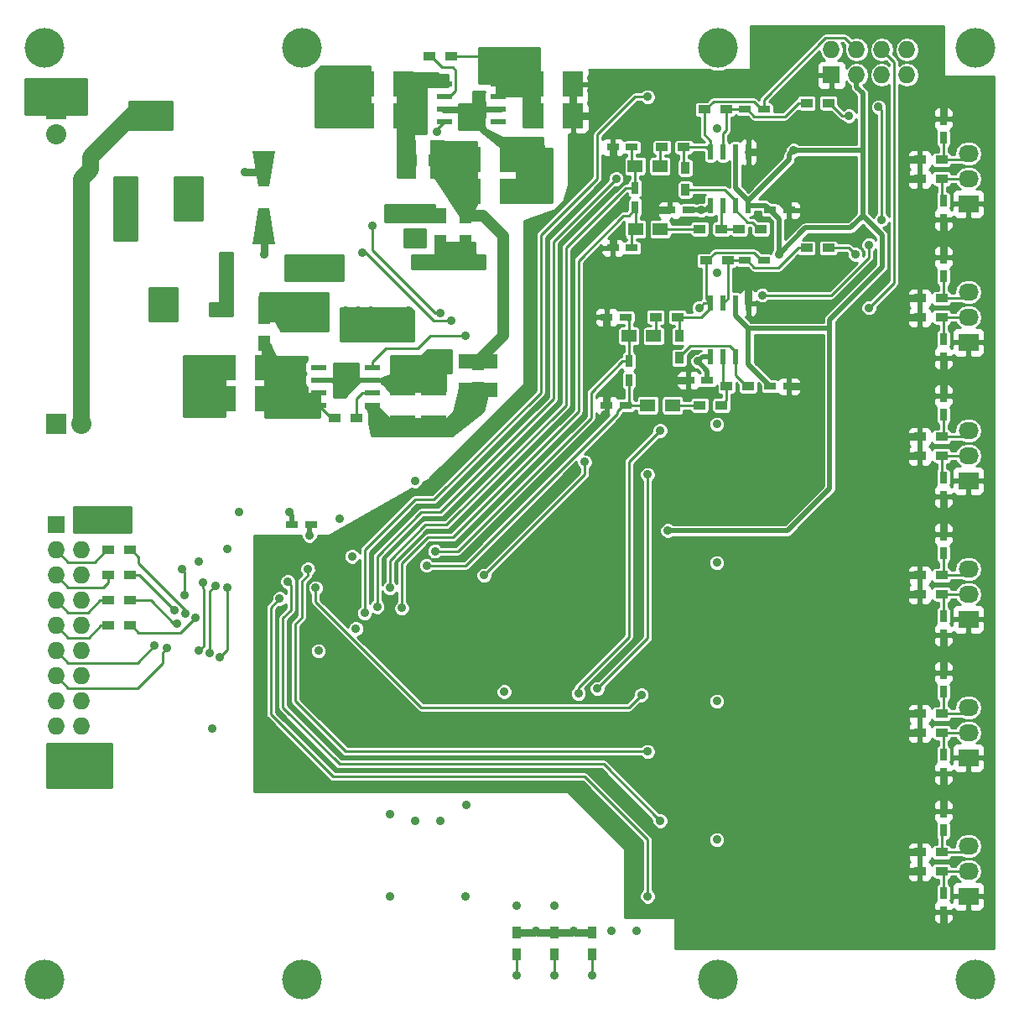
<source format=gbl>
G04 #@! TF.FileFunction,Copper,L4,Bot,Signal*
%FSLAX46Y46*%
G04 Gerber Fmt 4.6, Leading zero omitted, Abs format (unit mm)*
G04 Created by KiCad (PCBNEW 4.0.6) date 06/04/17 18:43:05*
%MOMM*%
%LPD*%
G01*
G04 APERTURE LIST*
%ADD10C,0.100000*%
%ADD11R,2.000000X2.500000*%
%ADD12R,2.500000X2.000000*%
%ADD13R,1.200000X0.750000*%
%ADD14R,0.750000X1.200000*%
%ADD15R,1.500000X1.250000*%
%ADD16C,4.000000*%
%ADD17R,1.300000X1.500000*%
%ADD18R,2.032000X2.032000*%
%ADD19O,2.032000X2.032000*%
%ADD20R,1.500000X1.300000*%
%ADD21R,2.032000X1.727200*%
%ADD22O,2.032000X1.727200*%
%ADD23R,1.727200X1.727200*%
%ADD24O,1.727200X1.727200*%
%ADD25R,0.900000X1.200000*%
%ADD26R,1.200000X0.900000*%
%ADD27R,1.550000X0.600000*%
%ADD28R,0.600000X1.550000*%
%ADD29C,0.889000*%
%ADD30C,0.254000*%
%ADD31C,0.508000*%
%ADD32C,0.762000*%
%ADD33C,0.381000*%
%ADD34C,1.143000*%
%ADD35C,1.651000*%
G04 APERTURE END LIST*
D10*
D11*
X137760000Y-78420000D03*
X133760000Y-78420000D03*
X137760000Y-75245000D03*
X133760000Y-75245000D03*
D12*
X151635000Y-81055000D03*
X151635000Y-77055000D03*
X154810000Y-81055000D03*
X154810000Y-77055000D03*
D11*
X158525000Y-54290000D03*
X162525000Y-54290000D03*
X158525000Y-57465000D03*
X162525000Y-57465000D03*
X164875000Y-49845000D03*
X168875000Y-49845000D03*
X164875000Y-46670000D03*
X168875000Y-46670000D03*
X151730000Y-49845000D03*
X147730000Y-49845000D03*
X151730000Y-46670000D03*
X147730000Y-46670000D03*
D13*
X142425000Y-91120000D03*
X140525000Y-91120000D03*
D14*
X206245000Y-52065000D03*
X206245000Y-50165000D03*
X206245000Y-58420000D03*
X206245000Y-60320000D03*
D13*
X178625000Y-59370000D03*
X180525000Y-59370000D03*
D15*
X175150000Y-54925000D03*
X177650000Y-54925000D03*
D14*
X175130000Y-57150000D03*
X175130000Y-59050000D03*
D15*
X175170000Y-61275000D03*
X177670000Y-61275000D03*
D13*
X188145000Y-49210000D03*
X186245000Y-49210000D03*
X174810000Y-63180000D03*
X172910000Y-63180000D03*
X174810000Y-53020000D03*
X172910000Y-53020000D03*
X188785000Y-59370000D03*
X190685000Y-59370000D03*
D14*
X206245000Y-66035000D03*
X206245000Y-64135000D03*
X206245000Y-72390000D03*
X206245000Y-74290000D03*
D13*
X180530000Y-76515000D03*
X182430000Y-76515000D03*
D15*
X174515000Y-72070000D03*
X177015000Y-72070000D03*
D14*
X174495000Y-74615000D03*
X174495000Y-76515000D03*
D15*
X176420000Y-79055000D03*
X178920000Y-79055000D03*
D13*
X188145000Y-64450000D03*
X186245000Y-64450000D03*
X174175000Y-79055000D03*
X172275000Y-79055000D03*
X174175000Y-70165000D03*
X172275000Y-70165000D03*
X188785000Y-77150000D03*
X190685000Y-77150000D03*
D14*
X206245000Y-86360000D03*
X206245000Y-88260000D03*
X206245000Y-80005000D03*
X206245000Y-78105000D03*
X206245000Y-100330000D03*
X206245000Y-102230000D03*
X206245000Y-93975000D03*
X206245000Y-92075000D03*
X206245000Y-114300000D03*
X206245000Y-116200000D03*
X206245000Y-107945000D03*
X206245000Y-106045000D03*
X206245000Y-128270000D03*
X206245000Y-130170000D03*
X206245000Y-121915000D03*
X206245000Y-120015000D03*
D16*
X183500000Y-137000000D03*
X183500000Y-43000000D03*
X209500000Y-43000000D03*
X115500000Y-137000000D03*
X209500000Y-137000000D03*
X115500000Y-43000000D03*
D17*
X155445000Y-59925000D03*
X155445000Y-62625000D03*
D18*
X116710000Y-80960000D03*
D19*
X119250000Y-80960000D03*
D17*
X159255000Y-77420500D03*
X159255000Y-74720500D03*
D20*
X152380500Y-54353500D03*
X155080500Y-54353500D03*
D18*
X116710000Y-49210000D03*
D19*
X116710000Y-51750000D03*
D21*
X208785000Y-58735000D03*
D22*
X208785000Y-56195000D03*
X208785000Y-53655000D03*
D21*
X208785000Y-86675000D03*
D22*
X208785000Y-84135000D03*
X208785000Y-81595000D03*
D21*
X208785000Y-100645000D03*
D22*
X208785000Y-98105000D03*
X208785000Y-95565000D03*
D21*
X208785000Y-72705000D03*
D22*
X208785000Y-70165000D03*
X208785000Y-67625000D03*
D21*
X208785000Y-114615000D03*
D22*
X208785000Y-112075000D03*
X208785000Y-109535000D03*
D21*
X208785000Y-128585000D03*
D22*
X208785000Y-126045000D03*
X208785000Y-123505000D03*
D23*
X116710000Y-91120000D03*
D24*
X119250000Y-91120000D03*
X116710000Y-93660000D03*
X119250000Y-93660000D03*
X116710000Y-96200000D03*
X119250000Y-96200000D03*
X116710000Y-98740000D03*
X119250000Y-98740000D03*
X116710000Y-101280000D03*
X119250000Y-101280000D03*
X116710000Y-103820000D03*
X119250000Y-103820000D03*
X116710000Y-106360000D03*
X119250000Y-106360000D03*
X116710000Y-108900000D03*
X119250000Y-108900000D03*
X116710000Y-111440000D03*
X119250000Y-111440000D03*
X116710000Y-113980000D03*
X119250000Y-113980000D03*
D25*
X163195000Y-134450000D03*
X163195000Y-132250000D03*
D26*
X144820000Y-80325000D03*
X147020000Y-80325000D03*
D25*
X167005000Y-134450000D03*
X167005000Y-132250000D03*
D26*
X156611500Y-43878500D03*
X154411500Y-43878500D03*
D25*
X170815000Y-134450000D03*
X170815000Y-132250000D03*
D26*
X192445000Y-48575000D03*
X194645000Y-48575000D03*
X206075000Y-54290000D03*
X203875000Y-54290000D03*
X206075000Y-56195000D03*
X203875000Y-56195000D03*
X177840000Y-53020000D03*
X180040000Y-53020000D03*
X181650000Y-61275000D03*
X183850000Y-61275000D03*
X182115000Y-49210000D03*
X184315000Y-49210000D03*
D25*
X180210000Y-57295000D03*
X180210000Y-55095000D03*
D26*
X185630000Y-61275000D03*
X187830000Y-61275000D03*
X192445000Y-63180000D03*
X194645000Y-63180000D03*
X206075000Y-68260000D03*
X203875000Y-68260000D03*
X206075000Y-70165000D03*
X203875000Y-70165000D03*
X177205000Y-70165000D03*
X179405000Y-70165000D03*
X181650000Y-79055000D03*
X183850000Y-79055000D03*
X182285000Y-64450000D03*
X184485000Y-64450000D03*
D25*
X179575000Y-74270000D03*
X179575000Y-72070000D03*
D26*
X184360000Y-77150000D03*
X186560000Y-77150000D03*
X206075000Y-84135000D03*
X203875000Y-84135000D03*
X206075000Y-82230000D03*
X203875000Y-82230000D03*
X206075000Y-98105000D03*
X203875000Y-98105000D03*
X206075000Y-96200000D03*
X203875000Y-96200000D03*
X206075000Y-112075000D03*
X203875000Y-112075000D03*
X206075000Y-110170000D03*
X203875000Y-110170000D03*
X206075000Y-126045000D03*
X203875000Y-126045000D03*
X206075000Y-124140000D03*
X203875000Y-124140000D03*
X121960000Y-93660000D03*
X124160000Y-93660000D03*
X121960000Y-96200000D03*
X124160000Y-96200000D03*
X121960000Y-98740000D03*
X124160000Y-98740000D03*
X121960000Y-101280000D03*
X124160000Y-101280000D03*
D27*
X143220000Y-79055000D03*
X143220000Y-77785000D03*
X143220000Y-76515000D03*
X143220000Y-75245000D03*
X148620000Y-75245000D03*
X148620000Y-76515000D03*
X148620000Y-77785000D03*
X148620000Y-79055000D03*
X161320000Y-46670000D03*
X161320000Y-47940000D03*
X161320000Y-49210000D03*
X161320000Y-50480000D03*
X155920000Y-50480000D03*
X155920000Y-49210000D03*
X155920000Y-47940000D03*
X155920000Y-46670000D03*
D28*
X182750000Y-53495000D03*
X184020000Y-53495000D03*
X185290000Y-53495000D03*
X186560000Y-53495000D03*
X186560000Y-58895000D03*
X185290000Y-58895000D03*
X184020000Y-58895000D03*
X182750000Y-58895000D03*
X182750000Y-68735000D03*
X184020000Y-68735000D03*
X185290000Y-68735000D03*
X186560000Y-68735000D03*
X186560000Y-74135000D03*
X185290000Y-74135000D03*
X184020000Y-74135000D03*
X182750000Y-74135000D03*
D16*
X141500000Y-137000000D03*
X141500000Y-43000000D03*
D10*
G36*
X136515650Y-53398460D02*
X138814350Y-53398460D01*
X138214910Y-57000180D01*
X137115090Y-57000180D01*
X136515650Y-53398460D01*
X136515650Y-53398460D01*
G37*
G36*
X138814350Y-62801540D02*
X136515650Y-62801540D01*
X137115090Y-59199820D01*
X138214910Y-59199820D01*
X138814350Y-62801540D01*
X138814350Y-62801540D01*
G37*
D17*
X137665000Y-70085000D03*
X137665000Y-72785000D03*
X157985000Y-59925000D03*
X157985000Y-62625000D03*
D10*
G36*
X157310000Y-73900000D02*
X161200000Y-73900000D01*
X161200000Y-75320000D01*
X157310000Y-75320000D01*
X157310000Y-73900000D01*
X157310000Y-73900000D01*
G37*
G36*
X157310000Y-76800000D02*
X161200000Y-76800000D01*
X161200000Y-78220000D01*
X157310000Y-78220000D01*
X157310000Y-76800000D01*
X157310000Y-76800000D01*
G37*
G36*
X155880000Y-52345000D02*
X155880000Y-56235000D01*
X154460000Y-56235000D01*
X154460000Y-52345000D01*
X155880000Y-52345000D01*
X155880000Y-52345000D01*
G37*
G36*
X152980000Y-52345000D02*
X152980000Y-56235000D01*
X151560000Y-56235000D01*
X151560000Y-52345000D01*
X152980000Y-52345000D01*
X152980000Y-52345000D01*
G37*
D23*
X194945000Y-45720000D03*
D24*
X194945000Y-43180000D03*
X197485000Y-45720000D03*
X197485000Y-43180000D03*
X200025000Y-45720000D03*
X200025000Y-43180000D03*
X202565000Y-45720000D03*
X202565000Y-43180000D03*
D29*
X148590000Y-60959980D03*
X155508500Y-69716940D03*
X164084000Y-90487500D03*
X163258500Y-91313000D03*
X162496500Y-92138500D03*
X171894500Y-97027998D03*
X170942000Y-98044002D03*
X169989500Y-98996500D03*
X169100502Y-99885500D03*
X167322500Y-101663498D03*
X164909500Y-95504000D03*
X165798500Y-94615000D03*
X166687500Y-93726000D03*
X167449500Y-92900500D03*
X168211500Y-92138500D03*
X168211500Y-100774500D03*
X187452000Y-45783500D03*
X187452000Y-44577000D03*
X188722000Y-44577000D03*
X188722000Y-45783500D03*
X192341500Y-45783500D03*
X190944500Y-66675000D03*
X175895000Y-68770500D03*
X177038000Y-68262500D03*
X172593000Y-73660000D03*
X171450000Y-73660000D03*
X171450000Y-72580500D03*
X172593000Y-72580500D03*
X207581500Y-48577500D03*
X207581500Y-47307500D03*
X206248000Y-47307500D03*
X204914500Y-47307500D03*
X204914500Y-48577500D03*
X204152500Y-60833000D03*
X202882500Y-60833000D03*
X202882500Y-62166500D03*
X204152500Y-62166500D03*
X201041002Y-69215000D03*
X201041000Y-68262500D03*
X199771000Y-70167500D03*
X201041000Y-70167500D03*
X204152500Y-74803000D03*
X202882500Y-74803000D03*
X202882500Y-76073000D03*
X204152500Y-76073000D03*
X201041000Y-82232500D03*
X199771000Y-82232500D03*
X199771000Y-84137500D03*
X201041000Y-84137500D03*
X204152500Y-88836500D03*
X202882500Y-88836500D03*
X202882500Y-89979500D03*
X204152500Y-89979500D03*
X201041000Y-96202500D03*
X199771000Y-96202500D03*
X199771000Y-98107500D03*
X201041000Y-98107500D03*
X204089000Y-102870000D03*
X202882500Y-102870000D03*
X202882500Y-104076500D03*
X204089000Y-104076500D03*
X201041000Y-110172500D03*
X199771000Y-110172500D03*
X199771000Y-112077500D03*
X201041000Y-112077500D03*
X202882500Y-118110000D03*
X202882500Y-116967000D03*
X204089000Y-116967000D03*
X204089000Y-118110000D03*
X201041000Y-124206000D03*
X199771000Y-124206000D03*
X199771000Y-126047500D03*
X201041000Y-126047500D03*
X206248000Y-132969000D03*
X205041500Y-132969000D03*
X203835000Y-132969000D03*
X202628500Y-132969000D03*
X201422000Y-132969000D03*
X201422000Y-131762500D03*
X202628500Y-131762500D03*
X203835000Y-131762500D03*
X205041500Y-131762500D03*
X152908000Y-102552500D03*
X154241500Y-102552500D03*
X179578000Y-111315500D03*
X178435000Y-111315500D03*
X177292000Y-111315500D03*
X176149000Y-111315500D03*
X176149000Y-110172500D03*
X177292000Y-110172500D03*
X169291000Y-63436500D03*
X171069000Y-65532000D03*
X118000615Y-117157500D03*
X118015667Y-115885000D03*
X121856500Y-117157500D03*
X121856500Y-115887500D03*
X120713500Y-115887500D03*
X120713500Y-117157500D03*
X119253000Y-117157500D03*
X116713000Y-117157500D03*
X172085000Y-80010000D03*
X168910000Y-132080000D03*
X165100000Y-132080000D03*
X152463504Y-62611000D03*
X152463500Y-61658500D03*
X114109500Y-49212500D03*
X114109500Y-47942500D03*
X114109500Y-46672500D03*
X115316000Y-46672500D03*
X119250000Y-49210000D03*
X119250000Y-47940000D03*
X119250000Y-46670000D03*
X117980000Y-46670000D03*
X116710000Y-46670000D03*
X131315000Y-77150000D03*
X131315000Y-75880000D03*
X131315000Y-74610000D03*
X130045000Y-74610000D03*
X130045000Y-75880000D03*
X130045000Y-77150000D03*
X130045000Y-78420000D03*
X130045000Y-79690000D03*
X131315000Y-79690000D03*
X131315000Y-78420000D03*
X154810000Y-73975000D03*
X156080000Y-73975000D03*
X156080000Y-75245000D03*
X154810000Y-75245000D03*
X153540000Y-75245000D03*
X152270000Y-75245000D03*
X151000000Y-75245000D03*
X145285000Y-75245000D03*
X146555000Y-75245000D03*
X159255000Y-47940000D03*
X146555000Y-76515000D03*
X145285000Y-77785000D03*
X145285000Y-76515000D03*
X146555000Y-76515000D03*
X140205000Y-89850000D03*
X157985000Y-49210000D03*
X157985000Y-50480000D03*
X159255000Y-50480000D03*
X159255000Y-49210000D03*
X157985000Y-49210000D03*
X170685000Y-48575000D03*
X171955000Y-48575000D03*
X171955000Y-47305000D03*
X171955000Y-46035000D03*
X170685000Y-46035000D03*
X170685000Y-47305000D03*
X170685000Y-48575000D03*
X170685000Y-49845000D03*
X145285000Y-49845000D03*
X144015000Y-49845000D03*
X144015000Y-48575000D03*
X144015000Y-47305000D03*
X144015000Y-46035000D03*
X145285000Y-46035000D03*
X145285000Y-47305000D03*
X145285000Y-48575000D03*
X145285000Y-49845000D03*
X166240000Y-54290000D03*
X166240000Y-55560000D03*
X166240000Y-56830000D03*
X166240000Y-58100000D03*
X164970000Y-58100000D03*
X164970000Y-56830000D03*
X164970000Y-55560000D03*
X164970000Y-54290000D03*
X145920000Y-70800000D03*
X145920000Y-72070000D03*
X147190000Y-72070000D03*
X152270000Y-70800000D03*
X152270000Y-72070000D03*
X151000000Y-72070000D03*
X149730000Y-72070000D03*
X148460000Y-72070000D03*
X148460000Y-70800000D03*
X147190000Y-70800000D03*
X145920000Y-70800000D03*
X145920000Y-69530000D03*
X147190000Y-69530000D03*
X140205000Y-65720000D03*
X144015000Y-65720000D03*
X142745000Y-65720000D03*
X141475000Y-65720000D03*
X141475000Y-64450000D03*
X142745000Y-64450000D03*
X128140000Y-68260000D03*
X126870000Y-68260000D03*
X126870000Y-69530000D03*
X132585000Y-69530000D03*
X133855000Y-69530000D03*
X133855000Y-68260000D03*
X133855000Y-66990000D03*
X133855000Y-65720000D03*
X116710000Y-115885000D03*
X119250000Y-115885000D03*
X188465000Y-53655000D03*
X177035000Y-59370000D03*
X173225000Y-54290000D03*
X173225000Y-61910000D03*
X172590000Y-71435000D03*
X172590000Y-77785000D03*
X178940000Y-76515000D03*
X186560000Y-66990000D03*
X206245000Y-48575000D03*
X202435000Y-54290000D03*
X202435000Y-56195000D03*
X206245000Y-62144536D03*
X202435000Y-68260000D03*
X202435000Y-70165000D03*
X206245000Y-76062870D03*
X202435000Y-82230000D03*
X202435000Y-84135000D03*
X206245000Y-90021189D03*
X202435000Y-96200000D03*
X202435000Y-98105000D03*
X206245000Y-104080848D03*
X202435000Y-112075000D03*
X202435000Y-110170000D03*
X202435022Y-126045000D03*
X202435000Y-124218000D03*
X206245000Y-118110889D03*
X206245000Y-131760000D03*
X179578000Y-98107500D03*
X177800000Y-98107500D03*
X178435000Y-96901000D03*
X155765500Y-102552500D03*
X178435000Y-110172500D03*
X155765500Y-101409500D03*
X142500000Y-100000000D03*
X179705000Y-51922254D03*
X153352498Y-61658500D03*
X153352500Y-62610998D03*
X188401638Y-87881638D03*
X145285000Y-90485000D03*
X135125000Y-89850000D03*
X152270000Y-69530000D03*
X148460000Y-69530000D03*
X145285000Y-64450000D03*
X145285000Y-65720000D03*
X140205000Y-64450000D03*
X144015000Y-64450000D03*
X138905794Y-95022912D03*
X131103566Y-94824251D03*
X128140000Y-69530000D03*
X133855000Y-64450000D03*
X174495000Y-65224720D03*
X150365000Y-120330000D03*
X150365000Y-128585000D03*
X157985000Y-128585000D03*
X152905000Y-120965000D03*
X137030000Y-103185000D03*
X143380000Y-100645000D03*
X157350000Y-102550000D03*
X145920000Y-91755000D03*
X144015000Y-106995000D03*
X151635000Y-105090000D03*
X151635000Y-102550000D03*
X145285000Y-93660000D03*
X143194235Y-95398597D03*
X145285000Y-103185000D03*
X188465000Y-57960290D03*
X174495000Y-50480000D03*
X192275000Y-51750000D03*
X188465000Y-72704992D03*
X180210000Y-68260000D03*
X178305000Y-68260000D03*
X192275000Y-66355000D03*
X179575000Y-82230000D03*
X193545000Y-77150000D03*
X188465000Y-101915000D03*
X179575000Y-96200000D03*
X193545000Y-91120000D03*
X188465000Y-115885000D03*
X179575000Y-110170000D03*
X193545000Y-105090000D03*
X179575000Y-124140000D03*
X193545000Y-119060000D03*
X188465000Y-129808003D03*
X150365000Y-59687500D03*
X151635000Y-60005000D03*
X152905000Y-60005000D03*
X154175000Y-60005000D03*
X135760000Y-55560000D03*
X121285000Y-89789000D03*
X122555000Y-89789000D03*
X123825000Y-89789000D03*
X123825000Y-91122500D03*
X122555000Y-91122500D03*
X121285000Y-91122500D03*
X158115000Y-119380000D03*
X143380000Y-70800000D03*
X143380000Y-69530000D03*
X143380000Y-68260000D03*
X139570000Y-70800000D03*
X141475000Y-70800000D03*
X139570000Y-69530000D03*
X141475000Y-69530000D03*
X141475000Y-68260000D03*
X139570000Y-68260000D03*
X137665000Y-68260000D03*
X130680000Y-59370000D03*
X130680000Y-56830000D03*
X130680000Y-58100000D03*
X123060000Y-59370000D03*
X123060000Y-60640000D03*
X123060000Y-61910000D03*
X124330000Y-61910000D03*
X124330000Y-60640000D03*
X124330000Y-59370000D03*
X137665000Y-63815000D03*
X163195000Y-129540000D03*
X133985000Y-93549509D03*
X123060000Y-58100000D03*
X123060000Y-56830000D03*
X124330000Y-56830000D03*
X129410000Y-59370000D03*
X129411981Y-58100000D03*
X129410000Y-56830000D03*
X123060000Y-58100000D03*
X124330000Y-58100000D03*
X155445000Y-120965000D03*
X132458000Y-111694000D03*
X161925000Y-107950000D03*
X141287500Y-79692500D03*
X140017500Y-79692500D03*
X141284500Y-78420000D03*
X141284500Y-77150000D03*
X141284500Y-75880000D03*
X141284500Y-74610000D03*
X140014500Y-74610000D03*
X140014500Y-75880000D03*
X140014500Y-77150000D03*
X140014500Y-78420000D03*
X167005000Y-129540000D03*
X152905000Y-86675000D03*
X146555000Y-94295000D03*
X143164142Y-103820000D03*
X142249731Y-92171608D03*
X146949527Y-101579527D03*
X161798000Y-45910500D03*
X163068000Y-45910500D03*
X160655000Y-44767500D03*
X160655000Y-43497500D03*
X161798000Y-43497500D03*
X163068000Y-43497500D03*
X175260000Y-132080000D03*
X164335000Y-43495000D03*
X164335000Y-44765000D03*
X163065000Y-44765000D03*
X161795000Y-44765000D03*
X181797500Y-59370000D03*
X181480000Y-74610000D03*
X172720000Y-132080000D03*
X183385000Y-51115000D03*
X183385000Y-65720000D03*
X183385000Y-80960000D03*
X183385000Y-94930000D03*
X183385000Y-108900000D03*
X183385000Y-122870000D03*
X196720000Y-49845000D03*
X178435000Y-91694000D03*
X189674500Y-63817500D03*
X191135000Y-53340000D03*
X197355000Y-63815000D03*
X126235000Y-49210000D03*
X124965000Y-49210000D03*
X124965000Y-50480000D03*
X126235000Y-50480000D03*
X127505000Y-50480000D03*
X127505000Y-49210000D03*
X163195000Y-136525000D03*
X167005000Y-136525000D03*
X170815000Y-136525000D03*
X147621780Y-63642714D03*
X156599459Y-70491660D03*
X155160000Y-51440000D03*
X157985000Y-72070000D03*
X126616000Y-103312000D03*
X127886000Y-103566000D03*
X129740154Y-100035422D03*
X128648000Y-99755994D03*
X128900321Y-101072667D03*
X130765574Y-100468218D03*
X133207373Y-104469335D03*
X133982000Y-97470000D03*
X132204833Y-104035931D03*
X132751810Y-97255810D03*
X131112626Y-103781922D03*
X131489388Y-96914616D03*
X129410000Y-95565000D03*
X129664006Y-98232000D03*
X159385000Y-64770000D03*
X158115000Y-64770000D03*
X156845000Y-64770000D03*
X155575000Y-64770000D03*
X154305000Y-64770000D03*
X153035000Y-64770000D03*
X198755000Y-69215000D03*
X187960000Y-67945000D03*
X200025000Y-60325000D03*
X198755000Y-62865000D03*
X181610000Y-69215000D03*
X199707500Y-48958500D03*
X173225000Y-56195000D03*
X149095000Y-99375000D03*
X147825010Y-100010000D03*
X176400000Y-47940000D03*
X150365010Y-97470000D03*
X151574496Y-99504500D03*
X170050000Y-84769990D03*
X159890000Y-96200000D03*
X154929998Y-93770000D03*
X154080000Y-95190000D03*
X171319986Y-107630000D03*
X176400000Y-86040000D03*
X169415018Y-108125280D03*
X177670000Y-81595000D03*
X142110000Y-95564984D03*
X176400000Y-113980000D03*
X142884720Y-97470000D03*
X175765000Y-108265000D03*
X139255500Y-98552000D03*
X176400000Y-128585000D03*
X140065280Y-96835000D03*
X177670000Y-120965000D03*
D30*
X148590000Y-60959980D02*
X148590000Y-63373000D01*
X148590000Y-63373000D02*
X154933940Y-69716940D01*
X154933940Y-69716940D02*
X155508500Y-69716940D01*
X163258500Y-91313000D02*
X164084000Y-90487500D01*
X178435000Y-96901000D02*
X178435000Y-97472500D01*
X178435000Y-97472500D02*
X177800000Y-98107500D01*
X171894500Y-96399381D02*
X171894500Y-97027998D01*
X171894500Y-95821500D02*
X171894500Y-96399381D01*
X168211500Y-92138500D02*
X171894500Y-95821500D01*
X169989500Y-98996500D02*
X170497501Y-98488501D01*
X170497501Y-98488501D02*
X170942000Y-98044002D01*
X168656003Y-100329999D02*
X169100502Y-99885500D01*
X168211500Y-100774500D02*
X168656003Y-100329999D01*
X166878001Y-102107997D02*
X167322500Y-101663498D01*
X166435998Y-102550000D02*
X166878001Y-102107997D01*
X157350000Y-102550000D02*
X166435998Y-102550000D01*
X167449500Y-92900500D02*
X167449500Y-92964000D01*
X167449500Y-92964000D02*
X166687500Y-93726000D01*
X187452000Y-44577000D02*
X187452000Y-45783500D01*
X188722000Y-45783500D02*
X188722000Y-44577000D01*
X194945000Y-45720000D02*
X192405000Y-45720000D01*
X192405000Y-45720000D02*
X192341500Y-45783500D01*
X192275000Y-66355000D02*
X191264500Y-66355000D01*
X191264500Y-66355000D02*
X190944500Y-66675000D01*
X178305000Y-68260000D02*
X177040500Y-68260000D01*
X177040500Y-68260000D02*
X177038000Y-68262500D01*
X171450000Y-72580500D02*
X171450000Y-73660000D01*
X172590000Y-71435000D02*
X172590000Y-72577500D01*
X172590000Y-72577500D02*
X172593000Y-72580500D01*
X206248000Y-47307500D02*
X207581500Y-47307500D01*
X204914500Y-48577500D02*
X204914500Y-47307500D01*
X202882500Y-60833000D02*
X204152500Y-60833000D01*
X204152500Y-62166500D02*
X202882500Y-62166500D01*
X201041000Y-69088000D02*
X201041000Y-69214998D01*
X201041000Y-69214998D02*
X201041002Y-69215000D01*
X201041000Y-68262500D02*
X201041000Y-69088000D01*
X201041000Y-70167500D02*
X199771000Y-70167500D01*
X202882500Y-74803000D02*
X204152500Y-74803000D01*
X204152500Y-76073000D02*
X202882500Y-76073000D01*
X199771000Y-82232500D02*
X201041000Y-82232500D01*
X201041000Y-84137500D02*
X199771000Y-84137500D01*
X202882500Y-88836500D02*
X204152500Y-88836500D01*
X204089000Y-90043000D02*
X202946000Y-90043000D01*
X202946000Y-90043000D02*
X202882500Y-89979500D01*
X199771000Y-96202500D02*
X201041000Y-96202500D01*
X201041000Y-98107500D02*
X199771000Y-98107500D01*
X202882500Y-102870000D02*
X204089000Y-102870000D01*
X204089000Y-104076500D02*
X202882500Y-104076500D01*
X199771000Y-110172500D02*
X201041000Y-110172500D01*
X201041000Y-112077500D02*
X199771000Y-112077500D01*
X202882500Y-116967000D02*
X202882500Y-118110000D01*
X204089000Y-118110000D02*
X204089000Y-116967000D01*
X199771000Y-124206000D02*
X201041000Y-124206000D01*
X201041000Y-126047500D02*
X199771000Y-126047500D01*
X205041500Y-132969000D02*
X206248000Y-132969000D01*
X202628500Y-132969000D02*
X203835000Y-132969000D01*
X201422000Y-131762500D02*
X201422000Y-132969000D01*
X203835000Y-131762500D02*
X202628500Y-131762500D01*
X206245000Y-131760000D02*
X205044000Y-131760000D01*
X205044000Y-131760000D02*
X205041500Y-131762500D01*
X155765500Y-102552500D02*
X154241500Y-102552500D01*
X177292000Y-111315500D02*
X178435000Y-111315500D01*
X176149000Y-110172500D02*
X176149000Y-111315500D01*
X178435000Y-110172500D02*
X177292000Y-110172500D01*
X172910000Y-63180000D02*
X172910000Y-63809000D01*
X172910000Y-63809000D02*
X171187000Y-65532000D01*
X171187000Y-65532000D02*
X171069000Y-65532000D01*
D31*
X116713000Y-117157500D02*
X118000615Y-117157500D01*
X118000615Y-117157500D02*
X119253000Y-117157500D01*
X121856500Y-115887500D02*
X121856500Y-117157500D01*
X120713500Y-117157500D02*
X120713500Y-115887500D01*
D30*
X172275000Y-79055000D02*
X172275000Y-79820000D01*
X172275000Y-79820000D02*
X172085000Y-80010000D01*
D32*
X170815000Y-132250000D02*
X169080000Y-132250000D01*
X169080000Y-132250000D02*
X168910000Y-132080000D01*
X167005000Y-132250000D02*
X168740000Y-132250000D01*
X168740000Y-132250000D02*
X168910000Y-132080000D01*
X167005000Y-132250000D02*
X165270000Y-132250000D01*
X165270000Y-132250000D02*
X165100000Y-132080000D01*
X163195000Y-132250000D02*
X164930000Y-132250000D01*
X164930000Y-132250000D02*
X165100000Y-132080000D01*
X133760000Y-75245000D02*
X131950000Y-75245000D01*
X131950000Y-75245000D02*
X131315000Y-75880000D01*
D30*
X152463500Y-61658500D02*
X153352500Y-61658500D01*
X153352498Y-62611000D02*
X153352500Y-62610998D01*
X152463504Y-62611000D02*
X153352498Y-62611000D01*
D31*
X114109500Y-46672500D02*
X114109500Y-47942500D01*
D30*
X131315000Y-77150000D02*
X131315000Y-78420000D01*
X131315000Y-74610000D02*
X131315000Y-75880000D01*
X130045000Y-75880000D02*
X130045000Y-74610000D01*
X130045000Y-78420000D02*
X130045000Y-77150000D01*
X131315000Y-79690000D02*
X130045000Y-79690000D01*
X133760000Y-78420000D02*
X131315000Y-78420000D01*
X156080000Y-73975000D02*
X154810000Y-73975000D01*
X154810000Y-75245000D02*
X156080000Y-75245000D01*
X152270000Y-75245000D02*
X153540000Y-75245000D01*
X151635000Y-77055000D02*
X151635000Y-75880000D01*
X151635000Y-75880000D02*
X151000000Y-75245000D01*
X145285000Y-75245000D02*
X145285000Y-76515000D01*
X159255000Y-49210000D02*
X159255000Y-47940000D01*
X143220000Y-76515000D02*
X145285000Y-76515000D01*
X145285000Y-76515000D02*
X145285000Y-77785000D01*
X148620000Y-76515000D02*
X146555000Y-76515000D01*
D31*
X140525000Y-91120000D02*
X140525000Y-90170000D01*
X140525000Y-90170000D02*
X140205000Y-89850000D01*
D33*
X157985000Y-50480000D02*
X157985000Y-49210000D01*
X159255000Y-49210000D02*
X159255000Y-50480000D01*
X155920000Y-49210000D02*
X157985000Y-49210000D01*
D32*
X171955000Y-47305000D02*
X171955000Y-48575000D01*
X170685000Y-46035000D02*
X171955000Y-46035000D01*
X170685000Y-48575000D02*
X170685000Y-47305000D01*
X168875000Y-49845000D02*
X170685000Y-49845000D01*
X144015000Y-49845000D02*
X145285000Y-49845000D01*
X144015000Y-47305000D02*
X144015000Y-48575000D01*
X145285000Y-46035000D02*
X144015000Y-46035000D01*
X145285000Y-48575000D02*
X145285000Y-47305000D01*
X147730000Y-49845000D02*
X145285000Y-49845000D01*
X147730000Y-46670000D02*
X147730000Y-49845000D01*
X168875000Y-46670000D02*
X168875000Y-49845000D01*
X166240000Y-54290000D02*
X164970000Y-54290000D01*
X166240000Y-56830000D02*
X166240000Y-55560000D01*
X164970000Y-58100000D02*
X166240000Y-58100000D01*
X162525000Y-54290000D02*
X164970000Y-54290000D01*
X147190000Y-72070000D02*
X145920000Y-72070000D01*
X152270000Y-70800000D02*
X152270000Y-69530000D01*
X151000000Y-72070000D02*
X152270000Y-72070000D01*
X148460000Y-72070000D02*
X149730000Y-72070000D01*
X147190000Y-70800000D02*
X148460000Y-70800000D01*
X145920000Y-69530000D02*
X145920000Y-70800000D01*
X148460000Y-69530000D02*
X147190000Y-69530000D01*
X145285000Y-65720000D02*
X145285000Y-64450000D01*
X142745000Y-65720000D02*
X144015000Y-65720000D01*
X141475000Y-64450000D02*
X141475000Y-65720000D01*
X126870000Y-68260000D02*
X128140000Y-68260000D01*
X128140000Y-69530000D02*
X126870000Y-69530000D01*
X133855000Y-69530000D02*
X132585000Y-69530000D01*
X133855000Y-66990000D02*
X133855000Y-68260000D01*
X133855000Y-64450000D02*
X133855000Y-65720000D01*
X116710000Y-115885000D02*
X116710000Y-113980000D01*
X119250000Y-113980000D02*
X119250000Y-115885000D01*
X116710000Y-113980000D02*
X119250000Y-113980000D01*
X186560000Y-53495000D02*
X188305000Y-53495000D01*
X188305000Y-53495000D02*
X188465000Y-53655000D01*
X178625000Y-59370000D02*
X177035000Y-59370000D01*
X190685000Y-59370000D02*
X189275290Y-57960290D01*
X189275290Y-57960290D02*
X188465000Y-57960290D01*
X172910000Y-53020000D02*
X172910000Y-53975000D01*
X172910000Y-53975000D02*
X173225000Y-54290000D01*
X172910000Y-63180000D02*
X172910000Y-62225000D01*
X172910000Y-62225000D02*
X173225000Y-61910000D01*
X172275000Y-70165000D02*
X172275000Y-71120000D01*
X172275000Y-71120000D02*
X172590000Y-71435000D01*
X172275000Y-79055000D02*
X172275000Y-78100000D01*
X172275000Y-78100000D02*
X172590000Y-77785000D01*
X180530000Y-76515000D02*
X178940000Y-76515000D01*
X190685000Y-77150000D02*
X193545000Y-77150000D01*
X186560000Y-68735000D02*
X186560000Y-66990000D01*
X180210000Y-68260000D02*
X178305000Y-68260000D01*
X206245000Y-50165000D02*
X206245000Y-48575000D01*
X202435000Y-56117000D02*
X202435000Y-54290000D01*
X203875000Y-56195000D02*
X202513000Y-56195000D01*
X202513000Y-56195000D02*
X202435000Y-56117000D01*
X203875000Y-54290000D02*
X202435000Y-54290000D01*
X203875000Y-56195000D02*
X202435000Y-56195000D01*
X206245000Y-64135000D02*
X206245000Y-62144536D01*
X206245000Y-60320000D02*
X206245000Y-62144536D01*
X202435000Y-68338000D02*
X202435000Y-70165000D01*
X203875000Y-68260000D02*
X202513000Y-68260000D01*
X202513000Y-68260000D02*
X202435000Y-68338000D01*
X203875000Y-68260000D02*
X202435000Y-68260000D01*
X203875000Y-70165000D02*
X202435000Y-70165000D01*
X206245000Y-78105000D02*
X206245000Y-76062870D01*
X206245000Y-74290000D02*
X206245000Y-76062870D01*
X202435000Y-82308000D02*
X202435000Y-84135000D01*
X203875000Y-82230000D02*
X202513000Y-82230000D01*
X202513000Y-82230000D02*
X202435000Y-82308000D01*
X203875000Y-82230000D02*
X202435000Y-82230000D01*
X203875000Y-84135000D02*
X202435000Y-84135000D01*
X206245000Y-92075000D02*
X206245000Y-90021189D01*
X206245000Y-88260000D02*
X206245000Y-90021189D01*
X202435000Y-96278000D02*
X202435000Y-98105000D01*
X203875000Y-96200000D02*
X202513000Y-96200000D01*
X202513000Y-96200000D02*
X202435000Y-96278000D01*
X203875000Y-96200000D02*
X202435000Y-96200000D01*
X203875000Y-98105000D02*
X202435000Y-98105000D01*
X206245000Y-106045000D02*
X206245000Y-104080848D01*
X206245000Y-102230000D02*
X206245000Y-104080848D01*
X202435000Y-112075000D02*
X202435000Y-110170000D01*
X203875000Y-110170000D02*
X202435000Y-110170000D01*
X203875000Y-112075000D02*
X202435000Y-112075000D01*
X202435000Y-126044978D02*
X202435022Y-126045000D01*
X202435000Y-124218000D02*
X202435000Y-126044978D01*
X203875000Y-126045000D02*
X202435022Y-126045000D01*
X203875000Y-124140000D02*
X202513000Y-124140000D01*
X202513000Y-124140000D02*
X202435000Y-124218000D01*
X206245000Y-120015000D02*
X206245000Y-118110889D01*
X206245000Y-116200000D02*
X206245000Y-118110889D01*
X206245000Y-130170000D02*
X206245000Y-131760000D01*
D30*
X158178500Y-96075500D02*
X162115500Y-92138500D01*
X162115500Y-92138500D02*
X162496500Y-92138500D01*
X158178500Y-97726500D02*
X158178500Y-96075500D01*
X158559500Y-98107500D02*
X158178500Y-97726500D01*
X161480500Y-98107500D02*
X158559500Y-98107500D01*
D31*
X116710000Y-46670000D02*
X115318500Y-46670000D01*
X115318500Y-46670000D02*
X115316000Y-46672500D01*
D30*
X119250000Y-47940000D02*
X119250000Y-49210000D01*
X117980000Y-46670000D02*
X119250000Y-46670000D01*
X116710000Y-49210000D02*
X116710000Y-46670000D01*
D32*
X164970000Y-56830000D02*
X163160000Y-56830000D01*
X163160000Y-56830000D02*
X162525000Y-57465000D01*
X164970000Y-55560000D02*
X164970000Y-56830000D01*
X140205000Y-65720000D02*
X140205000Y-64450000D01*
D30*
X164084000Y-95504000D02*
X161480500Y-98107500D01*
X164909500Y-95504000D02*
X164084000Y-95504000D01*
X165798500Y-94615000D02*
X164909500Y-95504000D01*
D32*
X144015000Y-64450000D02*
X142745000Y-64450000D01*
D30*
X154175000Y-60005000D02*
X155365000Y-60005000D01*
X155365000Y-60005000D02*
X155445000Y-59925000D01*
D31*
X151635000Y-60005000D02*
X150365000Y-60005000D01*
D34*
X152905000Y-60005000D02*
X151635000Y-60005000D01*
X154255000Y-59925000D02*
X154175000Y-60005000D01*
D32*
X135760000Y-55560000D02*
X137304320Y-55560000D01*
X137304320Y-55560000D02*
X137665000Y-55199320D01*
D30*
X123825000Y-89789000D02*
X122555000Y-89789000D01*
X122555000Y-91122500D02*
X123825000Y-91122500D01*
D34*
X143380000Y-70800000D02*
X143380000Y-69530000D01*
X143380000Y-68260000D02*
X143380000Y-69530000D01*
X141475000Y-70800000D02*
X139570000Y-70800000D01*
X141475000Y-69530000D02*
X139570000Y-69530000D01*
X137665000Y-70085000D02*
X137665000Y-68260000D01*
D31*
X124330000Y-56830000D02*
X123060000Y-56830000D01*
X123060000Y-59370000D02*
X123060000Y-58100000D01*
X123060000Y-61910000D02*
X123060000Y-60640000D01*
X124330000Y-60640000D02*
X124330000Y-61910000D01*
X124330000Y-58100000D02*
X124330000Y-59370000D01*
D32*
X137665000Y-61000680D02*
X137665000Y-63815000D01*
D34*
X139570000Y-68260000D02*
X141475000Y-68260000D01*
D31*
X130680000Y-56830000D02*
X129410000Y-56830000D01*
X129410000Y-59370000D02*
X130680000Y-59370000D01*
D30*
X144820000Y-80325000D02*
X144490000Y-80325000D01*
X144490000Y-80325000D02*
X143220000Y-79055000D01*
D31*
X137665000Y-72785000D02*
X137665000Y-75150000D01*
X137665000Y-75150000D02*
X137760000Y-75245000D01*
X143220000Y-77785000D02*
X143220000Y-79055000D01*
X137760000Y-75245000D02*
X139379500Y-75245000D01*
X139379500Y-75245000D02*
X140014500Y-75880000D01*
X137760000Y-78420000D02*
X140014500Y-78420000D01*
X140014500Y-78420000D02*
X140014500Y-79816500D01*
X140014500Y-79816500D02*
X140017500Y-79819500D01*
D30*
X140014500Y-77150000D02*
X140014500Y-75880000D01*
X138204500Y-78420000D02*
X140014500Y-78420000D01*
D31*
X142249731Y-92171608D02*
X142249731Y-91295269D01*
X142249731Y-91295269D02*
X142425000Y-91120000D01*
D30*
X141284500Y-75880000D02*
X141284500Y-77150000D01*
X140014500Y-74610000D02*
X141284500Y-74610000D01*
X148620000Y-79055000D02*
X148620000Y-79609000D01*
X148620000Y-79609000D02*
X150066000Y-81055000D01*
X150066000Y-81055000D02*
X151635000Y-81055000D01*
X161795000Y-44765000D02*
X160657500Y-44765000D01*
X160657500Y-44765000D02*
X160655000Y-44767500D01*
D31*
X164875000Y-46670000D02*
X164875000Y-49845000D01*
X161320000Y-46670000D02*
X164875000Y-46670000D01*
X161320000Y-46670000D02*
X161320000Y-47940000D01*
X180525000Y-59370000D02*
X181797500Y-59370000D01*
X182275000Y-59370000D02*
X181797500Y-59370000D01*
X182275000Y-59370000D02*
X182750000Y-58895000D01*
X182750000Y-74135000D02*
X181955000Y-74135000D01*
X181955000Y-74135000D02*
X181480000Y-74610000D01*
X182430000Y-76515000D02*
X182430000Y-75560000D01*
X182430000Y-75560000D02*
X181480000Y-74610000D01*
X163068000Y-43497500D02*
X161798000Y-43497500D01*
X163065000Y-44765000D02*
X164335000Y-44765000D01*
D30*
X156611500Y-43878500D02*
X160274000Y-43878500D01*
X160274000Y-43878500D02*
X160655000Y-43497500D01*
D31*
X155920000Y-46670000D02*
X151730000Y-46670000D01*
D30*
X151730000Y-49845000D02*
X151730000Y-53750000D01*
X151730000Y-53750000D02*
X152270000Y-54290000D01*
X151730000Y-46670000D02*
X151730000Y-49845000D01*
X206075000Y-56195000D02*
X208785000Y-56195000D01*
X206075000Y-56195000D02*
X206075000Y-58250000D01*
X206075000Y-58250000D02*
X206245000Y-58420000D01*
X194645000Y-48575000D02*
X194795000Y-48575000D01*
X194795000Y-48575000D02*
X196065000Y-49845000D01*
X196065000Y-49845000D02*
X196720000Y-49845000D01*
X206245000Y-52065000D02*
X206245000Y-54120000D01*
X206245000Y-54120000D02*
X206075000Y-54290000D01*
X206075000Y-54290000D02*
X208150000Y-54290000D01*
X208150000Y-54290000D02*
X208785000Y-53655000D01*
D31*
X198120000Y-59944000D02*
X200088500Y-61912500D01*
X200088500Y-61912500D02*
X200088500Y-65087500D01*
X200088500Y-65087500D02*
X194777000Y-70399000D01*
X194777000Y-70399000D02*
X194777000Y-71288000D01*
X194777000Y-71288000D02*
X194777000Y-87417000D01*
X190500000Y-91694000D02*
X178435000Y-91694000D01*
X194777000Y-87417000D02*
X190500000Y-91694000D01*
X189674500Y-63817500D02*
X189674500Y-60259500D01*
X189674500Y-60259500D02*
X188785000Y-59370000D01*
X192341500Y-61150500D02*
X189674500Y-63817500D01*
X196913500Y-61150500D02*
X192341500Y-61150500D01*
X198120000Y-59944000D02*
X196913500Y-61150500D01*
X197485000Y-45720000D02*
X197485000Y-46941314D01*
X197485000Y-46941314D02*
X198120000Y-47576314D01*
X198120000Y-47576314D02*
X198120000Y-53340000D01*
X194777000Y-71288000D02*
X186560000Y-71288000D01*
X198120000Y-53340000D02*
X198120000Y-59944000D01*
X191135000Y-53340000D02*
X190690501Y-53784499D01*
X186560000Y-58420000D02*
X186560000Y-58895000D01*
X190690501Y-53784499D02*
X190690501Y-54289499D01*
X190690501Y-54289499D02*
X186560000Y-58420000D01*
X191135000Y-53340000D02*
X198120000Y-53340000D01*
X186560000Y-74135000D02*
X186560000Y-74925000D01*
X186560000Y-74925000D02*
X188785000Y-77150000D01*
X185290000Y-68735000D02*
X185290000Y-70018000D01*
X185290000Y-70018000D02*
X186560000Y-71288000D01*
X186560000Y-71288000D02*
X186560000Y-74135000D01*
X186560000Y-58895000D02*
X188310000Y-58895000D01*
X188310000Y-58895000D02*
X188785000Y-59370000D01*
X185290000Y-53495000D02*
X185290000Y-57150000D01*
X185290000Y-57150000D02*
X186560000Y-58420000D01*
D30*
X185290000Y-53495000D02*
X185290000Y-53020000D01*
X177650000Y-54925000D02*
X177650000Y-53210000D01*
X177650000Y-53210000D02*
X177840000Y-53020000D01*
X177670000Y-61275000D02*
X181650000Y-61275000D01*
X186245000Y-49210000D02*
X186470000Y-49210000D01*
X186470000Y-49210000D02*
X187175201Y-49915201D01*
X190250799Y-49915201D02*
X191591000Y-48575000D01*
X187175201Y-49915201D02*
X190250799Y-49915201D01*
X191591000Y-48575000D02*
X192445000Y-48575000D01*
X184315000Y-49210000D02*
X186245000Y-49210000D01*
X184020000Y-53495000D02*
X184020000Y-51626558D01*
X184315000Y-51331558D02*
X184315000Y-49210000D01*
X184020000Y-51626558D02*
X184315000Y-51331558D01*
X184315000Y-49210000D02*
X184165000Y-49210000D01*
X206245000Y-72390000D02*
X206245000Y-70335000D01*
X206245000Y-70335000D02*
X206075000Y-70165000D01*
X206075000Y-70165000D02*
X208785000Y-70165000D01*
X194645000Y-63180000D02*
X196720000Y-63180000D01*
X196720000Y-63180000D02*
X197355000Y-63815000D01*
X206245000Y-66035000D02*
X206245000Y-68090000D01*
X206245000Y-68090000D02*
X206075000Y-68260000D01*
X206075000Y-68260000D02*
X208150000Y-68260000D01*
X208150000Y-68260000D02*
X208785000Y-67625000D01*
X177205000Y-70165000D02*
X177205000Y-71880000D01*
X177205000Y-71880000D02*
X177015000Y-72070000D01*
X181650000Y-79055000D02*
X178920000Y-79055000D01*
X191591000Y-63180000D02*
X192445000Y-63180000D01*
X189615799Y-65155201D02*
X191591000Y-63180000D01*
X187175201Y-65155201D02*
X189615799Y-65155201D01*
X186245000Y-64450000D02*
X186470000Y-64450000D01*
X186470000Y-64450000D02*
X187175201Y-65155201D01*
X186245000Y-64450000D02*
X184485000Y-64450000D01*
X184485000Y-64450000D02*
X184485000Y-68270000D01*
X184485000Y-68270000D02*
X184020000Y-68735000D01*
X206075000Y-84135000D02*
X206075000Y-86190000D01*
X206075000Y-86190000D02*
X206245000Y-86360000D01*
X206075000Y-84135000D02*
X208785000Y-84135000D01*
X206075000Y-82230000D02*
X208150000Y-82230000D01*
X208150000Y-82230000D02*
X208785000Y-81595000D01*
X206245000Y-80005000D02*
X206245000Y-82060000D01*
X206245000Y-82060000D02*
X206075000Y-82230000D01*
X206245000Y-100330000D02*
X206245000Y-98275000D01*
X206245000Y-98275000D02*
X206075000Y-98105000D01*
X206075000Y-98105000D02*
X208785000Y-98105000D01*
X206245000Y-93975000D02*
X206245000Y-96030000D01*
X206245000Y-96030000D02*
X206075000Y-96200000D01*
X206075000Y-96200000D02*
X208150000Y-96200000D01*
X208150000Y-96200000D02*
X208785000Y-95565000D01*
X206245000Y-114300000D02*
X206245000Y-112245000D01*
X206245000Y-112245000D02*
X206075000Y-112075000D01*
X206075000Y-112075000D02*
X208785000Y-112075000D01*
X206245000Y-107945000D02*
X206245000Y-110000000D01*
X206245000Y-110000000D02*
X206075000Y-110170000D01*
X206075000Y-110170000D02*
X208150000Y-110170000D01*
X208150000Y-110170000D02*
X208785000Y-109535000D01*
X206245000Y-128270000D02*
X206245000Y-126215000D01*
X206245000Y-126215000D02*
X206075000Y-126045000D01*
X206075000Y-126045000D02*
X208785000Y-126045000D01*
X206075000Y-124140000D02*
X206075000Y-122085000D01*
X206075000Y-122085000D02*
X206245000Y-121915000D01*
X206075000Y-124140000D02*
X208150000Y-124140000D01*
X208150000Y-124140000D02*
X208785000Y-123505000D01*
D35*
X120205500Y-55239500D02*
X120205500Y-53969500D01*
X120205500Y-53969500D02*
X124965000Y-49210000D01*
X119253000Y-79520160D02*
X119253000Y-56192000D01*
X119253000Y-56192000D02*
X120205500Y-55239500D01*
X119250000Y-80960000D02*
X119250000Y-79523160D01*
X119250000Y-79523160D02*
X119253000Y-79520160D01*
D34*
X124965000Y-50480000D02*
X124965000Y-49210000D01*
X127505000Y-50480000D02*
X126235000Y-50480000D01*
X126235000Y-49210000D02*
X127505000Y-49210000D01*
D30*
X163195000Y-136525000D02*
X163195000Y-134450000D01*
X167005000Y-134450000D02*
X167005000Y-136525000D01*
X170815000Y-136525000D02*
X170815000Y-134450000D01*
X156599459Y-70491660D02*
X154819160Y-70491660D01*
X154819160Y-70491660D02*
X147970214Y-63642714D01*
X147970214Y-63642714D02*
X147621780Y-63642714D01*
X148620000Y-75245000D02*
X148620000Y-74691000D01*
X148620000Y-74691000D02*
X149971000Y-73340000D01*
X153164500Y-73340000D02*
X154434500Y-72070000D01*
X149971000Y-73340000D02*
X153164500Y-73340000D01*
X154434500Y-72070000D02*
X157985000Y-72070000D01*
X155160000Y-51440000D02*
X155160000Y-51240000D01*
X155160000Y-51240000D02*
X155920000Y-50480000D01*
X121960000Y-93660000D02*
X121810000Y-93660000D01*
X121810000Y-93660000D02*
X120616199Y-94853801D01*
X120616199Y-94853801D02*
X117903801Y-94853801D01*
X117903801Y-94853801D02*
X116710000Y-93660000D01*
X121960000Y-96200000D02*
X121960000Y-96904000D01*
X117903801Y-97393801D02*
X116710000Y-96200000D01*
X121960000Y-96904000D02*
X121470199Y-97393801D01*
X121470199Y-97393801D02*
X117903801Y-97393801D01*
X121960000Y-98740000D02*
X121106000Y-98740000D01*
X121106000Y-98740000D02*
X119912199Y-99933801D01*
X119912199Y-99933801D02*
X117903801Y-99933801D01*
X117903801Y-99933801D02*
X116710000Y-98740000D01*
X121960000Y-101280000D02*
X121155000Y-101280000D01*
X121155000Y-101280000D02*
X119961199Y-102473801D01*
X119961199Y-102473801D02*
X117903801Y-102473801D01*
X117903801Y-102473801D02*
X116710000Y-101280000D01*
X126616000Y-103312000D02*
X124914199Y-105013801D01*
X124914199Y-105013801D02*
X117903801Y-105013801D01*
X117903801Y-105013801D02*
X116710000Y-103820000D01*
X127441501Y-105026499D02*
X124914199Y-107553801D01*
X124914199Y-107553801D02*
X117903801Y-107553801D01*
X117903801Y-107553801D02*
X116710000Y-106360000D01*
X127886000Y-103566000D02*
X127441501Y-104010499D01*
X127441501Y-104010499D02*
X127441501Y-105026499D01*
X148620000Y-77785000D02*
X147591000Y-77785000D01*
X147591000Y-77785000D02*
X147020000Y-78356000D01*
X147020000Y-78356000D02*
X147020000Y-80325000D01*
X155920000Y-47940000D02*
X156395000Y-47940000D01*
X156718000Y-44958000D02*
X155641000Y-44958000D01*
X156395000Y-47940000D02*
X157025201Y-47309799D01*
X157025201Y-47309799D02*
X157025201Y-45265201D01*
X157025201Y-45265201D02*
X156718000Y-44958000D01*
X155641000Y-44958000D02*
X154561500Y-43878500D01*
X154561500Y-43878500D02*
X154411500Y-43878500D01*
X185630000Y-61275000D02*
X183850000Y-61275000D01*
X183850000Y-61275000D02*
X183850000Y-59065000D01*
X183850000Y-59065000D02*
X184020000Y-58895000D01*
X180210000Y-57295000D02*
X184165000Y-57295000D01*
X184165000Y-57295000D02*
X185290000Y-58420000D01*
X185290000Y-58420000D02*
X185290000Y-58895000D01*
X185290000Y-58895000D02*
X185290000Y-58326000D01*
X185290000Y-58895000D02*
X185290000Y-59370000D01*
X185290000Y-59370000D02*
X186491000Y-60571000D01*
X186491000Y-60571000D02*
X186976000Y-60571000D01*
X186976000Y-60571000D02*
X187680000Y-61275000D01*
X187680000Y-61275000D02*
X187830000Y-61275000D01*
X184360000Y-77150000D02*
X184360000Y-78545000D01*
X184360000Y-78545000D02*
X183850000Y-79055000D01*
X184020000Y-74135000D02*
X184020000Y-76810000D01*
X184020000Y-76810000D02*
X184360000Y-77150000D01*
X179575000Y-74270000D02*
X179575000Y-74120000D01*
X179575000Y-74120000D02*
X180665201Y-73029799D01*
X180665201Y-73029799D02*
X184659799Y-73029799D01*
X184659799Y-73029799D02*
X185290000Y-73660000D01*
X185290000Y-73660000D02*
X185290000Y-74135000D01*
X185290000Y-74135000D02*
X185290000Y-76030000D01*
X185290000Y-76030000D02*
X186410000Y-77150000D01*
X186410000Y-77150000D02*
X186560000Y-77150000D01*
X125014000Y-94364000D02*
X125014000Y-94982558D01*
X124310000Y-93660000D02*
X125014000Y-94364000D01*
X129740154Y-99708712D02*
X129740154Y-100035422D01*
X124160000Y-93660000D02*
X124310000Y-93660000D01*
X125014000Y-94982558D02*
X129740154Y-99708712D01*
X124160000Y-96200000D02*
X125092006Y-96200000D01*
X125092006Y-96200000D02*
X128648000Y-99755994D01*
X124160000Y-98740000D02*
X126231442Y-98740000D01*
X126231442Y-98740000D02*
X128564109Y-101072667D01*
X128564109Y-101072667D02*
X128900321Y-101072667D01*
X129249792Y-101984000D02*
X130765574Y-100468218D01*
X125014000Y-101984000D02*
X129249792Y-101984000D01*
X124160000Y-101280000D02*
X124310000Y-101280000D01*
X124310000Y-101280000D02*
X125014000Y-101984000D01*
X133982000Y-103694708D02*
X133207373Y-104469335D01*
X133982000Y-97470000D02*
X133982000Y-103694708D01*
X132751810Y-97255810D02*
X132204833Y-97802787D01*
X132204833Y-97802787D02*
X132204833Y-104035931D01*
X131560471Y-103334077D02*
X131112626Y-103781922D01*
X131489388Y-97543233D02*
X131560471Y-97614316D01*
X131489388Y-96914616D02*
X131489388Y-97543233D01*
X131560471Y-97614316D02*
X131560471Y-103334077D01*
X129664006Y-95819006D02*
X129410000Y-95565000D01*
X129664006Y-98232000D02*
X129664006Y-95819006D01*
D34*
X161795000Y-61942000D02*
X161795000Y-72070000D01*
X161795000Y-72070000D02*
X159255000Y-74610000D01*
X157985000Y-59925000D02*
X159778000Y-59925000D01*
X159778000Y-59925000D02*
X161795000Y-61942000D01*
D30*
X158525000Y-57465000D02*
X158525000Y-58969000D01*
X158525000Y-58969000D02*
X157985000Y-59509000D01*
X157985000Y-59509000D02*
X157985000Y-59925000D01*
X158525000Y-54290000D02*
X158525000Y-57465000D01*
X155170000Y-54290000D02*
X158525000Y-54290000D01*
X157985000Y-62625000D02*
X157985000Y-62725000D01*
X157985000Y-62725000D02*
X159385000Y-64125000D01*
X159385000Y-64125000D02*
X159385000Y-64770000D01*
X155445000Y-62625000D02*
X155445000Y-64640000D01*
X155445000Y-64640000D02*
X155575000Y-64770000D01*
X158115000Y-64770000D02*
X159385000Y-64770000D01*
X155575000Y-64770000D02*
X156845000Y-64770000D01*
X153035000Y-64770000D02*
X154305000Y-64770000D01*
X197485000Y-43180000D02*
X196291199Y-41986199D01*
X188145000Y-48213174D02*
X188145000Y-49210000D01*
X196291199Y-41986199D02*
X194371975Y-41986199D01*
X194371975Y-41986199D02*
X188145000Y-48213174D01*
X180040000Y-53020000D02*
X182275000Y-53020000D01*
X182275000Y-53020000D02*
X182750000Y-53495000D01*
X180040000Y-53020000D02*
X180040000Y-54925000D01*
X180040000Y-54925000D02*
X180210000Y-55095000D01*
X182115000Y-49210000D02*
X182265000Y-49210000D01*
X182265000Y-49210000D02*
X183045201Y-48429799D01*
X187139799Y-48429799D02*
X187920000Y-49210000D01*
X183045201Y-48429799D02*
X187139799Y-48429799D01*
X187920000Y-49210000D02*
X188145000Y-49210000D01*
X182115000Y-51750000D02*
X182750000Y-52385000D01*
X182750000Y-52385000D02*
X182750000Y-53495000D01*
X182115000Y-49210000D02*
X182115000Y-51750000D01*
X182590000Y-53655000D02*
X182750000Y-53495000D01*
X198755000Y-69215000D02*
X201295000Y-66675000D01*
X201295000Y-66675000D02*
X201295000Y-44450000D01*
X201295000Y-44450000D02*
X200025000Y-43180000D01*
X200025000Y-60325000D02*
X200025000Y-49276000D01*
X200025000Y-49276000D02*
X199707500Y-48958500D01*
X198755000Y-64135000D02*
X194945000Y-67945000D01*
X194945000Y-67945000D02*
X187960000Y-67945000D01*
X198755000Y-62865000D02*
X198755000Y-64135000D01*
X182750000Y-68735000D02*
X182090000Y-68735000D01*
X182090000Y-68735000D02*
X181610000Y-69215000D01*
X182285000Y-64450000D02*
X182435000Y-64450000D01*
X182435000Y-64450000D02*
X183215201Y-63669799D01*
X187139799Y-63669799D02*
X187920000Y-64450000D01*
X183215201Y-63669799D02*
X187139799Y-63669799D01*
X187920000Y-64450000D02*
X188145000Y-64450000D01*
X182285000Y-64450000D02*
X182285000Y-68270000D01*
X182285000Y-68270000D02*
X182750000Y-68735000D01*
X179575000Y-72070000D02*
X179575000Y-70335000D01*
X179575000Y-70335000D02*
X179405000Y-70165000D01*
X179405000Y-70165000D02*
X181795000Y-70165000D01*
X181795000Y-70165000D02*
X182750000Y-69210000D01*
X182750000Y-69210000D02*
X182750000Y-68735000D01*
X173225000Y-56195000D02*
X166875000Y-62545000D01*
X166875000Y-62545000D02*
X166875000Y-78420000D01*
X166875000Y-78420000D02*
X155445000Y-89850000D01*
X155445000Y-89850000D02*
X153540000Y-89850000D01*
X153540000Y-89850000D02*
X149095000Y-94295000D01*
X149095000Y-94295000D02*
X149095000Y-99375000D01*
X176400000Y-47940000D02*
X175130000Y-47940000D01*
X175130000Y-47940000D02*
X171320000Y-51750000D01*
X171320000Y-51750000D02*
X171320000Y-56195000D01*
X152905000Y-88580000D02*
X147825010Y-93659990D01*
X171320000Y-56195000D02*
X165605000Y-61910000D01*
X165605000Y-61910000D02*
X165605000Y-77785000D01*
X165605000Y-77785000D02*
X154810000Y-88580000D01*
X154810000Y-88580000D02*
X152905000Y-88580000D01*
X147825010Y-93659990D02*
X147825010Y-100010000D01*
X175130000Y-57150000D02*
X174175000Y-57150000D01*
X174175000Y-57150000D02*
X168145000Y-63180000D01*
X168145000Y-79055000D02*
X156080000Y-91120000D01*
X168145000Y-63180000D02*
X168145000Y-79055000D01*
X156080000Y-91120000D02*
X153926500Y-91120000D01*
X153926500Y-91120000D02*
X150365010Y-94681490D01*
X150365010Y-94681490D02*
X150365010Y-97470000D01*
X174810000Y-53020000D02*
X174810000Y-54585000D01*
X174810000Y-54585000D02*
X175150000Y-54925000D01*
X175130000Y-57150000D02*
X175130000Y-54945000D01*
X175130000Y-54945000D02*
X175150000Y-54925000D01*
X175130000Y-56925000D02*
X175130000Y-57150000D01*
X151574496Y-98875883D02*
X151574496Y-99504500D01*
X174501000Y-59904000D02*
X173970058Y-59904000D01*
X151574496Y-95012314D02*
X151574496Y-98875883D01*
X173970058Y-59904000D02*
X169415000Y-64459058D01*
X154196810Y-92390000D02*
X151574496Y-95012314D01*
X169415000Y-79690000D02*
X156715000Y-92390000D01*
X169415000Y-64459058D02*
X169415000Y-79690000D01*
X175130000Y-59050000D02*
X175130000Y-59275000D01*
X156715000Y-92390000D02*
X154196810Y-92390000D01*
X175130000Y-59275000D02*
X174501000Y-59904000D01*
X174810000Y-63180000D02*
X174585000Y-63180000D01*
X175170000Y-61275000D02*
X175170000Y-59090000D01*
X175170000Y-59090000D02*
X175130000Y-59050000D01*
X174810000Y-63180000D02*
X174810000Y-61635000D01*
X174810000Y-61635000D02*
X175170000Y-61275000D01*
X170050000Y-86040000D02*
X170050000Y-84769990D01*
X159890000Y-96200000D02*
X170050000Y-86040000D01*
X155558615Y-93770000D02*
X154929998Y-93770000D01*
X170675298Y-80334702D02*
X157240000Y-93770000D01*
X170675298Y-77805702D02*
X170675298Y-80334702D01*
X173866000Y-74615000D02*
X170675298Y-77805702D01*
X174495000Y-74615000D02*
X173866000Y-74615000D01*
X157240000Y-93770000D02*
X155558615Y-93770000D01*
X174515000Y-72070000D02*
X174515000Y-70505000D01*
X174515000Y-70505000D02*
X174175000Y-70165000D01*
X174495000Y-74615000D02*
X174495000Y-72090000D01*
X174495000Y-72090000D02*
X174515000Y-72070000D01*
X154708617Y-95190000D02*
X154080000Y-95190000D01*
X173321000Y-79909000D02*
X158040000Y-95190000D01*
X173950000Y-79055000D02*
X173321000Y-79684000D01*
X174175000Y-79055000D02*
X173950000Y-79055000D01*
X158040000Y-95190000D02*
X154708617Y-95190000D01*
X173321000Y-79684000D02*
X173321000Y-79909000D01*
X176420000Y-79055000D02*
X174815000Y-79055000D01*
X174815000Y-79055000D02*
X174495000Y-78735000D01*
X174495000Y-76515000D02*
X174495000Y-78735000D01*
X174495000Y-78735000D02*
X174175000Y-79055000D01*
X176400000Y-102549986D02*
X171319986Y-107630000D01*
X176400000Y-86040000D02*
X176400000Y-102549986D01*
X177670000Y-81595000D02*
X174495000Y-84770000D01*
X174495000Y-84770000D02*
X174495000Y-102416681D01*
X174495000Y-102416681D02*
X169415018Y-107496663D01*
X169415018Y-107496663D02*
X169415018Y-108125280D01*
X176400000Y-113980000D02*
X145920000Y-113980000D01*
X141475000Y-96828601D02*
X142110000Y-96193601D01*
X145920000Y-113980000D02*
X140840000Y-108900000D01*
X140840000Y-108900000D02*
X140840000Y-101095000D01*
X140840000Y-101095000D02*
X141475000Y-100460000D01*
X141475000Y-100460000D02*
X141475000Y-96828601D01*
X142110000Y-96193601D02*
X142110000Y-95564984D01*
X142884720Y-98873341D02*
X142884720Y-97470000D01*
X175765000Y-108265000D02*
X174495000Y-109535000D01*
X153546379Y-109535000D02*
X142884720Y-98873341D01*
X174495000Y-109535000D02*
X153546379Y-109535000D01*
X139255500Y-98552000D02*
X138366500Y-99441000D01*
X138366500Y-110236500D02*
X144650000Y-116520000D01*
X138366500Y-99441000D02*
X138366500Y-110236500D01*
X144650000Y-116520000D02*
X170050000Y-116520000D01*
X170050000Y-116520000D02*
X176400000Y-122870000D01*
X176400000Y-122870000D02*
X176400000Y-128585000D01*
X177670000Y-120965000D02*
X171955000Y-115250000D01*
X171955000Y-115250000D02*
X145285000Y-115250000D01*
X145285000Y-115250000D02*
X139570000Y-109535000D01*
X139570000Y-109535000D02*
X139570000Y-100521560D01*
X139570000Y-100521560D02*
X140398500Y-99693060D01*
X140398500Y-99693060D02*
X140398500Y-97168220D01*
X140398500Y-97168220D02*
X140065280Y-96835000D01*
G36*
X158940500Y-62674425D02*
X158940500Y-63817500D01*
X158950506Y-63866910D01*
X158978947Y-63908535D01*
X159021341Y-63935815D01*
X159067813Y-63944500D01*
X159953740Y-63942314D01*
X159956260Y-65278000D01*
X152590500Y-65278000D01*
X152590500Y-63944365D01*
X154810135Y-63942000D01*
X154859535Y-63931941D01*
X154901129Y-63903456D01*
X154928364Y-63861033D01*
X154937000Y-63815000D01*
X154937000Y-62672075D01*
X158940500Y-62674425D01*
X158940500Y-62674425D01*
G37*
X158940500Y-62674425D02*
X158940500Y-63817500D01*
X158950506Y-63866910D01*
X158978947Y-63908535D01*
X159021341Y-63935815D01*
X159067813Y-63944500D01*
X159953740Y-63942314D01*
X159956260Y-65278000D01*
X152590500Y-65278000D01*
X152590500Y-63944365D01*
X154810135Y-63942000D01*
X154859535Y-63931941D01*
X154901129Y-63903456D01*
X154928364Y-63861033D01*
X154937000Y-63815000D01*
X154937000Y-62672075D01*
X158940500Y-62674425D01*
G36*
X153984500Y-63053000D02*
X151825500Y-63053000D01*
X151825500Y-61275000D01*
X153984500Y-61275000D01*
X153984500Y-63053000D01*
X153984500Y-63053000D01*
G37*
X153984500Y-63053000D02*
X151825500Y-63053000D01*
X151825500Y-61275000D01*
X153984500Y-61275000D01*
X153984500Y-63053000D01*
G36*
X159128000Y-58705020D02*
X158541510Y-59878000D01*
X157417968Y-59878000D01*
X154937000Y-56156548D01*
X154937000Y-52516268D01*
X154944332Y-52519313D01*
X155373784Y-52519687D01*
X155392388Y-52512000D01*
X159128000Y-52512000D01*
X159128000Y-58705020D01*
X159128000Y-58705020D01*
G37*
X159128000Y-58705020D02*
X158541510Y-59878000D01*
X157417968Y-59878000D01*
X154937000Y-56156548D01*
X154937000Y-52516268D01*
X154944332Y-52519313D01*
X155373784Y-52519687D01*
X155392388Y-52512000D01*
X159128000Y-52512000D01*
X159128000Y-58705020D01*
G36*
X155349396Y-45661997D02*
X155641000Y-45720000D01*
X156263201Y-45720000D01*
X156263201Y-46860500D01*
X154175000Y-46860500D01*
X154125590Y-46870506D01*
X154083965Y-46898947D01*
X154056685Y-46941341D01*
X154048000Y-46987500D01*
X154048000Y-51623000D01*
X152905000Y-51623000D01*
X152855590Y-51633006D01*
X152813965Y-51661447D01*
X152786685Y-51703841D01*
X152778000Y-51750000D01*
X152778000Y-56068000D01*
X151127000Y-56068000D01*
X151127000Y-45527000D01*
X155147359Y-45527000D01*
X155349396Y-45661997D01*
X155349396Y-45661997D01*
G37*
X155349396Y-45661997D02*
X155641000Y-45720000D01*
X156263201Y-45720000D01*
X156263201Y-46860500D01*
X154175000Y-46860500D01*
X154125590Y-46870506D01*
X154083965Y-46898947D01*
X154056685Y-46941341D01*
X154048000Y-46987500D01*
X154048000Y-51623000D01*
X152905000Y-51623000D01*
X152855590Y-51633006D01*
X152813965Y-51661447D01*
X152786685Y-51703841D01*
X152778000Y-51750000D01*
X152778000Y-56068000D01*
X151127000Y-56068000D01*
X151127000Y-45527000D01*
X155147359Y-45527000D01*
X155349396Y-45661997D01*
G36*
X166748000Y-58608000D02*
X163192000Y-58608000D01*
X163192000Y-53147000D01*
X166748000Y-53147000D01*
X166748000Y-58608000D01*
X166748000Y-58608000D01*
G37*
X166748000Y-58608000D02*
X163192000Y-58608000D01*
X163192000Y-53147000D01*
X166748000Y-53147000D01*
X166748000Y-58608000D01*
G36*
X148333000Y-50988000D02*
X142872000Y-50988000D01*
X142872000Y-45452606D01*
X143432606Y-44892000D01*
X148333000Y-44892000D01*
X148333000Y-50988000D01*
X148333000Y-50988000D01*
G37*
X148333000Y-50988000D02*
X142872000Y-50988000D01*
X142872000Y-45452606D01*
X143432606Y-44892000D01*
X148333000Y-44892000D01*
X148333000Y-50988000D01*
G36*
X159897560Y-47640000D02*
X159897560Y-48240000D01*
X159941838Y-48475317D01*
X159953500Y-48493440D01*
X159953500Y-48892500D01*
X159963506Y-48941910D01*
X159991947Y-48983535D01*
X160034341Y-49010815D01*
X160080500Y-49019500D01*
X161653108Y-49019500D01*
X161617830Y-49337000D01*
X160080500Y-49337000D01*
X160031090Y-49347006D01*
X159989465Y-49375447D01*
X159962185Y-49417841D01*
X159953500Y-49464000D01*
X159953500Y-49920893D01*
X159948569Y-49928110D01*
X159897560Y-50180000D01*
X159897560Y-50780000D01*
X159941838Y-51015317D01*
X159953500Y-51033440D01*
X159953500Y-51115000D01*
X159963506Y-51164410D01*
X159991947Y-51206035D01*
X160025405Y-51229427D01*
X160203368Y-51315113D01*
X160293110Y-51376431D01*
X160358022Y-51389576D01*
X161739905Y-52054927D01*
X161795000Y-52067500D01*
X165800478Y-52067500D01*
X165853818Y-53401000D01*
X162093350Y-53401000D01*
X159334060Y-51206110D01*
X159289163Y-51183181D01*
X159255000Y-51178500D01*
X157350000Y-51178500D01*
X157350000Y-49527500D01*
X157339994Y-49478090D01*
X157311553Y-49436465D01*
X157269159Y-49409185D01*
X157223000Y-49400500D01*
X155762500Y-49400500D01*
X155762500Y-49019500D01*
X157223000Y-49019500D01*
X157272410Y-49009494D01*
X157314035Y-48981053D01*
X157341315Y-48938659D01*
X157350000Y-48892500D01*
X157350000Y-48702000D01*
X158620000Y-48702000D01*
X158669410Y-48691994D01*
X158711035Y-48663553D01*
X158738315Y-48621159D01*
X158747000Y-48575000D01*
X158747000Y-47432000D01*
X159939681Y-47432000D01*
X159897560Y-47640000D01*
X159897560Y-47640000D01*
G37*
X159897560Y-47640000D02*
X159897560Y-48240000D01*
X159941838Y-48475317D01*
X159953500Y-48493440D01*
X159953500Y-48892500D01*
X159963506Y-48941910D01*
X159991947Y-48983535D01*
X160034341Y-49010815D01*
X160080500Y-49019500D01*
X161653108Y-49019500D01*
X161617830Y-49337000D01*
X160080500Y-49337000D01*
X160031090Y-49347006D01*
X159989465Y-49375447D01*
X159962185Y-49417841D01*
X159953500Y-49464000D01*
X159953500Y-49920893D01*
X159948569Y-49928110D01*
X159897560Y-50180000D01*
X159897560Y-50780000D01*
X159941838Y-51015317D01*
X159953500Y-51033440D01*
X159953500Y-51115000D01*
X159963506Y-51164410D01*
X159991947Y-51206035D01*
X160025405Y-51229427D01*
X160203368Y-51315113D01*
X160293110Y-51376431D01*
X160358022Y-51389576D01*
X161739905Y-52054927D01*
X161795000Y-52067500D01*
X165800478Y-52067500D01*
X165853818Y-53401000D01*
X162093350Y-53401000D01*
X159334060Y-51206110D01*
X159289163Y-51183181D01*
X159255000Y-51178500D01*
X157350000Y-51178500D01*
X157350000Y-49527500D01*
X157339994Y-49478090D01*
X157311553Y-49436465D01*
X157269159Y-49409185D01*
X157223000Y-49400500D01*
X155762500Y-49400500D01*
X155762500Y-49019500D01*
X157223000Y-49019500D01*
X157272410Y-49009494D01*
X157314035Y-48981053D01*
X157341315Y-48938659D01*
X157350000Y-48892500D01*
X157350000Y-48702000D01*
X158620000Y-48702000D01*
X158669410Y-48691994D01*
X158711035Y-48663553D01*
X158738315Y-48621159D01*
X158747000Y-48575000D01*
X158747000Y-47432000D01*
X159939681Y-47432000D01*
X159897560Y-47640000D01*
G36*
X165478000Y-50988000D02*
X163827000Y-50988000D01*
X163827000Y-47940000D01*
X163816994Y-47890590D01*
X163788553Y-47848965D01*
X163746159Y-47821685D01*
X163700000Y-47813000D01*
X161287000Y-47813000D01*
X161287000Y-46670000D01*
X161276994Y-46620590D01*
X161248553Y-46578965D01*
X161206159Y-46551685D01*
X161160000Y-46543000D01*
X159382000Y-46543000D01*
X159382000Y-42987000D01*
X165478000Y-42987000D01*
X165478000Y-50988000D01*
X165478000Y-50988000D01*
G37*
X165478000Y-50988000D02*
X163827000Y-50988000D01*
X163827000Y-47940000D01*
X163816994Y-47890590D01*
X163788553Y-47848965D01*
X163746159Y-47821685D01*
X163700000Y-47813000D01*
X161287000Y-47813000D01*
X161287000Y-46670000D01*
X161276994Y-46620590D01*
X161248553Y-46578965D01*
X161206159Y-46551685D01*
X161160000Y-46543000D01*
X159382000Y-46543000D01*
X159382000Y-42987000D01*
X165478000Y-42987000D01*
X165478000Y-50988000D01*
G36*
X154876500Y-58864440D02*
X154876500Y-60515440D01*
X149857000Y-60513060D01*
X149857000Y-58862060D01*
X154876500Y-58864440D01*
X154876500Y-58864440D01*
G37*
X154876500Y-58864440D02*
X154876500Y-60515440D01*
X149857000Y-60513060D01*
X149857000Y-58862060D01*
X154876500Y-58864440D01*
G36*
X147190000Y-76261000D02*
X147200006Y-76310410D01*
X147228447Y-76352035D01*
X147270841Y-76379315D01*
X147317000Y-76388000D01*
X148460000Y-76388000D01*
X148460000Y-76642000D01*
X147317000Y-76642000D01*
X147267590Y-76652006D01*
X147221659Y-76685100D01*
X145862587Y-78229500D01*
X144713500Y-78229500D01*
X144713500Y-76769000D01*
X144703494Y-76719590D01*
X144675053Y-76677965D01*
X144632659Y-76650685D01*
X144586500Y-76642000D01*
X143380000Y-76642000D01*
X143380000Y-76388000D01*
X144586500Y-76388000D01*
X144635910Y-76377994D01*
X144677535Y-76349553D01*
X144704815Y-76307159D01*
X144713500Y-76261000D01*
X144713500Y-74800500D01*
X147190000Y-74800500D01*
X147190000Y-76261000D01*
X147190000Y-76261000D01*
G37*
X147190000Y-76261000D02*
X147200006Y-76310410D01*
X147228447Y-76352035D01*
X147270841Y-76379315D01*
X147317000Y-76388000D01*
X148460000Y-76388000D01*
X148460000Y-76642000D01*
X147317000Y-76642000D01*
X147267590Y-76652006D01*
X147221659Y-76685100D01*
X145862587Y-78229500D01*
X144713500Y-78229500D01*
X144713500Y-76769000D01*
X144703494Y-76719590D01*
X144675053Y-76677965D01*
X144632659Y-76650685D01*
X144586500Y-76642000D01*
X143380000Y-76642000D01*
X143380000Y-76388000D01*
X144586500Y-76388000D01*
X144635910Y-76377994D01*
X144677535Y-76349553D01*
X144704815Y-76307159D01*
X144713500Y-76261000D01*
X144713500Y-74800500D01*
X147190000Y-74800500D01*
X147190000Y-76261000D01*
G36*
X159777189Y-79617610D02*
X156670452Y-82103000D01*
X148559158Y-82103000D01*
X148249413Y-80864019D01*
X148267440Y-80775000D01*
X148267440Y-79875000D01*
X148223162Y-79639683D01*
X148084090Y-79423559D01*
X147952000Y-79333306D01*
X147952000Y-79182000D01*
X149042394Y-79182000D01*
X150275197Y-80414803D01*
X150317211Y-80442666D01*
X150365000Y-80452000D01*
X156080000Y-80452000D01*
X156129410Y-80441994D01*
X156169803Y-80414803D01*
X156804803Y-79779803D01*
X156838208Y-79720802D01*
X157449159Y-77277000D01*
X160362342Y-77277000D01*
X159777189Y-79617610D01*
X159777189Y-79617610D01*
G37*
X159777189Y-79617610D02*
X156670452Y-82103000D01*
X148559158Y-82103000D01*
X148249413Y-80864019D01*
X148267440Y-80775000D01*
X148267440Y-79875000D01*
X148223162Y-79639683D01*
X148084090Y-79423559D01*
X147952000Y-79333306D01*
X147952000Y-79182000D01*
X149042394Y-79182000D01*
X150275197Y-80414803D01*
X150317211Y-80442666D01*
X150365000Y-80452000D01*
X156080000Y-80452000D01*
X156129410Y-80441994D01*
X156169803Y-80414803D01*
X156804803Y-79779803D01*
X156838208Y-79720802D01*
X157449159Y-77277000D01*
X160362342Y-77277000D01*
X159777189Y-79617610D01*
G36*
X156588000Y-75753000D02*
X156080000Y-75753000D01*
X156030590Y-75763006D01*
X155988965Y-75791447D01*
X155961685Y-75833841D01*
X155953000Y-75880000D01*
X155953000Y-77658000D01*
X150417606Y-77658000D01*
X149978079Y-77218473D01*
X149859090Y-77033559D01*
X149650947Y-76891341D01*
X149476000Y-76716394D01*
X149476000Y-76349011D01*
X150409593Y-75998914D01*
X150452344Y-75972196D01*
X150481332Y-75930951D01*
X150492000Y-75880000D01*
X150492000Y-74102000D01*
X153540000Y-74102000D01*
X153589410Y-74091994D01*
X153629803Y-74064803D01*
X154227606Y-73467000D01*
X156588000Y-73467000D01*
X156588000Y-75753000D01*
X156588000Y-75753000D01*
G37*
X156588000Y-75753000D02*
X156080000Y-75753000D01*
X156030590Y-75763006D01*
X155988965Y-75791447D01*
X155961685Y-75833841D01*
X155953000Y-75880000D01*
X155953000Y-77658000D01*
X150417606Y-77658000D01*
X149978079Y-77218473D01*
X149859090Y-77033559D01*
X149650947Y-76891341D01*
X149476000Y-76716394D01*
X149476000Y-76349011D01*
X150409593Y-75998914D01*
X150452344Y-75972196D01*
X150481332Y-75930951D01*
X150492000Y-75880000D01*
X150492000Y-74102000D01*
X153540000Y-74102000D01*
X153589410Y-74091994D01*
X153629803Y-74064803D01*
X154227606Y-73467000D01*
X156588000Y-73467000D01*
X156588000Y-75753000D01*
G36*
X133728000Y-80198000D02*
X129537000Y-80198000D01*
X129537000Y-74102000D01*
X133728000Y-74102000D01*
X133728000Y-80198000D01*
X133728000Y-80198000D01*
G37*
X133728000Y-80198000D02*
X129537000Y-80198000D01*
X129537000Y-74102000D01*
X133728000Y-74102000D01*
X133728000Y-80198000D01*
G36*
X138222663Y-72834186D02*
X138823337Y-74095602D01*
X138853614Y-74135910D01*
X138897187Y-74161264D01*
X138937147Y-74167997D01*
X141983000Y-74188452D01*
X141983000Y-74496364D01*
X141848569Y-74693110D01*
X141797560Y-74945000D01*
X141797560Y-75545000D01*
X141841838Y-75780317D01*
X141905678Y-75879528D01*
X141848569Y-75963110D01*
X141797560Y-76215000D01*
X141797560Y-76815000D01*
X141841838Y-77050317D01*
X141980910Y-77266441D01*
X141983000Y-77267869D01*
X141983000Y-77785000D01*
X141993006Y-77834410D01*
X142021447Y-77876035D01*
X142063841Y-77903315D01*
X142110000Y-77912000D01*
X143253146Y-77912000D01*
X143255854Y-80264000D01*
X137794950Y-80264000D01*
X137792050Y-72832499D01*
X138222663Y-72834186D01*
X138222663Y-72834186D01*
G37*
X138222663Y-72834186D02*
X138823337Y-74095602D01*
X138853614Y-74135910D01*
X138897187Y-74161264D01*
X138937147Y-74167997D01*
X141983000Y-74188452D01*
X141983000Y-74496364D01*
X141848569Y-74693110D01*
X141797560Y-74945000D01*
X141797560Y-75545000D01*
X141841838Y-75780317D01*
X141905678Y-75879528D01*
X141848569Y-75963110D01*
X141797560Y-76215000D01*
X141797560Y-76815000D01*
X141841838Y-77050317D01*
X141980910Y-77266441D01*
X141983000Y-77267869D01*
X141983000Y-77785000D01*
X141993006Y-77834410D01*
X142021447Y-77876035D01*
X142063841Y-77903315D01*
X142110000Y-77912000D01*
X143253146Y-77912000D01*
X143255854Y-80264000D01*
X137794950Y-80264000D01*
X137792050Y-72832499D01*
X138222663Y-72834186D01*
G36*
X119758000Y-49718050D02*
X113601500Y-49720450D01*
X113601500Y-46164450D01*
X119758000Y-46162050D01*
X119758000Y-49718050D01*
X119758000Y-49718050D01*
G37*
X119758000Y-49718050D02*
X113601500Y-49720450D01*
X113601500Y-46164450D01*
X119758000Y-46162050D01*
X119758000Y-49718050D01*
G36*
X124841000Y-62357000D02*
X122555000Y-62357000D01*
X122555000Y-56007000D01*
X124841000Y-56007000D01*
X124841000Y-62357000D01*
X124841000Y-62357000D01*
G37*
X124841000Y-62357000D02*
X122555000Y-62357000D01*
X122555000Y-56007000D01*
X124841000Y-56007000D01*
X124841000Y-62357000D01*
G36*
X128397000Y-51181000D02*
X124079000Y-51181000D01*
X124079000Y-48387000D01*
X128397000Y-48387000D01*
X128397000Y-51181000D01*
X128397000Y-51181000D01*
G37*
X128397000Y-51181000D02*
X124079000Y-51181000D01*
X124079000Y-48387000D01*
X128397000Y-48387000D01*
X128397000Y-51181000D01*
G36*
X131445000Y-60325000D02*
X128651000Y-60325000D01*
X128651000Y-56007000D01*
X131445000Y-56007000D01*
X131445000Y-60325000D01*
X131445000Y-60325000D01*
G37*
X131445000Y-60325000D02*
X128651000Y-60325000D01*
X128651000Y-56007000D01*
X131445000Y-56007000D01*
X131445000Y-60325000D01*
G36*
X134493000Y-69977000D02*
X132207000Y-69977000D01*
X132207000Y-68707000D01*
X133096000Y-68707000D01*
X133145410Y-68696994D01*
X133187035Y-68668553D01*
X133214315Y-68626159D01*
X133223000Y-68580000D01*
X133223000Y-63627000D01*
X134493000Y-63627000D01*
X134493000Y-69977000D01*
X134493000Y-69977000D01*
G37*
X134493000Y-69977000D02*
X132207000Y-69977000D01*
X132207000Y-68707000D01*
X133096000Y-68707000D01*
X133145410Y-68696994D01*
X133187035Y-68668553D01*
X133214315Y-68626159D01*
X133223000Y-68580000D01*
X133223000Y-63627000D01*
X134493000Y-63627000D01*
X134493000Y-69977000D01*
G36*
X128905000Y-70485000D02*
X126111000Y-70485000D01*
X126111000Y-67183000D01*
X128905000Y-67183000D01*
X128905000Y-70485000D01*
X128905000Y-70485000D01*
G37*
X128905000Y-70485000D02*
X126111000Y-70485000D01*
X126111000Y-67183000D01*
X128905000Y-67183000D01*
X128905000Y-70485000D01*
G36*
X144145000Y-71501000D02*
X139389390Y-71501000D01*
X138791696Y-70544690D01*
X138757024Y-70508094D01*
X138710845Y-70487870D01*
X138684000Y-70485000D01*
X137287000Y-70485000D01*
X137287000Y-67691000D01*
X144145000Y-67691000D01*
X144145000Y-71501000D01*
X144145000Y-71501000D01*
G37*
X144145000Y-71501000D02*
X139389390Y-71501000D01*
X138791696Y-70544690D01*
X138757024Y-70508094D01*
X138710845Y-70487870D01*
X138684000Y-70485000D01*
X137287000Y-70485000D01*
X137287000Y-67691000D01*
X144145000Y-67691000D01*
X144145000Y-71501000D01*
G36*
X145669000Y-66421000D02*
X139827000Y-66421000D01*
X139827000Y-63944500D01*
X145669000Y-63944500D01*
X145669000Y-66421000D01*
X145669000Y-66421000D01*
G37*
X145669000Y-66421000D02*
X139827000Y-66421000D01*
X139827000Y-63944500D01*
X145669000Y-63944500D01*
X145669000Y-66421000D01*
G36*
X152781000Y-69531131D02*
X152781000Y-72517000D01*
X145415000Y-72517000D01*
X145415000Y-69215000D01*
X152464869Y-69215000D01*
X152781000Y-69531131D01*
X152781000Y-69531131D01*
G37*
X152781000Y-69531131D02*
X152781000Y-72517000D01*
X145415000Y-72517000D01*
X145415000Y-69215000D01*
X152464869Y-69215000D01*
X152781000Y-69531131D01*
G36*
X122301000Y-117602000D02*
X115760500Y-117602000D01*
X115760500Y-113157000D01*
X122301000Y-113157000D01*
X122301000Y-117602000D01*
X122301000Y-117602000D01*
G37*
X122301000Y-117602000D02*
X115760500Y-117602000D01*
X115760500Y-113157000D01*
X122301000Y-113157000D01*
X122301000Y-117602000D01*
G36*
X206248000Y-45720000D02*
X206258006Y-45769410D01*
X206286447Y-45811035D01*
X206328841Y-45838315D01*
X206375000Y-45847000D01*
X211328000Y-45847000D01*
X211328000Y-133858000D01*
X179197000Y-133858000D01*
X179197000Y-130810000D01*
X179186994Y-130760590D01*
X179158553Y-130718965D01*
X179116159Y-130691685D01*
X179070000Y-130683000D01*
X174117000Y-130683000D01*
X174117000Y-130455750D01*
X205235000Y-130455750D01*
X205235000Y-130896309D01*
X205331673Y-131129698D01*
X205510301Y-131308327D01*
X205743690Y-131405000D01*
X205959250Y-131405000D01*
X206118000Y-131246250D01*
X206118000Y-130297000D01*
X206372000Y-130297000D01*
X206372000Y-131246250D01*
X206530750Y-131405000D01*
X206746310Y-131405000D01*
X206979699Y-131308327D01*
X207158327Y-131129698D01*
X207255000Y-130896309D01*
X207255000Y-130455750D01*
X207096250Y-130297000D01*
X206372000Y-130297000D01*
X206118000Y-130297000D01*
X205393750Y-130297000D01*
X205235000Y-130455750D01*
X174117000Y-130455750D01*
X174117000Y-123825000D01*
X174106994Y-123775590D01*
X174079803Y-123735197D01*
X168364803Y-118020197D01*
X168322789Y-117992334D01*
X168275000Y-117983000D01*
X136652000Y-117983000D01*
X136652000Y-99441000D01*
X137858500Y-99441000D01*
X137858500Y-110236500D01*
X137897169Y-110430903D01*
X138007290Y-110595710D01*
X144290790Y-116879210D01*
X144455597Y-116989331D01*
X144650000Y-117028000D01*
X169839580Y-117028000D01*
X175892000Y-123080420D01*
X175892000Y-127925698D01*
X175700583Y-128116781D01*
X175574643Y-128420077D01*
X175574357Y-128748482D01*
X175699767Y-129051998D01*
X175931781Y-129284417D01*
X176235077Y-129410357D01*
X176563482Y-129410643D01*
X176866998Y-129285233D01*
X177099417Y-129053219D01*
X177225357Y-128749923D01*
X177225643Y-128421518D01*
X177100233Y-128118002D01*
X176908000Y-127925433D01*
X176908000Y-126330750D01*
X202640000Y-126330750D01*
X202640000Y-126621310D01*
X202736673Y-126854699D01*
X202915302Y-127033327D01*
X203148691Y-127130000D01*
X203589250Y-127130000D01*
X203748000Y-126971250D01*
X203748000Y-126172000D01*
X202798750Y-126172000D01*
X202640000Y-126330750D01*
X176908000Y-126330750D01*
X176908000Y-124425750D01*
X202640000Y-124425750D01*
X202640000Y-124716310D01*
X202736673Y-124949699D01*
X202879475Y-125092500D01*
X202736673Y-125235301D01*
X202640000Y-125468690D01*
X202640000Y-125759250D01*
X202798750Y-125918000D01*
X203748000Y-125918000D01*
X203748000Y-125118750D01*
X203721750Y-125092500D01*
X203748000Y-125066250D01*
X203748000Y-124267000D01*
X202798750Y-124267000D01*
X202640000Y-124425750D01*
X176908000Y-124425750D01*
X176908000Y-123033482D01*
X182559357Y-123033482D01*
X182684767Y-123336998D01*
X182916781Y-123569417D01*
X183220077Y-123695357D01*
X183548482Y-123695643D01*
X183851998Y-123570233D01*
X183858552Y-123563690D01*
X202640000Y-123563690D01*
X202640000Y-123854250D01*
X202798750Y-124013000D01*
X203748000Y-124013000D01*
X203748000Y-123213750D01*
X204002000Y-123213750D01*
X204002000Y-124013000D01*
X204022000Y-124013000D01*
X204022000Y-124267000D01*
X204002000Y-124267000D01*
X204002000Y-125066250D01*
X204028250Y-125092500D01*
X204002000Y-125118750D01*
X204002000Y-125918000D01*
X204022000Y-125918000D01*
X204022000Y-126172000D01*
X204002000Y-126172000D01*
X204002000Y-126971250D01*
X204160750Y-127130000D01*
X204601309Y-127130000D01*
X204834698Y-127033327D01*
X205013327Y-126854699D01*
X205110000Y-126621310D01*
X205110000Y-126619699D01*
X205113103Y-126636190D01*
X205196546Y-126765865D01*
X205323866Y-126852859D01*
X205475000Y-126883464D01*
X205737000Y-126883464D01*
X205737000Y-127306562D01*
X205728810Y-127308103D01*
X205599135Y-127391546D01*
X205512141Y-127518866D01*
X205481536Y-127670000D01*
X205481536Y-128870000D01*
X205508103Y-129011190D01*
X205518972Y-129028081D01*
X205510301Y-129031673D01*
X205331673Y-129210302D01*
X205235000Y-129443691D01*
X205235000Y-129884250D01*
X205393750Y-130043000D01*
X206118000Y-130043000D01*
X206118000Y-130023000D01*
X206372000Y-130023000D01*
X206372000Y-130043000D01*
X207096250Y-130043000D01*
X207255000Y-129884250D01*
X207255000Y-129832626D01*
X207409302Y-129986927D01*
X207642691Y-130083600D01*
X208499250Y-130083600D01*
X208658000Y-129924850D01*
X208658000Y-128712000D01*
X208912000Y-128712000D01*
X208912000Y-129924850D01*
X209070750Y-130083600D01*
X209927309Y-130083600D01*
X210160698Y-129986927D01*
X210339327Y-129808299D01*
X210436000Y-129574910D01*
X210436000Y-128870750D01*
X210277250Y-128712000D01*
X208912000Y-128712000D01*
X208658000Y-128712000D01*
X207292750Y-128712000D01*
X207134000Y-128870750D01*
X207134000Y-129185975D01*
X206979699Y-129031673D01*
X206972652Y-129028754D01*
X206977859Y-129021134D01*
X207008464Y-128870000D01*
X207008464Y-127670000D01*
X206981897Y-127528810D01*
X206898454Y-127399135D01*
X206771134Y-127312141D01*
X206753000Y-127308469D01*
X206753000Y-126868787D01*
X206816190Y-126856897D01*
X206945865Y-126773454D01*
X207032859Y-126646134D01*
X207051719Y-126553000D01*
X207476560Y-126553000D01*
X207725166Y-126925065D01*
X207966621Y-127086400D01*
X207642691Y-127086400D01*
X207409302Y-127183073D01*
X207230673Y-127361701D01*
X207134000Y-127595090D01*
X207134000Y-128299250D01*
X207292750Y-128458000D01*
X208658000Y-128458000D01*
X208658000Y-128438000D01*
X208912000Y-128438000D01*
X208912000Y-128458000D01*
X210277250Y-128458000D01*
X210436000Y-128299250D01*
X210436000Y-127595090D01*
X210339327Y-127361701D01*
X210160698Y-127183073D01*
X209927309Y-127086400D01*
X209603379Y-127086400D01*
X209844834Y-126925065D01*
X210114629Y-126521288D01*
X210209369Y-126045000D01*
X210114629Y-125568712D01*
X209844834Y-125164935D01*
X209441057Y-124895140D01*
X208964769Y-124800400D01*
X208605231Y-124800400D01*
X208128943Y-124895140D01*
X207725166Y-125164935D01*
X207476560Y-125537000D01*
X207052550Y-125537000D01*
X207036897Y-125453810D01*
X206953454Y-125324135D01*
X206826134Y-125237141D01*
X206675000Y-125206536D01*
X205475000Y-125206536D01*
X205333810Y-125233103D01*
X205204135Y-125316546D01*
X205117141Y-125443866D01*
X205110000Y-125479130D01*
X205110000Y-125468690D01*
X205013327Y-125235301D01*
X204870525Y-125092500D01*
X205013327Y-124949699D01*
X205110000Y-124716310D01*
X205110000Y-124714699D01*
X205113103Y-124731190D01*
X205196546Y-124860865D01*
X205323866Y-124947859D01*
X205475000Y-124978464D01*
X206675000Y-124978464D01*
X206816190Y-124951897D01*
X206945865Y-124868454D01*
X207032859Y-124741134D01*
X207051719Y-124648000D01*
X208118676Y-124648000D01*
X208128943Y-124654860D01*
X208605231Y-124749600D01*
X208964769Y-124749600D01*
X209441057Y-124654860D01*
X209844834Y-124385065D01*
X210114629Y-123981288D01*
X210209369Y-123505000D01*
X210114629Y-123028712D01*
X209844834Y-122624935D01*
X209441057Y-122355140D01*
X208964769Y-122260400D01*
X208605231Y-122260400D01*
X208128943Y-122355140D01*
X207725166Y-122624935D01*
X207455371Y-123028712D01*
X207360631Y-123505000D01*
X207385893Y-123632000D01*
X207052550Y-123632000D01*
X207036897Y-123548810D01*
X206953454Y-123419135D01*
X206826134Y-123332141D01*
X206675000Y-123301536D01*
X206583000Y-123301536D01*
X206583000Y-122903464D01*
X206620000Y-122903464D01*
X206761190Y-122876897D01*
X206890865Y-122793454D01*
X206977859Y-122666134D01*
X207008464Y-122515000D01*
X207008464Y-121315000D01*
X206981897Y-121173810D01*
X206971028Y-121156919D01*
X206979699Y-121153327D01*
X207158327Y-120974698D01*
X207255000Y-120741309D01*
X207255000Y-120300750D01*
X207096250Y-120142000D01*
X206372000Y-120142000D01*
X206372000Y-120162000D01*
X206118000Y-120162000D01*
X206118000Y-120142000D01*
X205393750Y-120142000D01*
X205235000Y-120300750D01*
X205235000Y-120741309D01*
X205331673Y-120974698D01*
X205510301Y-121153327D01*
X205517348Y-121156246D01*
X205512141Y-121163866D01*
X205481536Y-121315000D01*
X205481536Y-122515000D01*
X205508103Y-122656190D01*
X205567000Y-122747719D01*
X205567000Y-123301536D01*
X205475000Y-123301536D01*
X205333810Y-123328103D01*
X205204135Y-123411546D01*
X205117141Y-123538866D01*
X205110000Y-123574130D01*
X205110000Y-123563690D01*
X205013327Y-123330301D01*
X204834698Y-123151673D01*
X204601309Y-123055000D01*
X204160750Y-123055000D01*
X204002000Y-123213750D01*
X203748000Y-123213750D01*
X203589250Y-123055000D01*
X203148691Y-123055000D01*
X202915302Y-123151673D01*
X202736673Y-123330301D01*
X202640000Y-123563690D01*
X183858552Y-123563690D01*
X184084417Y-123338219D01*
X184210357Y-123034923D01*
X184210643Y-122706518D01*
X184085233Y-122403002D01*
X183853219Y-122170583D01*
X183549923Y-122044643D01*
X183221518Y-122044357D01*
X182918002Y-122169767D01*
X182685583Y-122401781D01*
X182559643Y-122705077D01*
X182559357Y-123033482D01*
X176908000Y-123033482D01*
X176908000Y-122870000D01*
X176869331Y-122675597D01*
X176869331Y-122675596D01*
X176759210Y-122510790D01*
X170409210Y-116160790D01*
X170244403Y-116050669D01*
X170050000Y-116012000D01*
X144860420Y-116012000D01*
X138874500Y-110026080D01*
X138874500Y-99651420D01*
X139148513Y-99377407D01*
X139418982Y-99377643D01*
X139722498Y-99252233D01*
X139890500Y-99084524D01*
X139890500Y-99482640D01*
X139210790Y-100162350D01*
X139100669Y-100327157D01*
X139062000Y-100521560D01*
X139062000Y-109535000D01*
X139100669Y-109729403D01*
X139210790Y-109894210D01*
X144925790Y-115609211D01*
X145090597Y-115719331D01*
X145285000Y-115758000D01*
X171744580Y-115758000D01*
X176844593Y-120858013D01*
X176844357Y-121128482D01*
X176969767Y-121431998D01*
X177201781Y-121664417D01*
X177505077Y-121790357D01*
X177833482Y-121790643D01*
X178136998Y-121665233D01*
X178369417Y-121433219D01*
X178495357Y-121129923D01*
X178495643Y-120801518D01*
X178370233Y-120498002D01*
X178138219Y-120265583D01*
X177834923Y-120139643D01*
X177562827Y-120139406D01*
X176712112Y-119288691D01*
X205235000Y-119288691D01*
X205235000Y-119729250D01*
X205393750Y-119888000D01*
X206118000Y-119888000D01*
X206118000Y-118938750D01*
X206372000Y-118938750D01*
X206372000Y-119888000D01*
X207096250Y-119888000D01*
X207255000Y-119729250D01*
X207255000Y-119288691D01*
X207158327Y-119055302D01*
X206979699Y-118876673D01*
X206746310Y-118780000D01*
X206530750Y-118780000D01*
X206372000Y-118938750D01*
X206118000Y-118938750D01*
X205959250Y-118780000D01*
X205743690Y-118780000D01*
X205510301Y-118876673D01*
X205331673Y-119055302D01*
X205235000Y-119288691D01*
X176712112Y-119288691D01*
X173909171Y-116485750D01*
X205235000Y-116485750D01*
X205235000Y-116926309D01*
X205331673Y-117159698D01*
X205510301Y-117338327D01*
X205743690Y-117435000D01*
X205959250Y-117435000D01*
X206118000Y-117276250D01*
X206118000Y-116327000D01*
X206372000Y-116327000D01*
X206372000Y-117276250D01*
X206530750Y-117435000D01*
X206746310Y-117435000D01*
X206979699Y-117338327D01*
X207158327Y-117159698D01*
X207255000Y-116926309D01*
X207255000Y-116485750D01*
X207096250Y-116327000D01*
X206372000Y-116327000D01*
X206118000Y-116327000D01*
X205393750Y-116327000D01*
X205235000Y-116485750D01*
X173909171Y-116485750D01*
X172314210Y-114890790D01*
X172149403Y-114780669D01*
X171955000Y-114742000D01*
X145495421Y-114742000D01*
X140078000Y-109324580D01*
X140078000Y-101095000D01*
X140332000Y-101095000D01*
X140332000Y-108900000D01*
X140370669Y-109094403D01*
X140480790Y-109259210D01*
X145560790Y-114339210D01*
X145725597Y-114449331D01*
X145920000Y-114488000D01*
X175740698Y-114488000D01*
X175931781Y-114679417D01*
X176235077Y-114805357D01*
X176563482Y-114805643D01*
X176866998Y-114680233D01*
X177099417Y-114448219D01*
X177225357Y-114144923D01*
X177225643Y-113816518D01*
X177100233Y-113513002D01*
X176868219Y-113280583D01*
X176564923Y-113154643D01*
X176236518Y-113154357D01*
X175933002Y-113279767D01*
X175740433Y-113472000D01*
X146130420Y-113472000D01*
X145019170Y-112360750D01*
X202640000Y-112360750D01*
X202640000Y-112651310D01*
X202736673Y-112884699D01*
X202915302Y-113063327D01*
X203148691Y-113160000D01*
X203589250Y-113160000D01*
X203748000Y-113001250D01*
X203748000Y-112202000D01*
X202798750Y-112202000D01*
X202640000Y-112360750D01*
X145019170Y-112360750D01*
X143114170Y-110455750D01*
X202640000Y-110455750D01*
X202640000Y-110746310D01*
X202736673Y-110979699D01*
X202879475Y-111122500D01*
X202736673Y-111265301D01*
X202640000Y-111498690D01*
X202640000Y-111789250D01*
X202798750Y-111948000D01*
X203748000Y-111948000D01*
X203748000Y-111148750D01*
X203721750Y-111122500D01*
X203748000Y-111096250D01*
X203748000Y-110297000D01*
X202798750Y-110297000D01*
X202640000Y-110455750D01*
X143114170Y-110455750D01*
X141348000Y-108689580D01*
X141348000Y-103983482D01*
X142338499Y-103983482D01*
X142463909Y-104286998D01*
X142695923Y-104519417D01*
X142999219Y-104645357D01*
X143327624Y-104645643D01*
X143631140Y-104520233D01*
X143863559Y-104288219D01*
X143989499Y-103984923D01*
X143989785Y-103656518D01*
X143864375Y-103353002D01*
X143632361Y-103120583D01*
X143329065Y-102994643D01*
X143000660Y-102994357D01*
X142697144Y-103119767D01*
X142464725Y-103351781D01*
X142338785Y-103655077D01*
X142338499Y-103983482D01*
X141348000Y-103983482D01*
X141348000Y-101305420D01*
X141834211Y-100819210D01*
X141944331Y-100654403D01*
X141983000Y-100460000D01*
X141983000Y-97633482D01*
X142059077Y-97633482D01*
X142184487Y-97936998D01*
X142376720Y-98129567D01*
X142376720Y-98873341D01*
X142415389Y-99067744D01*
X142525510Y-99232551D01*
X153187169Y-109894210D01*
X153351976Y-110004331D01*
X153546379Y-110043000D01*
X174495000Y-110043000D01*
X174689403Y-110004331D01*
X174854210Y-109894210D01*
X175658013Y-109090407D01*
X175928482Y-109090643D01*
X175994216Y-109063482D01*
X182559357Y-109063482D01*
X182684767Y-109366998D01*
X182916781Y-109599417D01*
X183220077Y-109725357D01*
X183548482Y-109725643D01*
X183851998Y-109600233D01*
X183858552Y-109593690D01*
X202640000Y-109593690D01*
X202640000Y-109884250D01*
X202798750Y-110043000D01*
X203748000Y-110043000D01*
X203748000Y-109243750D01*
X204002000Y-109243750D01*
X204002000Y-110043000D01*
X204022000Y-110043000D01*
X204022000Y-110297000D01*
X204002000Y-110297000D01*
X204002000Y-111096250D01*
X204028250Y-111122500D01*
X204002000Y-111148750D01*
X204002000Y-111948000D01*
X204022000Y-111948000D01*
X204022000Y-112202000D01*
X204002000Y-112202000D01*
X204002000Y-113001250D01*
X204160750Y-113160000D01*
X204601309Y-113160000D01*
X204834698Y-113063327D01*
X205013327Y-112884699D01*
X205110000Y-112651310D01*
X205110000Y-112649699D01*
X205113103Y-112666190D01*
X205196546Y-112795865D01*
X205323866Y-112882859D01*
X205475000Y-112913464D01*
X205737000Y-112913464D01*
X205737000Y-113336562D01*
X205728810Y-113338103D01*
X205599135Y-113421546D01*
X205512141Y-113548866D01*
X205481536Y-113700000D01*
X205481536Y-114900000D01*
X205508103Y-115041190D01*
X205518972Y-115058081D01*
X205510301Y-115061673D01*
X205331673Y-115240302D01*
X205235000Y-115473691D01*
X205235000Y-115914250D01*
X205393750Y-116073000D01*
X206118000Y-116073000D01*
X206118000Y-116053000D01*
X206372000Y-116053000D01*
X206372000Y-116073000D01*
X207096250Y-116073000D01*
X207255000Y-115914250D01*
X207255000Y-115862626D01*
X207409302Y-116016927D01*
X207642691Y-116113600D01*
X208499250Y-116113600D01*
X208658000Y-115954850D01*
X208658000Y-114742000D01*
X208912000Y-114742000D01*
X208912000Y-115954850D01*
X209070750Y-116113600D01*
X209927309Y-116113600D01*
X210160698Y-116016927D01*
X210339327Y-115838299D01*
X210436000Y-115604910D01*
X210436000Y-114900750D01*
X210277250Y-114742000D01*
X208912000Y-114742000D01*
X208658000Y-114742000D01*
X207292750Y-114742000D01*
X207134000Y-114900750D01*
X207134000Y-115215975D01*
X206979699Y-115061673D01*
X206972652Y-115058754D01*
X206977859Y-115051134D01*
X207008464Y-114900000D01*
X207008464Y-113700000D01*
X206981897Y-113558810D01*
X206898454Y-113429135D01*
X206771134Y-113342141D01*
X206753000Y-113338469D01*
X206753000Y-112898787D01*
X206816190Y-112886897D01*
X206945865Y-112803454D01*
X207032859Y-112676134D01*
X207051719Y-112583000D01*
X207476560Y-112583000D01*
X207725166Y-112955065D01*
X207966621Y-113116400D01*
X207642691Y-113116400D01*
X207409302Y-113213073D01*
X207230673Y-113391701D01*
X207134000Y-113625090D01*
X207134000Y-114329250D01*
X207292750Y-114488000D01*
X208658000Y-114488000D01*
X208658000Y-114468000D01*
X208912000Y-114468000D01*
X208912000Y-114488000D01*
X210277250Y-114488000D01*
X210436000Y-114329250D01*
X210436000Y-113625090D01*
X210339327Y-113391701D01*
X210160698Y-113213073D01*
X209927309Y-113116400D01*
X209603379Y-113116400D01*
X209844834Y-112955065D01*
X210114629Y-112551288D01*
X210209369Y-112075000D01*
X210114629Y-111598712D01*
X209844834Y-111194935D01*
X209441057Y-110925140D01*
X208964769Y-110830400D01*
X208605231Y-110830400D01*
X208128943Y-110925140D01*
X207725166Y-111194935D01*
X207476560Y-111567000D01*
X207052550Y-111567000D01*
X207036897Y-111483810D01*
X206953454Y-111354135D01*
X206826134Y-111267141D01*
X206675000Y-111236536D01*
X205475000Y-111236536D01*
X205333810Y-111263103D01*
X205204135Y-111346546D01*
X205117141Y-111473866D01*
X205110000Y-111509130D01*
X205110000Y-111498690D01*
X205013327Y-111265301D01*
X204870525Y-111122500D01*
X205013327Y-110979699D01*
X205110000Y-110746310D01*
X205110000Y-110744699D01*
X205113103Y-110761190D01*
X205196546Y-110890865D01*
X205323866Y-110977859D01*
X205475000Y-111008464D01*
X206675000Y-111008464D01*
X206816190Y-110981897D01*
X206945865Y-110898454D01*
X207032859Y-110771134D01*
X207051719Y-110678000D01*
X208118676Y-110678000D01*
X208128943Y-110684860D01*
X208605231Y-110779600D01*
X208964769Y-110779600D01*
X209441057Y-110684860D01*
X209844834Y-110415065D01*
X210114629Y-110011288D01*
X210209369Y-109535000D01*
X210114629Y-109058712D01*
X209844834Y-108654935D01*
X209441057Y-108385140D01*
X208964769Y-108290400D01*
X208605231Y-108290400D01*
X208128943Y-108385140D01*
X207725166Y-108654935D01*
X207455371Y-109058712D01*
X207360631Y-109535000D01*
X207385893Y-109662000D01*
X207052550Y-109662000D01*
X207036897Y-109578810D01*
X206953454Y-109449135D01*
X206826134Y-109362141D01*
X206753000Y-109347331D01*
X206753000Y-108908438D01*
X206761190Y-108906897D01*
X206890865Y-108823454D01*
X206977859Y-108696134D01*
X207008464Y-108545000D01*
X207008464Y-107345000D01*
X206981897Y-107203810D01*
X206971028Y-107186919D01*
X206979699Y-107183327D01*
X207158327Y-107004698D01*
X207255000Y-106771309D01*
X207255000Y-106330750D01*
X207096250Y-106172000D01*
X206372000Y-106172000D01*
X206372000Y-106192000D01*
X206118000Y-106192000D01*
X206118000Y-106172000D01*
X205393750Y-106172000D01*
X205235000Y-106330750D01*
X205235000Y-106771309D01*
X205331673Y-107004698D01*
X205510301Y-107183327D01*
X205517348Y-107186246D01*
X205512141Y-107193866D01*
X205481536Y-107345000D01*
X205481536Y-108545000D01*
X205508103Y-108686190D01*
X205591546Y-108815865D01*
X205718866Y-108902859D01*
X205737000Y-108906531D01*
X205737000Y-109331536D01*
X205475000Y-109331536D01*
X205333810Y-109358103D01*
X205204135Y-109441546D01*
X205117141Y-109568866D01*
X205110000Y-109604130D01*
X205110000Y-109593690D01*
X205013327Y-109360301D01*
X204834698Y-109181673D01*
X204601309Y-109085000D01*
X204160750Y-109085000D01*
X204002000Y-109243750D01*
X203748000Y-109243750D01*
X203589250Y-109085000D01*
X203148691Y-109085000D01*
X202915302Y-109181673D01*
X202736673Y-109360301D01*
X202640000Y-109593690D01*
X183858552Y-109593690D01*
X184084417Y-109368219D01*
X184210357Y-109064923D01*
X184210643Y-108736518D01*
X184085233Y-108433002D01*
X183853219Y-108200583D01*
X183549923Y-108074643D01*
X183221518Y-108074357D01*
X182918002Y-108199767D01*
X182685583Y-108431781D01*
X182559643Y-108735077D01*
X182559357Y-109063482D01*
X175994216Y-109063482D01*
X176231998Y-108965233D01*
X176464417Y-108733219D01*
X176590357Y-108429923D01*
X176590643Y-108101518D01*
X176465233Y-107798002D01*
X176233219Y-107565583D01*
X175929923Y-107439643D01*
X175601518Y-107439357D01*
X175298002Y-107564767D01*
X175065583Y-107796781D01*
X174939643Y-108100077D01*
X174939406Y-108372174D01*
X174284580Y-109027000D01*
X153756799Y-109027000D01*
X152843281Y-108113482D01*
X161099357Y-108113482D01*
X161224767Y-108416998D01*
X161456781Y-108649417D01*
X161760077Y-108775357D01*
X162088482Y-108775643D01*
X162391998Y-108650233D01*
X162624417Y-108418219D01*
X162678172Y-108288762D01*
X168589375Y-108288762D01*
X168714785Y-108592278D01*
X168946799Y-108824697D01*
X169250095Y-108950637D01*
X169578500Y-108950923D01*
X169882016Y-108825513D01*
X170114435Y-108593499D01*
X170240375Y-108290203D01*
X170240661Y-107961798D01*
X170171115Y-107793482D01*
X170494343Y-107793482D01*
X170619753Y-108096998D01*
X170851767Y-108329417D01*
X171155063Y-108455357D01*
X171483468Y-108455643D01*
X171786984Y-108330233D01*
X172019403Y-108098219D01*
X172145343Y-107794923D01*
X172145580Y-107522826D01*
X174349715Y-105318691D01*
X205235000Y-105318691D01*
X205235000Y-105759250D01*
X205393750Y-105918000D01*
X206118000Y-105918000D01*
X206118000Y-104968750D01*
X206372000Y-104968750D01*
X206372000Y-105918000D01*
X207096250Y-105918000D01*
X207255000Y-105759250D01*
X207255000Y-105318691D01*
X207158327Y-105085302D01*
X206979699Y-104906673D01*
X206746310Y-104810000D01*
X206530750Y-104810000D01*
X206372000Y-104968750D01*
X206118000Y-104968750D01*
X205959250Y-104810000D01*
X205743690Y-104810000D01*
X205510301Y-104906673D01*
X205331673Y-105085302D01*
X205235000Y-105318691D01*
X174349715Y-105318691D01*
X176759210Y-102909196D01*
X176869331Y-102744389D01*
X176908000Y-102549986D01*
X176908000Y-102515750D01*
X205235000Y-102515750D01*
X205235000Y-102956309D01*
X205331673Y-103189698D01*
X205510301Y-103368327D01*
X205743690Y-103465000D01*
X205959250Y-103465000D01*
X206118000Y-103306250D01*
X206118000Y-102357000D01*
X206372000Y-102357000D01*
X206372000Y-103306250D01*
X206530750Y-103465000D01*
X206746310Y-103465000D01*
X206979699Y-103368327D01*
X207158327Y-103189698D01*
X207255000Y-102956309D01*
X207255000Y-102515750D01*
X207096250Y-102357000D01*
X206372000Y-102357000D01*
X206118000Y-102357000D01*
X205393750Y-102357000D01*
X205235000Y-102515750D01*
X176908000Y-102515750D01*
X176908000Y-98390750D01*
X202640000Y-98390750D01*
X202640000Y-98681310D01*
X202736673Y-98914699D01*
X202915302Y-99093327D01*
X203148691Y-99190000D01*
X203589250Y-99190000D01*
X203748000Y-99031250D01*
X203748000Y-98232000D01*
X202798750Y-98232000D01*
X202640000Y-98390750D01*
X176908000Y-98390750D01*
X176908000Y-96485750D01*
X202640000Y-96485750D01*
X202640000Y-96776310D01*
X202736673Y-97009699D01*
X202879475Y-97152500D01*
X202736673Y-97295301D01*
X202640000Y-97528690D01*
X202640000Y-97819250D01*
X202798750Y-97978000D01*
X203748000Y-97978000D01*
X203748000Y-97178750D01*
X203721750Y-97152500D01*
X203748000Y-97126250D01*
X203748000Y-96327000D01*
X202798750Y-96327000D01*
X202640000Y-96485750D01*
X176908000Y-96485750D01*
X176908000Y-95093482D01*
X182559357Y-95093482D01*
X182684767Y-95396998D01*
X182916781Y-95629417D01*
X183220077Y-95755357D01*
X183548482Y-95755643D01*
X183851998Y-95630233D01*
X183858552Y-95623690D01*
X202640000Y-95623690D01*
X202640000Y-95914250D01*
X202798750Y-96073000D01*
X203748000Y-96073000D01*
X203748000Y-95273750D01*
X204002000Y-95273750D01*
X204002000Y-96073000D01*
X204022000Y-96073000D01*
X204022000Y-96327000D01*
X204002000Y-96327000D01*
X204002000Y-97126250D01*
X204028250Y-97152500D01*
X204002000Y-97178750D01*
X204002000Y-97978000D01*
X204022000Y-97978000D01*
X204022000Y-98232000D01*
X204002000Y-98232000D01*
X204002000Y-99031250D01*
X204160750Y-99190000D01*
X204601309Y-99190000D01*
X204834698Y-99093327D01*
X205013327Y-98914699D01*
X205110000Y-98681310D01*
X205110000Y-98679699D01*
X205113103Y-98696190D01*
X205196546Y-98825865D01*
X205323866Y-98912859D01*
X205475000Y-98943464D01*
X205737000Y-98943464D01*
X205737000Y-99366562D01*
X205728810Y-99368103D01*
X205599135Y-99451546D01*
X205512141Y-99578866D01*
X205481536Y-99730000D01*
X205481536Y-100930000D01*
X205508103Y-101071190D01*
X205518972Y-101088081D01*
X205510301Y-101091673D01*
X205331673Y-101270302D01*
X205235000Y-101503691D01*
X205235000Y-101944250D01*
X205393750Y-102103000D01*
X206118000Y-102103000D01*
X206118000Y-102083000D01*
X206372000Y-102083000D01*
X206372000Y-102103000D01*
X207096250Y-102103000D01*
X207255000Y-101944250D01*
X207255000Y-101892626D01*
X207409302Y-102046927D01*
X207642691Y-102143600D01*
X208499250Y-102143600D01*
X208658000Y-101984850D01*
X208658000Y-100772000D01*
X208912000Y-100772000D01*
X208912000Y-101984850D01*
X209070750Y-102143600D01*
X209927309Y-102143600D01*
X210160698Y-102046927D01*
X210339327Y-101868299D01*
X210436000Y-101634910D01*
X210436000Y-100930750D01*
X210277250Y-100772000D01*
X208912000Y-100772000D01*
X208658000Y-100772000D01*
X207292750Y-100772000D01*
X207134000Y-100930750D01*
X207134000Y-101245975D01*
X206979699Y-101091673D01*
X206972652Y-101088754D01*
X206977859Y-101081134D01*
X207008464Y-100930000D01*
X207008464Y-99730000D01*
X206981897Y-99588810D01*
X206898454Y-99459135D01*
X206771134Y-99372141D01*
X206753000Y-99368469D01*
X206753000Y-98928787D01*
X206816190Y-98916897D01*
X206945865Y-98833454D01*
X207032859Y-98706134D01*
X207051719Y-98613000D01*
X207476560Y-98613000D01*
X207725166Y-98985065D01*
X207966621Y-99146400D01*
X207642691Y-99146400D01*
X207409302Y-99243073D01*
X207230673Y-99421701D01*
X207134000Y-99655090D01*
X207134000Y-100359250D01*
X207292750Y-100518000D01*
X208658000Y-100518000D01*
X208658000Y-100498000D01*
X208912000Y-100498000D01*
X208912000Y-100518000D01*
X210277250Y-100518000D01*
X210436000Y-100359250D01*
X210436000Y-99655090D01*
X210339327Y-99421701D01*
X210160698Y-99243073D01*
X209927309Y-99146400D01*
X209603379Y-99146400D01*
X209844834Y-98985065D01*
X210114629Y-98581288D01*
X210209369Y-98105000D01*
X210114629Y-97628712D01*
X209844834Y-97224935D01*
X209441057Y-96955140D01*
X208964769Y-96860400D01*
X208605231Y-96860400D01*
X208128943Y-96955140D01*
X207725166Y-97224935D01*
X207476560Y-97597000D01*
X207052550Y-97597000D01*
X207036897Y-97513810D01*
X206953454Y-97384135D01*
X206826134Y-97297141D01*
X206675000Y-97266536D01*
X205475000Y-97266536D01*
X205333810Y-97293103D01*
X205204135Y-97376546D01*
X205117141Y-97503866D01*
X205110000Y-97539130D01*
X205110000Y-97528690D01*
X205013327Y-97295301D01*
X204870525Y-97152500D01*
X205013327Y-97009699D01*
X205110000Y-96776310D01*
X205110000Y-96774699D01*
X205113103Y-96791190D01*
X205196546Y-96920865D01*
X205323866Y-97007859D01*
X205475000Y-97038464D01*
X206675000Y-97038464D01*
X206816190Y-97011897D01*
X206945865Y-96928454D01*
X207032859Y-96801134D01*
X207051719Y-96708000D01*
X208118676Y-96708000D01*
X208128943Y-96714860D01*
X208605231Y-96809600D01*
X208964769Y-96809600D01*
X209441057Y-96714860D01*
X209844834Y-96445065D01*
X210114629Y-96041288D01*
X210209369Y-95565000D01*
X210114629Y-95088712D01*
X209844834Y-94684935D01*
X209441057Y-94415140D01*
X208964769Y-94320400D01*
X208605231Y-94320400D01*
X208128943Y-94415140D01*
X207725166Y-94684935D01*
X207455371Y-95088712D01*
X207360631Y-95565000D01*
X207385893Y-95692000D01*
X207052550Y-95692000D01*
X207036897Y-95608810D01*
X206953454Y-95479135D01*
X206826134Y-95392141D01*
X206753000Y-95377331D01*
X206753000Y-94938438D01*
X206761190Y-94936897D01*
X206890865Y-94853454D01*
X206977859Y-94726134D01*
X207008464Y-94575000D01*
X207008464Y-93375000D01*
X206981897Y-93233810D01*
X206971028Y-93216919D01*
X206979699Y-93213327D01*
X207158327Y-93034698D01*
X207255000Y-92801309D01*
X207255000Y-92360750D01*
X207096250Y-92202000D01*
X206372000Y-92202000D01*
X206372000Y-92222000D01*
X206118000Y-92222000D01*
X206118000Y-92202000D01*
X205393750Y-92202000D01*
X205235000Y-92360750D01*
X205235000Y-92801309D01*
X205331673Y-93034698D01*
X205510301Y-93213327D01*
X205517348Y-93216246D01*
X205512141Y-93223866D01*
X205481536Y-93375000D01*
X205481536Y-94575000D01*
X205508103Y-94716190D01*
X205591546Y-94845865D01*
X205718866Y-94932859D01*
X205737000Y-94936531D01*
X205737000Y-95361536D01*
X205475000Y-95361536D01*
X205333810Y-95388103D01*
X205204135Y-95471546D01*
X205117141Y-95598866D01*
X205110000Y-95634130D01*
X205110000Y-95623690D01*
X205013327Y-95390301D01*
X204834698Y-95211673D01*
X204601309Y-95115000D01*
X204160750Y-95115000D01*
X204002000Y-95273750D01*
X203748000Y-95273750D01*
X203589250Y-95115000D01*
X203148691Y-95115000D01*
X202915302Y-95211673D01*
X202736673Y-95390301D01*
X202640000Y-95623690D01*
X183858552Y-95623690D01*
X184084417Y-95398219D01*
X184210357Y-95094923D01*
X184210643Y-94766518D01*
X184085233Y-94463002D01*
X183853219Y-94230583D01*
X183549923Y-94104643D01*
X183221518Y-94104357D01*
X182918002Y-94229767D01*
X182685583Y-94461781D01*
X182559643Y-94765077D01*
X182559357Y-95093482D01*
X176908000Y-95093482D01*
X176908000Y-86699302D01*
X177099417Y-86508219D01*
X177225357Y-86204923D01*
X177225643Y-85876518D01*
X177100233Y-85573002D01*
X176868219Y-85340583D01*
X176564923Y-85214643D01*
X176236518Y-85214357D01*
X175933002Y-85339767D01*
X175700583Y-85571781D01*
X175574643Y-85875077D01*
X175574357Y-86203482D01*
X175699767Y-86506998D01*
X175892000Y-86699567D01*
X175892000Y-102339566D01*
X171426973Y-106804593D01*
X171156504Y-106804357D01*
X170852988Y-106929767D01*
X170620569Y-107161781D01*
X170494629Y-107465077D01*
X170494343Y-107793482D01*
X170171115Y-107793482D01*
X170115251Y-107658282D01*
X170043598Y-107586503D01*
X174854210Y-102775892D01*
X174964331Y-102611085D01*
X174983294Y-102515750D01*
X175003000Y-102416681D01*
X175003000Y-84980420D01*
X177563013Y-82420407D01*
X177833482Y-82420643D01*
X178136998Y-82295233D01*
X178369417Y-82063219D01*
X178495357Y-81759923D01*
X178495643Y-81431518D01*
X178370233Y-81128002D01*
X178365721Y-81123482D01*
X182559357Y-81123482D01*
X182684767Y-81426998D01*
X182916781Y-81659417D01*
X183220077Y-81785357D01*
X183548482Y-81785643D01*
X183851998Y-81660233D01*
X184084417Y-81428219D01*
X184210357Y-81124923D01*
X184210643Y-80796518D01*
X184085233Y-80493002D01*
X183853219Y-80260583D01*
X183549923Y-80134643D01*
X183221518Y-80134357D01*
X182918002Y-80259767D01*
X182685583Y-80491781D01*
X182559643Y-80795077D01*
X182559357Y-81123482D01*
X178365721Y-81123482D01*
X178138219Y-80895583D01*
X177834923Y-80769643D01*
X177506518Y-80769357D01*
X177203002Y-80894767D01*
X176970583Y-81126781D01*
X176844643Y-81430077D01*
X176844406Y-81702174D01*
X174135790Y-84410790D01*
X174025669Y-84575597D01*
X173987000Y-84770000D01*
X173987000Y-102206260D01*
X169055808Y-107137453D01*
X168945687Y-107302260D01*
X168914634Y-107458375D01*
X168715601Y-107657061D01*
X168589661Y-107960357D01*
X168589375Y-108288762D01*
X162678172Y-108288762D01*
X162750357Y-108114923D01*
X162750643Y-107786518D01*
X162625233Y-107483002D01*
X162393219Y-107250583D01*
X162089923Y-107124643D01*
X161761518Y-107124357D01*
X161458002Y-107249767D01*
X161225583Y-107481781D01*
X161099643Y-107785077D01*
X161099357Y-108113482D01*
X152843281Y-108113482D01*
X147128548Y-102398749D01*
X147416525Y-102279760D01*
X147648944Y-102047746D01*
X147774884Y-101744450D01*
X147775170Y-101416045D01*
X147649760Y-101112529D01*
X147417746Y-100880110D01*
X147114450Y-100754170D01*
X146786045Y-100753884D01*
X146482529Y-100879294D01*
X146250110Y-101111308D01*
X146130106Y-101400307D01*
X143392720Y-98662921D01*
X143392720Y-98129302D01*
X143584137Y-97938219D01*
X143710077Y-97634923D01*
X143710363Y-97306518D01*
X143584953Y-97003002D01*
X143352939Y-96770583D01*
X143049643Y-96644643D01*
X142721238Y-96644357D01*
X142417722Y-96769767D01*
X142185303Y-97001781D01*
X142059363Y-97305077D01*
X142059077Y-97633482D01*
X141983000Y-97633482D01*
X141983000Y-97039021D01*
X142469211Y-96552811D01*
X142579331Y-96388004D01*
X142610384Y-96231889D01*
X142809417Y-96033203D01*
X142935357Y-95729907D01*
X142935643Y-95401502D01*
X142810233Y-95097986D01*
X142578219Y-94865567D01*
X142274923Y-94739627D01*
X141946518Y-94739341D01*
X141643002Y-94864751D01*
X141410583Y-95096765D01*
X141284643Y-95400061D01*
X141284357Y-95728466D01*
X141409767Y-96031982D01*
X141481420Y-96103760D01*
X141115790Y-96469391D01*
X141005669Y-96634198D01*
X140967000Y-96828601D01*
X140967000Y-100249579D01*
X140480790Y-100735790D01*
X140370669Y-100900597D01*
X140332000Y-101095000D01*
X140078000Y-101095000D01*
X140078000Y-100731980D01*
X140757710Y-100052270D01*
X140867831Y-99887463D01*
X140906500Y-99693060D01*
X140906500Y-97168220D01*
X140878728Y-97028602D01*
X140890637Y-96999923D01*
X140890923Y-96671518D01*
X140765513Y-96368002D01*
X140533499Y-96135583D01*
X140230203Y-96009643D01*
X139901798Y-96009357D01*
X139598282Y-96134767D01*
X139365863Y-96366781D01*
X139239923Y-96670077D01*
X139239637Y-96998482D01*
X139365047Y-97301998D01*
X139597061Y-97534417D01*
X139890500Y-97656264D01*
X139890500Y-98019655D01*
X139723719Y-97852583D01*
X139420423Y-97726643D01*
X139092018Y-97726357D01*
X138788502Y-97851767D01*
X138556083Y-98083781D01*
X138430143Y-98387077D01*
X138429906Y-98659174D01*
X138007290Y-99081790D01*
X137897169Y-99246597D01*
X137858500Y-99441000D01*
X136652000Y-99441000D01*
X136652000Y-94458482D01*
X145729357Y-94458482D01*
X145854767Y-94761998D01*
X146086781Y-94994417D01*
X146390077Y-95120357D01*
X146718482Y-95120643D01*
X147021998Y-94995233D01*
X147254417Y-94763219D01*
X147317010Y-94612479D01*
X147317010Y-99350698D01*
X147125593Y-99541781D01*
X146999653Y-99845077D01*
X146999367Y-100173482D01*
X147124777Y-100476998D01*
X147356791Y-100709417D01*
X147660087Y-100835357D01*
X147988492Y-100835643D01*
X148292008Y-100710233D01*
X148524427Y-100478219D01*
X148650367Y-100174923D01*
X148650446Y-100084244D01*
X148930077Y-100200357D01*
X149258482Y-100200643D01*
X149561998Y-100075233D01*
X149794417Y-99843219D01*
X149920357Y-99539923D01*
X149920643Y-99211518D01*
X149795233Y-98908002D01*
X149603000Y-98715433D01*
X149603000Y-97787486D01*
X149664777Y-97936998D01*
X149896791Y-98169417D01*
X150200087Y-98295357D01*
X150528492Y-98295643D01*
X150832008Y-98170233D01*
X151064427Y-97938219D01*
X151066496Y-97933236D01*
X151066496Y-98845198D01*
X150875079Y-99036281D01*
X150749139Y-99339577D01*
X150748853Y-99667982D01*
X150874263Y-99971498D01*
X151106277Y-100203917D01*
X151409573Y-100329857D01*
X151737978Y-100330143D01*
X152041494Y-100204733D01*
X152273913Y-99972719D01*
X152399853Y-99669423D01*
X152400139Y-99341018D01*
X152274729Y-99037502D01*
X152082496Y-98844933D01*
X152082496Y-95353482D01*
X153254357Y-95353482D01*
X153379767Y-95656998D01*
X153611781Y-95889417D01*
X153915077Y-96015357D01*
X154243482Y-96015643D01*
X154546998Y-95890233D01*
X154739567Y-95698000D01*
X158040000Y-95698000D01*
X158234403Y-95659331D01*
X158399210Y-95549210D01*
X169224540Y-84723881D01*
X169224357Y-84933472D01*
X169349767Y-85236988D01*
X169542000Y-85429557D01*
X169542000Y-85829580D01*
X159996987Y-95374593D01*
X159726518Y-95374357D01*
X159423002Y-95499767D01*
X159190583Y-95731781D01*
X159064643Y-96035077D01*
X159064357Y-96363482D01*
X159189767Y-96666998D01*
X159421781Y-96899417D01*
X159725077Y-97025357D01*
X160053482Y-97025643D01*
X160356998Y-96900233D01*
X160589417Y-96668219D01*
X160715357Y-96364923D01*
X160715594Y-96092826D01*
X170409210Y-86399210D01*
X170519331Y-86234403D01*
X170558000Y-86040000D01*
X170558000Y-85429292D01*
X170749417Y-85238209D01*
X170875357Y-84934913D01*
X170875643Y-84606508D01*
X170750233Y-84302992D01*
X170518219Y-84070573D01*
X170214923Y-83944633D01*
X170003971Y-83944449D01*
X173680210Y-80268211D01*
X173772161Y-80130596D01*
X173790331Y-80103403D01*
X173829000Y-79909000D01*
X173829000Y-79894420D01*
X173904956Y-79818464D01*
X174775000Y-79818464D01*
X174916190Y-79791897D01*
X175045865Y-79708454D01*
X175132859Y-79581134D01*
X175136531Y-79563000D01*
X175281536Y-79563000D01*
X175281536Y-79680000D01*
X175308103Y-79821190D01*
X175391546Y-79950865D01*
X175518866Y-80037859D01*
X175670000Y-80068464D01*
X177170000Y-80068464D01*
X177311190Y-80041897D01*
X177440865Y-79958454D01*
X177527859Y-79831134D01*
X177558464Y-79680000D01*
X177558464Y-78430000D01*
X177781536Y-78430000D01*
X177781536Y-79680000D01*
X177808103Y-79821190D01*
X177891546Y-79950865D01*
X178018866Y-80037859D01*
X178170000Y-80068464D01*
X179670000Y-80068464D01*
X179811190Y-80041897D01*
X179940865Y-79958454D01*
X180027859Y-79831134D01*
X180058464Y-79680000D01*
X180058464Y-79563000D01*
X180672450Y-79563000D01*
X180688103Y-79646190D01*
X180771546Y-79775865D01*
X180898866Y-79862859D01*
X181050000Y-79893464D01*
X182250000Y-79893464D01*
X182391190Y-79866897D01*
X182520865Y-79783454D01*
X182607859Y-79656134D01*
X182638464Y-79505000D01*
X182638464Y-78605000D01*
X182611897Y-78463810D01*
X182528454Y-78334135D01*
X182401134Y-78247141D01*
X182250000Y-78216536D01*
X181050000Y-78216536D01*
X180908810Y-78243103D01*
X180779135Y-78326546D01*
X180692141Y-78453866D01*
X180673281Y-78547000D01*
X180058464Y-78547000D01*
X180058464Y-78430000D01*
X180031897Y-78288810D01*
X179948454Y-78159135D01*
X179821134Y-78072141D01*
X179670000Y-78041536D01*
X178170000Y-78041536D01*
X178028810Y-78068103D01*
X177899135Y-78151546D01*
X177812141Y-78278866D01*
X177781536Y-78430000D01*
X177558464Y-78430000D01*
X177531897Y-78288810D01*
X177448454Y-78159135D01*
X177321134Y-78072141D01*
X177170000Y-78041536D01*
X175670000Y-78041536D01*
X175528810Y-78068103D01*
X175399135Y-78151546D01*
X175312141Y-78278866D01*
X175281536Y-78430000D01*
X175281536Y-78547000D01*
X175138438Y-78547000D01*
X175136897Y-78538810D01*
X175053454Y-78409135D01*
X175003000Y-78374661D01*
X175003000Y-77478438D01*
X175011190Y-77476897D01*
X175140865Y-77393454D01*
X175227859Y-77266134D01*
X175258464Y-77115000D01*
X175258464Y-76800750D01*
X179295000Y-76800750D01*
X179295000Y-77016310D01*
X179391673Y-77249699D01*
X179570302Y-77428327D01*
X179803691Y-77525000D01*
X180244250Y-77525000D01*
X180403000Y-77366250D01*
X180403000Y-76642000D01*
X179453750Y-76642000D01*
X179295000Y-76800750D01*
X175258464Y-76800750D01*
X175258464Y-76013690D01*
X179295000Y-76013690D01*
X179295000Y-76229250D01*
X179453750Y-76388000D01*
X180403000Y-76388000D01*
X180403000Y-75663750D01*
X180244250Y-75505000D01*
X179803691Y-75505000D01*
X179570302Y-75601673D01*
X179391673Y-75780301D01*
X179295000Y-76013690D01*
X175258464Y-76013690D01*
X175258464Y-75915000D01*
X175231897Y-75773810D01*
X175148454Y-75644135D01*
X175031202Y-75564020D01*
X175140865Y-75493454D01*
X175227859Y-75366134D01*
X175258464Y-75215000D01*
X175258464Y-74015000D01*
X175231897Y-73873810D01*
X175148454Y-73744135D01*
X175021134Y-73657141D01*
X175003000Y-73653469D01*
X175003000Y-73083464D01*
X175265000Y-73083464D01*
X175406190Y-73056897D01*
X175535865Y-72973454D01*
X175622859Y-72846134D01*
X175653464Y-72695000D01*
X175653464Y-71445000D01*
X175876536Y-71445000D01*
X175876536Y-72695000D01*
X175903103Y-72836190D01*
X175986546Y-72965865D01*
X176113866Y-73052859D01*
X176265000Y-73083464D01*
X177765000Y-73083464D01*
X177906190Y-73056897D01*
X178035865Y-72973454D01*
X178122859Y-72846134D01*
X178153464Y-72695000D01*
X178153464Y-71445000D01*
X178126897Y-71303810D01*
X178043454Y-71174135D01*
X177916134Y-71087141D01*
X177765000Y-71056536D01*
X177713000Y-71056536D01*
X177713000Y-71003464D01*
X177805000Y-71003464D01*
X177946190Y-70976897D01*
X178075865Y-70893454D01*
X178162859Y-70766134D01*
X178193464Y-70615000D01*
X178193464Y-69715000D01*
X178166897Y-69573810D01*
X178083454Y-69444135D01*
X177956134Y-69357141D01*
X177805000Y-69326536D01*
X176605000Y-69326536D01*
X176463810Y-69353103D01*
X176334135Y-69436546D01*
X176247141Y-69563866D01*
X176216536Y-69715000D01*
X176216536Y-70615000D01*
X176243103Y-70756190D01*
X176326546Y-70885865D01*
X176453866Y-70972859D01*
X176605000Y-71003464D01*
X176697000Y-71003464D01*
X176697000Y-71056536D01*
X176265000Y-71056536D01*
X176123810Y-71083103D01*
X175994135Y-71166546D01*
X175907141Y-71293866D01*
X175876536Y-71445000D01*
X175653464Y-71445000D01*
X175626897Y-71303810D01*
X175543454Y-71174135D01*
X175416134Y-71087141D01*
X175265000Y-71056536D01*
X175023000Y-71056536D01*
X175023000Y-70833167D01*
X175045865Y-70818454D01*
X175132859Y-70691134D01*
X175163464Y-70540000D01*
X175163464Y-69790000D01*
X175136897Y-69648810D01*
X175053454Y-69519135D01*
X174926134Y-69432141D01*
X174775000Y-69401536D01*
X173575000Y-69401536D01*
X173433810Y-69428103D01*
X173416919Y-69438972D01*
X173413327Y-69430301D01*
X173234698Y-69251673D01*
X173001309Y-69155000D01*
X172560750Y-69155000D01*
X172402000Y-69313750D01*
X172402000Y-70038000D01*
X172422000Y-70038000D01*
X172422000Y-70292000D01*
X172402000Y-70292000D01*
X172402000Y-71016250D01*
X172560750Y-71175000D01*
X173001309Y-71175000D01*
X173234698Y-71078327D01*
X173413327Y-70899699D01*
X173416246Y-70892652D01*
X173423866Y-70897859D01*
X173575000Y-70928464D01*
X174007000Y-70928464D01*
X174007000Y-71056536D01*
X173765000Y-71056536D01*
X173623810Y-71083103D01*
X173494135Y-71166546D01*
X173407141Y-71293866D01*
X173376536Y-71445000D01*
X173376536Y-72695000D01*
X173403103Y-72836190D01*
X173486546Y-72965865D01*
X173613866Y-73052859D01*
X173765000Y-73083464D01*
X173987000Y-73083464D01*
X173987000Y-73651562D01*
X173978810Y-73653103D01*
X173849135Y-73736546D01*
X173762141Y-73863866D01*
X173731536Y-74015000D01*
X173731536Y-74133746D01*
X173671597Y-74145669D01*
X173506790Y-74255790D01*
X170316088Y-77446492D01*
X170205967Y-77611299D01*
X170167298Y-77805702D01*
X170167298Y-80124282D01*
X157029580Y-93262000D01*
X155589300Y-93262000D01*
X155398217Y-93070583D01*
X155094921Y-92944643D01*
X154766516Y-92944357D01*
X154463000Y-93069767D01*
X154230581Y-93301781D01*
X154104641Y-93605077D01*
X154104355Y-93933482D01*
X154229765Y-94236998D01*
X154436669Y-94444263D01*
X154244923Y-94364643D01*
X153916518Y-94364357D01*
X153613002Y-94489767D01*
X153380583Y-94721781D01*
X153254643Y-95025077D01*
X153254357Y-95353482D01*
X152082496Y-95353482D01*
X152082496Y-95222734D01*
X154407230Y-92898000D01*
X156715000Y-92898000D01*
X156909403Y-92859331D01*
X157074210Y-92749210D01*
X169774210Y-80049210D01*
X169884331Y-79884404D01*
X169897738Y-79817000D01*
X169923000Y-79690000D01*
X169923000Y-70450750D01*
X171040000Y-70450750D01*
X171040000Y-70666310D01*
X171136673Y-70899699D01*
X171315302Y-71078327D01*
X171548691Y-71175000D01*
X171989250Y-71175000D01*
X172148000Y-71016250D01*
X172148000Y-70292000D01*
X171198750Y-70292000D01*
X171040000Y-70450750D01*
X169923000Y-70450750D01*
X169923000Y-69663690D01*
X171040000Y-69663690D01*
X171040000Y-69879250D01*
X171198750Y-70038000D01*
X172148000Y-70038000D01*
X172148000Y-69313750D01*
X171989250Y-69155000D01*
X171548691Y-69155000D01*
X171315302Y-69251673D01*
X171136673Y-69430301D01*
X171040000Y-69663690D01*
X169923000Y-69663690D01*
X169923000Y-64669478D01*
X171126728Y-63465750D01*
X171675000Y-63465750D01*
X171675000Y-63681310D01*
X171771673Y-63914699D01*
X171950302Y-64093327D01*
X172183691Y-64190000D01*
X172624250Y-64190000D01*
X172783000Y-64031250D01*
X172783000Y-63307000D01*
X171833750Y-63307000D01*
X171675000Y-63465750D01*
X171126728Y-63465750D01*
X171686614Y-62905864D01*
X171833750Y-63053000D01*
X172783000Y-63053000D01*
X172783000Y-62328750D01*
X172624250Y-62170000D01*
X172422478Y-62170000D01*
X174054150Y-60538328D01*
X174031536Y-60650000D01*
X174031536Y-61900000D01*
X174058103Y-62041190D01*
X174141546Y-62170865D01*
X174268866Y-62257859D01*
X174302000Y-62264569D01*
X174302000Y-62416536D01*
X174210000Y-62416536D01*
X174068810Y-62443103D01*
X174051919Y-62453972D01*
X174048327Y-62445301D01*
X173869698Y-62266673D01*
X173636309Y-62170000D01*
X173195750Y-62170000D01*
X173037000Y-62328750D01*
X173037000Y-63053000D01*
X173057000Y-63053000D01*
X173057000Y-63307000D01*
X173037000Y-63307000D01*
X173037000Y-64031250D01*
X173195750Y-64190000D01*
X173636309Y-64190000D01*
X173869698Y-64093327D01*
X174048327Y-63914699D01*
X174051246Y-63907652D01*
X174058866Y-63912859D01*
X174210000Y-63943464D01*
X175410000Y-63943464D01*
X175551190Y-63916897D01*
X175680865Y-63833454D01*
X175767859Y-63706134D01*
X175798464Y-63555000D01*
X175798464Y-62805000D01*
X175771897Y-62663810D01*
X175688454Y-62534135D01*
X175561134Y-62447141D01*
X175410000Y-62416536D01*
X175318000Y-62416536D01*
X175318000Y-62288464D01*
X175920000Y-62288464D01*
X176061190Y-62261897D01*
X176190865Y-62178454D01*
X176277859Y-62051134D01*
X176308464Y-61900000D01*
X176308464Y-60650000D01*
X176531536Y-60650000D01*
X176531536Y-61900000D01*
X176558103Y-62041190D01*
X176641546Y-62170865D01*
X176768866Y-62257859D01*
X176920000Y-62288464D01*
X178420000Y-62288464D01*
X178561190Y-62261897D01*
X178690865Y-62178454D01*
X178777859Y-62051134D01*
X178808464Y-61900000D01*
X178808464Y-61783000D01*
X180672450Y-61783000D01*
X180688103Y-61866190D01*
X180771546Y-61995865D01*
X180898866Y-62082859D01*
X181050000Y-62113464D01*
X182250000Y-62113464D01*
X182391190Y-62086897D01*
X182520865Y-62003454D01*
X182607859Y-61876134D01*
X182638464Y-61725000D01*
X182638464Y-60825000D01*
X182611897Y-60683810D01*
X182528454Y-60554135D01*
X182401134Y-60467141D01*
X182250000Y-60436536D01*
X181050000Y-60436536D01*
X180908810Y-60463103D01*
X180779135Y-60546546D01*
X180692141Y-60673866D01*
X180673281Y-60767000D01*
X178808464Y-60767000D01*
X178808464Y-60650000D01*
X178781897Y-60508810D01*
X178699011Y-60380000D01*
X178752002Y-60380000D01*
X178752002Y-60221252D01*
X178910750Y-60380000D01*
X179351309Y-60380000D01*
X179584698Y-60283327D01*
X179763327Y-60104699D01*
X179766246Y-60097652D01*
X179773866Y-60102859D01*
X179925000Y-60133464D01*
X181125000Y-60133464D01*
X181266190Y-60106897D01*
X181327386Y-60067519D01*
X181329281Y-60069417D01*
X181632577Y-60195357D01*
X181960982Y-60195643D01*
X182264498Y-60070233D01*
X182305583Y-60029219D01*
X182450000Y-60058464D01*
X183050000Y-60058464D01*
X183191190Y-60031897D01*
X183320865Y-59948454D01*
X183342000Y-59917522D01*
X183342000Y-60436536D01*
X183250000Y-60436536D01*
X183108810Y-60463103D01*
X182979135Y-60546546D01*
X182892141Y-60673866D01*
X182861536Y-60825000D01*
X182861536Y-61725000D01*
X182888103Y-61866190D01*
X182971546Y-61995865D01*
X183098866Y-62082859D01*
X183250000Y-62113464D01*
X184450000Y-62113464D01*
X184591190Y-62086897D01*
X184720865Y-62003454D01*
X184739181Y-61976648D01*
X184751546Y-61995865D01*
X184878866Y-62082859D01*
X185030000Y-62113464D01*
X186230000Y-62113464D01*
X186371190Y-62086897D01*
X186500865Y-62003454D01*
X186587859Y-61876134D01*
X186618464Y-61725000D01*
X186618464Y-61079000D01*
X186765580Y-61079000D01*
X186841536Y-61154956D01*
X186841536Y-61725000D01*
X186868103Y-61866190D01*
X186951546Y-61995865D01*
X187078866Y-62082859D01*
X187230000Y-62113464D01*
X188430000Y-62113464D01*
X188571190Y-62086897D01*
X188700865Y-62003454D01*
X188787859Y-61876134D01*
X188818464Y-61725000D01*
X188818464Y-60825000D01*
X188791897Y-60683810D01*
X188708454Y-60554135D01*
X188581134Y-60467141D01*
X188430000Y-60436536D01*
X187559956Y-60436536D01*
X187335210Y-60211790D01*
X187170403Y-60101669D01*
X186976000Y-60063000D01*
X186701421Y-60063000D01*
X186696885Y-60058464D01*
X186860000Y-60058464D01*
X187001190Y-60031897D01*
X187130865Y-59948454D01*
X187217859Y-59821134D01*
X187248464Y-59670000D01*
X187248464Y-59530000D01*
X187796536Y-59530000D01*
X187796536Y-59745000D01*
X187823103Y-59886190D01*
X187906546Y-60015865D01*
X188033866Y-60102859D01*
X188185000Y-60133464D01*
X188650438Y-60133464D01*
X189039500Y-60522526D01*
X189039500Y-63284976D01*
X188975083Y-63349281D01*
X188849143Y-63652577D01*
X188849095Y-63707616D01*
X188745000Y-63686536D01*
X187874956Y-63686536D01*
X187499009Y-63310589D01*
X187334202Y-63200468D01*
X187139799Y-63161799D01*
X183215201Y-63161799D01*
X183020798Y-63200468D01*
X182855991Y-63310589D01*
X182555044Y-63611536D01*
X181685000Y-63611536D01*
X181543810Y-63638103D01*
X181414135Y-63721546D01*
X181327141Y-63848866D01*
X181296536Y-64000000D01*
X181296536Y-64900000D01*
X181323103Y-65041190D01*
X181406546Y-65170865D01*
X181533866Y-65257859D01*
X181685000Y-65288464D01*
X181777000Y-65288464D01*
X181777000Y-68270000D01*
X181790153Y-68336124D01*
X181730790Y-68375789D01*
X181716986Y-68389593D01*
X181446518Y-68389357D01*
X181143002Y-68514767D01*
X180910583Y-68746781D01*
X180784643Y-69050077D01*
X180784357Y-69378482D01*
X180899438Y-69657000D01*
X180382550Y-69657000D01*
X180366897Y-69573810D01*
X180283454Y-69444135D01*
X180156134Y-69357141D01*
X180005000Y-69326536D01*
X178805000Y-69326536D01*
X178663810Y-69353103D01*
X178534135Y-69436546D01*
X178447141Y-69563866D01*
X178416536Y-69715000D01*
X178416536Y-70615000D01*
X178443103Y-70756190D01*
X178526546Y-70885865D01*
X178653866Y-70972859D01*
X178805000Y-71003464D01*
X179067000Y-71003464D01*
X179067000Y-71092450D01*
X178983810Y-71108103D01*
X178854135Y-71191546D01*
X178767141Y-71318866D01*
X178736536Y-71470000D01*
X178736536Y-72670000D01*
X178763103Y-72811190D01*
X178846546Y-72940865D01*
X178973866Y-73027859D01*
X179125000Y-73058464D01*
X179918116Y-73058464D01*
X179695044Y-73281536D01*
X179125000Y-73281536D01*
X178983810Y-73308103D01*
X178854135Y-73391546D01*
X178767141Y-73518866D01*
X178736536Y-73670000D01*
X178736536Y-74870000D01*
X178763103Y-75011190D01*
X178846546Y-75140865D01*
X178973866Y-75227859D01*
X179125000Y-75258464D01*
X180025000Y-75258464D01*
X180166190Y-75231897D01*
X180295865Y-75148454D01*
X180382859Y-75021134D01*
X180413464Y-74870000D01*
X180413464Y-73999956D01*
X180875621Y-73537799D01*
X181764969Y-73537799D01*
X181711995Y-73548336D01*
X181661560Y-73582036D01*
X181505987Y-73685987D01*
X181505985Y-73685990D01*
X181407539Y-73784436D01*
X181316518Y-73784357D01*
X181013002Y-73909767D01*
X180780583Y-74141781D01*
X180654643Y-74445077D01*
X180654357Y-74773482D01*
X180779767Y-75076998D01*
X181011781Y-75309417D01*
X181315077Y-75435357D01*
X181407411Y-75435437D01*
X181740374Y-75768400D01*
X181688810Y-75778103D01*
X181671919Y-75788972D01*
X181668327Y-75780301D01*
X181489698Y-75601673D01*
X181256309Y-75505000D01*
X180815750Y-75505000D01*
X180657000Y-75663750D01*
X180657000Y-76388000D01*
X180677000Y-76388000D01*
X180677000Y-76642000D01*
X180657000Y-76642000D01*
X180657000Y-77366250D01*
X180815750Y-77525000D01*
X181256309Y-77525000D01*
X181489698Y-77428327D01*
X181668327Y-77249699D01*
X181671246Y-77242652D01*
X181678866Y-77247859D01*
X181830000Y-77278464D01*
X183030000Y-77278464D01*
X183171190Y-77251897D01*
X183300865Y-77168454D01*
X183371536Y-77065024D01*
X183371536Y-77600000D01*
X183398103Y-77741190D01*
X183481546Y-77870865D01*
X183608866Y-77957859D01*
X183760000Y-77988464D01*
X183852000Y-77988464D01*
X183852000Y-78216536D01*
X183250000Y-78216536D01*
X183108810Y-78243103D01*
X182979135Y-78326546D01*
X182892141Y-78453866D01*
X182861536Y-78605000D01*
X182861536Y-79505000D01*
X182888103Y-79646190D01*
X182971546Y-79775865D01*
X183098866Y-79862859D01*
X183250000Y-79893464D01*
X184450000Y-79893464D01*
X184591190Y-79866897D01*
X184720865Y-79783454D01*
X184807859Y-79656134D01*
X184838464Y-79505000D01*
X184838464Y-78693488D01*
X184868000Y-78545000D01*
X184868000Y-77988464D01*
X184960000Y-77988464D01*
X185101190Y-77961897D01*
X185230865Y-77878454D01*
X185317859Y-77751134D01*
X185348464Y-77600000D01*
X185348464Y-76806884D01*
X185571536Y-77029956D01*
X185571536Y-77600000D01*
X185598103Y-77741190D01*
X185681546Y-77870865D01*
X185808866Y-77957859D01*
X185960000Y-77988464D01*
X187160000Y-77988464D01*
X187301190Y-77961897D01*
X187430865Y-77878454D01*
X187517859Y-77751134D01*
X187548464Y-77600000D01*
X187548464Y-76811490D01*
X187796536Y-77059562D01*
X187796536Y-77525000D01*
X187823103Y-77666190D01*
X187906546Y-77795865D01*
X188033866Y-77882859D01*
X188185000Y-77913464D01*
X189385000Y-77913464D01*
X189526190Y-77886897D01*
X189543081Y-77876028D01*
X189546673Y-77884699D01*
X189725302Y-78063327D01*
X189958691Y-78160000D01*
X190399250Y-78160000D01*
X190558000Y-78001250D01*
X190558000Y-77277000D01*
X190812000Y-77277000D01*
X190812000Y-78001250D01*
X190970750Y-78160000D01*
X191411309Y-78160000D01*
X191644698Y-78063327D01*
X191823327Y-77884699D01*
X191920000Y-77651310D01*
X191920000Y-77435750D01*
X191761250Y-77277000D01*
X190812000Y-77277000D01*
X190558000Y-77277000D01*
X190538000Y-77277000D01*
X190538000Y-77023000D01*
X190558000Y-77023000D01*
X190558000Y-76298750D01*
X190812000Y-76298750D01*
X190812000Y-77023000D01*
X191761250Y-77023000D01*
X191920000Y-76864250D01*
X191920000Y-76648690D01*
X191823327Y-76415301D01*
X191644698Y-76236673D01*
X191411309Y-76140000D01*
X190970750Y-76140000D01*
X190812000Y-76298750D01*
X190558000Y-76298750D01*
X190399250Y-76140000D01*
X189958691Y-76140000D01*
X189725302Y-76236673D01*
X189546673Y-76415301D01*
X189543754Y-76422348D01*
X189536134Y-76417141D01*
X189385000Y-76386536D01*
X188919562Y-76386536D01*
X187248464Y-74715438D01*
X187248464Y-73360000D01*
X187221897Y-73218810D01*
X187195000Y-73177011D01*
X187195000Y-71923000D01*
X194142000Y-71923000D01*
X194142000Y-87153974D01*
X190236974Y-91059000D01*
X178967524Y-91059000D01*
X178903219Y-90994583D01*
X178599923Y-90868643D01*
X178271518Y-90868357D01*
X177968002Y-90993767D01*
X177735583Y-91225781D01*
X177609643Y-91529077D01*
X177609357Y-91857482D01*
X177734767Y-92160998D01*
X177966781Y-92393417D01*
X178270077Y-92519357D01*
X178598482Y-92519643D01*
X178901998Y-92394233D01*
X178967345Y-92329000D01*
X190500000Y-92329000D01*
X190743004Y-92280664D01*
X190949013Y-92143013D01*
X191743335Y-91348691D01*
X205235000Y-91348691D01*
X205235000Y-91789250D01*
X205393750Y-91948000D01*
X206118000Y-91948000D01*
X206118000Y-90998750D01*
X206372000Y-90998750D01*
X206372000Y-91948000D01*
X207096250Y-91948000D01*
X207255000Y-91789250D01*
X207255000Y-91348691D01*
X207158327Y-91115302D01*
X206979699Y-90936673D01*
X206746310Y-90840000D01*
X206530750Y-90840000D01*
X206372000Y-90998750D01*
X206118000Y-90998750D01*
X205959250Y-90840000D01*
X205743690Y-90840000D01*
X205510301Y-90936673D01*
X205331673Y-91115302D01*
X205235000Y-91348691D01*
X191743335Y-91348691D01*
X194546276Y-88545750D01*
X205235000Y-88545750D01*
X205235000Y-88986309D01*
X205331673Y-89219698D01*
X205510301Y-89398327D01*
X205743690Y-89495000D01*
X205959250Y-89495000D01*
X206118000Y-89336250D01*
X206118000Y-88387000D01*
X206372000Y-88387000D01*
X206372000Y-89336250D01*
X206530750Y-89495000D01*
X206746310Y-89495000D01*
X206979699Y-89398327D01*
X207158327Y-89219698D01*
X207255000Y-88986309D01*
X207255000Y-88545750D01*
X207096250Y-88387000D01*
X206372000Y-88387000D01*
X206118000Y-88387000D01*
X205393750Y-88387000D01*
X205235000Y-88545750D01*
X194546276Y-88545750D01*
X195226013Y-87866013D01*
X195363664Y-87660005D01*
X195412000Y-87417000D01*
X195412000Y-84420750D01*
X202640000Y-84420750D01*
X202640000Y-84711310D01*
X202736673Y-84944699D01*
X202915302Y-85123327D01*
X203148691Y-85220000D01*
X203589250Y-85220000D01*
X203748000Y-85061250D01*
X203748000Y-84262000D01*
X202798750Y-84262000D01*
X202640000Y-84420750D01*
X195412000Y-84420750D01*
X195412000Y-82515750D01*
X202640000Y-82515750D01*
X202640000Y-82806310D01*
X202736673Y-83039699D01*
X202879475Y-83182500D01*
X202736673Y-83325301D01*
X202640000Y-83558690D01*
X202640000Y-83849250D01*
X202798750Y-84008000D01*
X203748000Y-84008000D01*
X203748000Y-83208750D01*
X203721750Y-83182500D01*
X203748000Y-83156250D01*
X203748000Y-82357000D01*
X202798750Y-82357000D01*
X202640000Y-82515750D01*
X195412000Y-82515750D01*
X195412000Y-81653690D01*
X202640000Y-81653690D01*
X202640000Y-81944250D01*
X202798750Y-82103000D01*
X203748000Y-82103000D01*
X203748000Y-81303750D01*
X204002000Y-81303750D01*
X204002000Y-82103000D01*
X204022000Y-82103000D01*
X204022000Y-82357000D01*
X204002000Y-82357000D01*
X204002000Y-83156250D01*
X204028250Y-83182500D01*
X204002000Y-83208750D01*
X204002000Y-84008000D01*
X204022000Y-84008000D01*
X204022000Y-84262000D01*
X204002000Y-84262000D01*
X204002000Y-85061250D01*
X204160750Y-85220000D01*
X204601309Y-85220000D01*
X204834698Y-85123327D01*
X205013327Y-84944699D01*
X205110000Y-84711310D01*
X205110000Y-84709699D01*
X205113103Y-84726190D01*
X205196546Y-84855865D01*
X205323866Y-84942859D01*
X205475000Y-84973464D01*
X205567000Y-84973464D01*
X205567000Y-85528577D01*
X205512141Y-85608866D01*
X205481536Y-85760000D01*
X205481536Y-86960000D01*
X205508103Y-87101190D01*
X205518972Y-87118081D01*
X205510301Y-87121673D01*
X205331673Y-87300302D01*
X205235000Y-87533691D01*
X205235000Y-87974250D01*
X205393750Y-88133000D01*
X206118000Y-88133000D01*
X206118000Y-88113000D01*
X206372000Y-88113000D01*
X206372000Y-88133000D01*
X207096250Y-88133000D01*
X207255000Y-87974250D01*
X207255000Y-87922626D01*
X207409302Y-88076927D01*
X207642691Y-88173600D01*
X208499250Y-88173600D01*
X208658000Y-88014850D01*
X208658000Y-86802000D01*
X208912000Y-86802000D01*
X208912000Y-88014850D01*
X209070750Y-88173600D01*
X209927309Y-88173600D01*
X210160698Y-88076927D01*
X210339327Y-87898299D01*
X210436000Y-87664910D01*
X210436000Y-86960750D01*
X210277250Y-86802000D01*
X208912000Y-86802000D01*
X208658000Y-86802000D01*
X207292750Y-86802000D01*
X207134000Y-86960750D01*
X207134000Y-87275975D01*
X206979699Y-87121673D01*
X206972652Y-87118754D01*
X206977859Y-87111134D01*
X207008464Y-86960000D01*
X207008464Y-85760000D01*
X206981897Y-85618810D01*
X206898454Y-85489135D01*
X206771134Y-85402141D01*
X206620000Y-85371536D01*
X206583000Y-85371536D01*
X206583000Y-84973464D01*
X206675000Y-84973464D01*
X206816190Y-84946897D01*
X206945865Y-84863454D01*
X207032859Y-84736134D01*
X207051719Y-84643000D01*
X207476560Y-84643000D01*
X207725166Y-85015065D01*
X207966621Y-85176400D01*
X207642691Y-85176400D01*
X207409302Y-85273073D01*
X207230673Y-85451701D01*
X207134000Y-85685090D01*
X207134000Y-86389250D01*
X207292750Y-86548000D01*
X208658000Y-86548000D01*
X208658000Y-86528000D01*
X208912000Y-86528000D01*
X208912000Y-86548000D01*
X210277250Y-86548000D01*
X210436000Y-86389250D01*
X210436000Y-85685090D01*
X210339327Y-85451701D01*
X210160698Y-85273073D01*
X209927309Y-85176400D01*
X209603379Y-85176400D01*
X209844834Y-85015065D01*
X210114629Y-84611288D01*
X210209369Y-84135000D01*
X210114629Y-83658712D01*
X209844834Y-83254935D01*
X209441057Y-82985140D01*
X208964769Y-82890400D01*
X208605231Y-82890400D01*
X208128943Y-82985140D01*
X207725166Y-83254935D01*
X207476560Y-83627000D01*
X207052550Y-83627000D01*
X207036897Y-83543810D01*
X206953454Y-83414135D01*
X206826134Y-83327141D01*
X206675000Y-83296536D01*
X205475000Y-83296536D01*
X205333810Y-83323103D01*
X205204135Y-83406546D01*
X205117141Y-83533866D01*
X205110000Y-83569130D01*
X205110000Y-83558690D01*
X205013327Y-83325301D01*
X204870525Y-83182500D01*
X205013327Y-83039699D01*
X205110000Y-82806310D01*
X205110000Y-82804699D01*
X205113103Y-82821190D01*
X205196546Y-82950865D01*
X205323866Y-83037859D01*
X205475000Y-83068464D01*
X206675000Y-83068464D01*
X206816190Y-83041897D01*
X206945865Y-82958454D01*
X207032859Y-82831134D01*
X207051719Y-82738000D01*
X208118676Y-82738000D01*
X208128943Y-82744860D01*
X208605231Y-82839600D01*
X208964769Y-82839600D01*
X209441057Y-82744860D01*
X209844834Y-82475065D01*
X210114629Y-82071288D01*
X210209369Y-81595000D01*
X210114629Y-81118712D01*
X209844834Y-80714935D01*
X209441057Y-80445140D01*
X208964769Y-80350400D01*
X208605231Y-80350400D01*
X208128943Y-80445140D01*
X207725166Y-80714935D01*
X207455371Y-81118712D01*
X207360631Y-81595000D01*
X207385893Y-81722000D01*
X207052550Y-81722000D01*
X207036897Y-81638810D01*
X206953454Y-81509135D01*
X206826134Y-81422141D01*
X206753000Y-81407331D01*
X206753000Y-80968438D01*
X206761190Y-80966897D01*
X206890865Y-80883454D01*
X206977859Y-80756134D01*
X207008464Y-80605000D01*
X207008464Y-79405000D01*
X206981897Y-79263810D01*
X206971028Y-79246919D01*
X206979699Y-79243327D01*
X207158327Y-79064698D01*
X207255000Y-78831309D01*
X207255000Y-78390750D01*
X207096250Y-78232000D01*
X206372000Y-78232000D01*
X206372000Y-78252000D01*
X206118000Y-78252000D01*
X206118000Y-78232000D01*
X205393750Y-78232000D01*
X205235000Y-78390750D01*
X205235000Y-78831309D01*
X205331673Y-79064698D01*
X205510301Y-79243327D01*
X205517348Y-79246246D01*
X205512141Y-79253866D01*
X205481536Y-79405000D01*
X205481536Y-80605000D01*
X205508103Y-80746190D01*
X205591546Y-80875865D01*
X205718866Y-80962859D01*
X205737000Y-80966531D01*
X205737000Y-81391536D01*
X205475000Y-81391536D01*
X205333810Y-81418103D01*
X205204135Y-81501546D01*
X205117141Y-81628866D01*
X205110000Y-81664130D01*
X205110000Y-81653690D01*
X205013327Y-81420301D01*
X204834698Y-81241673D01*
X204601309Y-81145000D01*
X204160750Y-81145000D01*
X204002000Y-81303750D01*
X203748000Y-81303750D01*
X203589250Y-81145000D01*
X203148691Y-81145000D01*
X202915302Y-81241673D01*
X202736673Y-81420301D01*
X202640000Y-81653690D01*
X195412000Y-81653690D01*
X195412000Y-77378691D01*
X205235000Y-77378691D01*
X205235000Y-77819250D01*
X205393750Y-77978000D01*
X206118000Y-77978000D01*
X206118000Y-77028750D01*
X206372000Y-77028750D01*
X206372000Y-77978000D01*
X207096250Y-77978000D01*
X207255000Y-77819250D01*
X207255000Y-77378691D01*
X207158327Y-77145302D01*
X206979699Y-76966673D01*
X206746310Y-76870000D01*
X206530750Y-76870000D01*
X206372000Y-77028750D01*
X206118000Y-77028750D01*
X205959250Y-76870000D01*
X205743690Y-76870000D01*
X205510301Y-76966673D01*
X205331673Y-77145302D01*
X205235000Y-77378691D01*
X195412000Y-77378691D01*
X195412000Y-74575750D01*
X205235000Y-74575750D01*
X205235000Y-75016309D01*
X205331673Y-75249698D01*
X205510301Y-75428327D01*
X205743690Y-75525000D01*
X205959250Y-75525000D01*
X206118000Y-75366250D01*
X206118000Y-74417000D01*
X206372000Y-74417000D01*
X206372000Y-75366250D01*
X206530750Y-75525000D01*
X206746310Y-75525000D01*
X206979699Y-75428327D01*
X207158327Y-75249698D01*
X207255000Y-75016309D01*
X207255000Y-74575750D01*
X207096250Y-74417000D01*
X206372000Y-74417000D01*
X206118000Y-74417000D01*
X205393750Y-74417000D01*
X205235000Y-74575750D01*
X195412000Y-74575750D01*
X195412000Y-70662026D01*
X195623276Y-70450750D01*
X202640000Y-70450750D01*
X202640000Y-70741310D01*
X202736673Y-70974699D01*
X202915302Y-71153327D01*
X203148691Y-71250000D01*
X203589250Y-71250000D01*
X203748000Y-71091250D01*
X203748000Y-70292000D01*
X202798750Y-70292000D01*
X202640000Y-70450750D01*
X195623276Y-70450750D01*
X200537513Y-65536513D01*
X200675164Y-65330505D01*
X200723500Y-65087500D01*
X200723500Y-61912500D01*
X200716041Y-61875000D01*
X200675164Y-61669495D01*
X200537513Y-61463487D01*
X200214089Y-61140063D01*
X200491998Y-61025233D01*
X200724417Y-60793219D01*
X200787000Y-60642503D01*
X200787000Y-66464579D01*
X198861987Y-68389593D01*
X198591518Y-68389357D01*
X198288002Y-68514767D01*
X198055583Y-68746781D01*
X197929643Y-69050077D01*
X197929357Y-69378482D01*
X198054767Y-69681998D01*
X198286781Y-69914417D01*
X198590077Y-70040357D01*
X198918482Y-70040643D01*
X199221998Y-69915233D01*
X199454417Y-69683219D01*
X199580357Y-69379923D01*
X199580594Y-69107826D01*
X200142670Y-68545750D01*
X202640000Y-68545750D01*
X202640000Y-68836310D01*
X202736673Y-69069699D01*
X202879475Y-69212500D01*
X202736673Y-69355301D01*
X202640000Y-69588690D01*
X202640000Y-69879250D01*
X202798750Y-70038000D01*
X203748000Y-70038000D01*
X203748000Y-69238750D01*
X203721750Y-69212500D01*
X203748000Y-69186250D01*
X203748000Y-68387000D01*
X202798750Y-68387000D01*
X202640000Y-68545750D01*
X200142670Y-68545750D01*
X201004730Y-67683690D01*
X202640000Y-67683690D01*
X202640000Y-67974250D01*
X202798750Y-68133000D01*
X203748000Y-68133000D01*
X203748000Y-67333750D01*
X204002000Y-67333750D01*
X204002000Y-68133000D01*
X204022000Y-68133000D01*
X204022000Y-68387000D01*
X204002000Y-68387000D01*
X204002000Y-69186250D01*
X204028250Y-69212500D01*
X204002000Y-69238750D01*
X204002000Y-70038000D01*
X204022000Y-70038000D01*
X204022000Y-70292000D01*
X204002000Y-70292000D01*
X204002000Y-71091250D01*
X204160750Y-71250000D01*
X204601309Y-71250000D01*
X204834698Y-71153327D01*
X205013327Y-70974699D01*
X205110000Y-70741310D01*
X205110000Y-70739699D01*
X205113103Y-70756190D01*
X205196546Y-70885865D01*
X205323866Y-70972859D01*
X205475000Y-71003464D01*
X205737000Y-71003464D01*
X205737000Y-71426562D01*
X205728810Y-71428103D01*
X205599135Y-71511546D01*
X205512141Y-71638866D01*
X205481536Y-71790000D01*
X205481536Y-72990000D01*
X205508103Y-73131190D01*
X205518972Y-73148081D01*
X205510301Y-73151673D01*
X205331673Y-73330302D01*
X205235000Y-73563691D01*
X205235000Y-74004250D01*
X205393750Y-74163000D01*
X206118000Y-74163000D01*
X206118000Y-74143000D01*
X206372000Y-74143000D01*
X206372000Y-74163000D01*
X207096250Y-74163000D01*
X207255000Y-74004250D01*
X207255000Y-73952626D01*
X207409302Y-74106927D01*
X207642691Y-74203600D01*
X208499250Y-74203600D01*
X208658000Y-74044850D01*
X208658000Y-72832000D01*
X208912000Y-72832000D01*
X208912000Y-74044850D01*
X209070750Y-74203600D01*
X209927309Y-74203600D01*
X210160698Y-74106927D01*
X210339327Y-73928299D01*
X210436000Y-73694910D01*
X210436000Y-72990750D01*
X210277250Y-72832000D01*
X208912000Y-72832000D01*
X208658000Y-72832000D01*
X207292750Y-72832000D01*
X207134000Y-72990750D01*
X207134000Y-73305975D01*
X206979699Y-73151673D01*
X206972652Y-73148754D01*
X206977859Y-73141134D01*
X207008464Y-72990000D01*
X207008464Y-71790000D01*
X206981897Y-71648810D01*
X206898454Y-71519135D01*
X206771134Y-71432141D01*
X206753000Y-71428469D01*
X206753000Y-70988787D01*
X206816190Y-70976897D01*
X206945865Y-70893454D01*
X207032859Y-70766134D01*
X207051719Y-70673000D01*
X207476560Y-70673000D01*
X207725166Y-71045065D01*
X207966621Y-71206400D01*
X207642691Y-71206400D01*
X207409302Y-71303073D01*
X207230673Y-71481701D01*
X207134000Y-71715090D01*
X207134000Y-72419250D01*
X207292750Y-72578000D01*
X208658000Y-72578000D01*
X208658000Y-72558000D01*
X208912000Y-72558000D01*
X208912000Y-72578000D01*
X210277250Y-72578000D01*
X210436000Y-72419250D01*
X210436000Y-71715090D01*
X210339327Y-71481701D01*
X210160698Y-71303073D01*
X209927309Y-71206400D01*
X209603379Y-71206400D01*
X209844834Y-71045065D01*
X210114629Y-70641288D01*
X210209369Y-70165000D01*
X210114629Y-69688712D01*
X209844834Y-69284935D01*
X209441057Y-69015140D01*
X208964769Y-68920400D01*
X208605231Y-68920400D01*
X208128943Y-69015140D01*
X207725166Y-69284935D01*
X207476560Y-69657000D01*
X207052550Y-69657000D01*
X207036897Y-69573810D01*
X206953454Y-69444135D01*
X206826134Y-69357141D01*
X206675000Y-69326536D01*
X205475000Y-69326536D01*
X205333810Y-69353103D01*
X205204135Y-69436546D01*
X205117141Y-69563866D01*
X205110000Y-69599130D01*
X205110000Y-69588690D01*
X205013327Y-69355301D01*
X204870525Y-69212500D01*
X205013327Y-69069699D01*
X205110000Y-68836310D01*
X205110000Y-68834699D01*
X205113103Y-68851190D01*
X205196546Y-68980865D01*
X205323866Y-69067859D01*
X205475000Y-69098464D01*
X206675000Y-69098464D01*
X206816190Y-69071897D01*
X206945865Y-68988454D01*
X207032859Y-68861134D01*
X207051719Y-68768000D01*
X208118676Y-68768000D01*
X208128943Y-68774860D01*
X208605231Y-68869600D01*
X208964769Y-68869600D01*
X209441057Y-68774860D01*
X209844834Y-68505065D01*
X210114629Y-68101288D01*
X210209369Y-67625000D01*
X210114629Y-67148712D01*
X209844834Y-66744935D01*
X209441057Y-66475140D01*
X208964769Y-66380400D01*
X208605231Y-66380400D01*
X208128943Y-66475140D01*
X207725166Y-66744935D01*
X207455371Y-67148712D01*
X207360631Y-67625000D01*
X207385893Y-67752000D01*
X207052550Y-67752000D01*
X207036897Y-67668810D01*
X206953454Y-67539135D01*
X206826134Y-67452141D01*
X206753000Y-67437331D01*
X206753000Y-66998438D01*
X206761190Y-66996897D01*
X206890865Y-66913454D01*
X206977859Y-66786134D01*
X207008464Y-66635000D01*
X207008464Y-65435000D01*
X206981897Y-65293810D01*
X206971028Y-65276919D01*
X206979699Y-65273327D01*
X207158327Y-65094698D01*
X207255000Y-64861309D01*
X207255000Y-64420750D01*
X207096250Y-64262000D01*
X206372000Y-64262000D01*
X206372000Y-64282000D01*
X206118000Y-64282000D01*
X206118000Y-64262000D01*
X205393750Y-64262000D01*
X205235000Y-64420750D01*
X205235000Y-64861309D01*
X205331673Y-65094698D01*
X205510301Y-65273327D01*
X205517348Y-65276246D01*
X205512141Y-65283866D01*
X205481536Y-65435000D01*
X205481536Y-66635000D01*
X205508103Y-66776190D01*
X205591546Y-66905865D01*
X205718866Y-66992859D01*
X205737000Y-66996531D01*
X205737000Y-67421536D01*
X205475000Y-67421536D01*
X205333810Y-67448103D01*
X205204135Y-67531546D01*
X205117141Y-67658866D01*
X205110000Y-67694130D01*
X205110000Y-67683690D01*
X205013327Y-67450301D01*
X204834698Y-67271673D01*
X204601309Y-67175000D01*
X204160750Y-67175000D01*
X204002000Y-67333750D01*
X203748000Y-67333750D01*
X203589250Y-67175000D01*
X203148691Y-67175000D01*
X202915302Y-67271673D01*
X202736673Y-67450301D01*
X202640000Y-67683690D01*
X201004730Y-67683690D01*
X201654210Y-67034211D01*
X201764330Y-66869404D01*
X201764331Y-66869403D01*
X201803000Y-66675000D01*
X201803000Y-63408691D01*
X205235000Y-63408691D01*
X205235000Y-63849250D01*
X205393750Y-64008000D01*
X206118000Y-64008000D01*
X206118000Y-63058750D01*
X206372000Y-63058750D01*
X206372000Y-64008000D01*
X207096250Y-64008000D01*
X207255000Y-63849250D01*
X207255000Y-63408691D01*
X207158327Y-63175302D01*
X206979699Y-62996673D01*
X206746310Y-62900000D01*
X206530750Y-62900000D01*
X206372000Y-63058750D01*
X206118000Y-63058750D01*
X205959250Y-62900000D01*
X205743690Y-62900000D01*
X205510301Y-62996673D01*
X205331673Y-63175302D01*
X205235000Y-63408691D01*
X201803000Y-63408691D01*
X201803000Y-60605750D01*
X205235000Y-60605750D01*
X205235000Y-61046309D01*
X205331673Y-61279698D01*
X205510301Y-61458327D01*
X205743690Y-61555000D01*
X205959250Y-61555000D01*
X206118000Y-61396250D01*
X206118000Y-60447000D01*
X206372000Y-60447000D01*
X206372000Y-61396250D01*
X206530750Y-61555000D01*
X206746310Y-61555000D01*
X206979699Y-61458327D01*
X207158327Y-61279698D01*
X207255000Y-61046309D01*
X207255000Y-60605750D01*
X207096250Y-60447000D01*
X206372000Y-60447000D01*
X206118000Y-60447000D01*
X205393750Y-60447000D01*
X205235000Y-60605750D01*
X201803000Y-60605750D01*
X201803000Y-56480750D01*
X202640000Y-56480750D01*
X202640000Y-56771310D01*
X202736673Y-57004699D01*
X202915302Y-57183327D01*
X203148691Y-57280000D01*
X203589250Y-57280000D01*
X203748000Y-57121250D01*
X203748000Y-56322000D01*
X202798750Y-56322000D01*
X202640000Y-56480750D01*
X201803000Y-56480750D01*
X201803000Y-54575750D01*
X202640000Y-54575750D01*
X202640000Y-54866310D01*
X202736673Y-55099699D01*
X202879475Y-55242500D01*
X202736673Y-55385301D01*
X202640000Y-55618690D01*
X202640000Y-55909250D01*
X202798750Y-56068000D01*
X203748000Y-56068000D01*
X203748000Y-55268750D01*
X203721750Y-55242500D01*
X203748000Y-55216250D01*
X203748000Y-54417000D01*
X202798750Y-54417000D01*
X202640000Y-54575750D01*
X201803000Y-54575750D01*
X201803000Y-53713690D01*
X202640000Y-53713690D01*
X202640000Y-54004250D01*
X202798750Y-54163000D01*
X203748000Y-54163000D01*
X203748000Y-53363750D01*
X204002000Y-53363750D01*
X204002000Y-54163000D01*
X204022000Y-54163000D01*
X204022000Y-54417000D01*
X204002000Y-54417000D01*
X204002000Y-55216250D01*
X204028250Y-55242500D01*
X204002000Y-55268750D01*
X204002000Y-56068000D01*
X204022000Y-56068000D01*
X204022000Y-56322000D01*
X204002000Y-56322000D01*
X204002000Y-57121250D01*
X204160750Y-57280000D01*
X204601309Y-57280000D01*
X204834698Y-57183327D01*
X205013327Y-57004699D01*
X205110000Y-56771310D01*
X205110000Y-56769699D01*
X205113103Y-56786190D01*
X205196546Y-56915865D01*
X205323866Y-57002859D01*
X205475000Y-57033464D01*
X205567000Y-57033464D01*
X205567000Y-57588577D01*
X205512141Y-57668866D01*
X205481536Y-57820000D01*
X205481536Y-59020000D01*
X205508103Y-59161190D01*
X205518972Y-59178081D01*
X205510301Y-59181673D01*
X205331673Y-59360302D01*
X205235000Y-59593691D01*
X205235000Y-60034250D01*
X205393750Y-60193000D01*
X206118000Y-60193000D01*
X206118000Y-60173000D01*
X206372000Y-60173000D01*
X206372000Y-60193000D01*
X207096250Y-60193000D01*
X207255000Y-60034250D01*
X207255000Y-59982626D01*
X207409302Y-60136927D01*
X207642691Y-60233600D01*
X208499250Y-60233600D01*
X208658000Y-60074850D01*
X208658000Y-58862000D01*
X208912000Y-58862000D01*
X208912000Y-60074850D01*
X209070750Y-60233600D01*
X209927309Y-60233600D01*
X210160698Y-60136927D01*
X210339327Y-59958299D01*
X210436000Y-59724910D01*
X210436000Y-59020750D01*
X210277250Y-58862000D01*
X208912000Y-58862000D01*
X208658000Y-58862000D01*
X207292750Y-58862000D01*
X207134000Y-59020750D01*
X207134000Y-59335975D01*
X206979699Y-59181673D01*
X206972652Y-59178754D01*
X206977859Y-59171134D01*
X207008464Y-59020000D01*
X207008464Y-57820000D01*
X206981897Y-57678810D01*
X206898454Y-57549135D01*
X206771134Y-57462141D01*
X206620000Y-57431536D01*
X206583000Y-57431536D01*
X206583000Y-57033464D01*
X206675000Y-57033464D01*
X206816190Y-57006897D01*
X206945865Y-56923454D01*
X207032859Y-56796134D01*
X207051719Y-56703000D01*
X207476560Y-56703000D01*
X207725166Y-57075065D01*
X207966621Y-57236400D01*
X207642691Y-57236400D01*
X207409302Y-57333073D01*
X207230673Y-57511701D01*
X207134000Y-57745090D01*
X207134000Y-58449250D01*
X207292750Y-58608000D01*
X208658000Y-58608000D01*
X208658000Y-58588000D01*
X208912000Y-58588000D01*
X208912000Y-58608000D01*
X210277250Y-58608000D01*
X210436000Y-58449250D01*
X210436000Y-57745090D01*
X210339327Y-57511701D01*
X210160698Y-57333073D01*
X209927309Y-57236400D01*
X209603379Y-57236400D01*
X209844834Y-57075065D01*
X210114629Y-56671288D01*
X210209369Y-56195000D01*
X210114629Y-55718712D01*
X209844834Y-55314935D01*
X209441057Y-55045140D01*
X208964769Y-54950400D01*
X208605231Y-54950400D01*
X208128943Y-55045140D01*
X207725166Y-55314935D01*
X207476560Y-55687000D01*
X207052550Y-55687000D01*
X207036897Y-55603810D01*
X206953454Y-55474135D01*
X206826134Y-55387141D01*
X206675000Y-55356536D01*
X205475000Y-55356536D01*
X205333810Y-55383103D01*
X205204135Y-55466546D01*
X205117141Y-55593866D01*
X205110000Y-55629130D01*
X205110000Y-55618690D01*
X205013327Y-55385301D01*
X204870525Y-55242500D01*
X205013327Y-55099699D01*
X205110000Y-54866310D01*
X205110000Y-54864699D01*
X205113103Y-54881190D01*
X205196546Y-55010865D01*
X205323866Y-55097859D01*
X205475000Y-55128464D01*
X206675000Y-55128464D01*
X206816190Y-55101897D01*
X206945865Y-55018454D01*
X207032859Y-54891134D01*
X207051719Y-54798000D01*
X208118676Y-54798000D01*
X208128943Y-54804860D01*
X208605231Y-54899600D01*
X208964769Y-54899600D01*
X209441057Y-54804860D01*
X209844834Y-54535065D01*
X210114629Y-54131288D01*
X210209369Y-53655000D01*
X210114629Y-53178712D01*
X209844834Y-52774935D01*
X209441057Y-52505140D01*
X208964769Y-52410400D01*
X208605231Y-52410400D01*
X208128943Y-52505140D01*
X207725166Y-52774935D01*
X207455371Y-53178712D01*
X207360631Y-53655000D01*
X207385893Y-53782000D01*
X207052550Y-53782000D01*
X207036897Y-53698810D01*
X206953454Y-53569135D01*
X206826134Y-53482141D01*
X206753000Y-53467331D01*
X206753000Y-53028438D01*
X206761190Y-53026897D01*
X206890865Y-52943454D01*
X206977859Y-52816134D01*
X207008464Y-52665000D01*
X207008464Y-51465000D01*
X206981897Y-51323810D01*
X206971028Y-51306919D01*
X206979699Y-51303327D01*
X207158327Y-51124698D01*
X207255000Y-50891309D01*
X207255000Y-50450750D01*
X207096250Y-50292000D01*
X206372000Y-50292000D01*
X206372000Y-50312000D01*
X206118000Y-50312000D01*
X206118000Y-50292000D01*
X205393750Y-50292000D01*
X205235000Y-50450750D01*
X205235000Y-50891309D01*
X205331673Y-51124698D01*
X205510301Y-51303327D01*
X205517348Y-51306246D01*
X205512141Y-51313866D01*
X205481536Y-51465000D01*
X205481536Y-52665000D01*
X205508103Y-52806190D01*
X205591546Y-52935865D01*
X205718866Y-53022859D01*
X205737000Y-53026531D01*
X205737000Y-53451536D01*
X205475000Y-53451536D01*
X205333810Y-53478103D01*
X205204135Y-53561546D01*
X205117141Y-53688866D01*
X205110000Y-53724130D01*
X205110000Y-53713690D01*
X205013327Y-53480301D01*
X204834698Y-53301673D01*
X204601309Y-53205000D01*
X204160750Y-53205000D01*
X204002000Y-53363750D01*
X203748000Y-53363750D01*
X203589250Y-53205000D01*
X203148691Y-53205000D01*
X202915302Y-53301673D01*
X202736673Y-53480301D01*
X202640000Y-53713690D01*
X201803000Y-53713690D01*
X201803000Y-49438691D01*
X205235000Y-49438691D01*
X205235000Y-49879250D01*
X205393750Y-50038000D01*
X206118000Y-50038000D01*
X206118000Y-49088750D01*
X206372000Y-49088750D01*
X206372000Y-50038000D01*
X207096250Y-50038000D01*
X207255000Y-49879250D01*
X207255000Y-49438691D01*
X207158327Y-49205302D01*
X206979699Y-49026673D01*
X206746310Y-48930000D01*
X206530750Y-48930000D01*
X206372000Y-49088750D01*
X206118000Y-49088750D01*
X205959250Y-48930000D01*
X205743690Y-48930000D01*
X205510301Y-49026673D01*
X205331673Y-49205302D01*
X205235000Y-49438691D01*
X201803000Y-49438691D01*
X201803000Y-46703336D01*
X202088712Y-46894243D01*
X202565000Y-46988983D01*
X203041288Y-46894243D01*
X203445065Y-46624448D01*
X203714860Y-46220671D01*
X203809600Y-45744383D01*
X203809600Y-45695617D01*
X203714860Y-45219329D01*
X203445065Y-44815552D01*
X203041288Y-44545757D01*
X202565000Y-44451017D01*
X202088712Y-44545757D01*
X201803000Y-44736664D01*
X201803000Y-44450000D01*
X201764331Y-44255597D01*
X201764331Y-44255596D01*
X201654210Y-44090790D01*
X201186346Y-43622926D01*
X201269600Y-43204383D01*
X201269600Y-43155617D01*
X201320400Y-43155617D01*
X201320400Y-43204383D01*
X201415140Y-43680671D01*
X201684935Y-44084448D01*
X202088712Y-44354243D01*
X202565000Y-44448983D01*
X203041288Y-44354243D01*
X203445065Y-44084448D01*
X203714860Y-43680671D01*
X203809600Y-43204383D01*
X203809600Y-43155617D01*
X203714860Y-42679329D01*
X203445065Y-42275552D01*
X203041288Y-42005757D01*
X202565000Y-41911017D01*
X202088712Y-42005757D01*
X201684935Y-42275552D01*
X201415140Y-42679329D01*
X201320400Y-43155617D01*
X201269600Y-43155617D01*
X201174860Y-42679329D01*
X200905065Y-42275552D01*
X200501288Y-42005757D01*
X200025000Y-41911017D01*
X199548712Y-42005757D01*
X199144935Y-42275552D01*
X198875140Y-42679329D01*
X198780400Y-43155617D01*
X198780400Y-43204383D01*
X198875140Y-43680671D01*
X199144935Y-44084448D01*
X199548712Y-44354243D01*
X200025000Y-44448983D01*
X200484218Y-44357638D01*
X200787000Y-44660420D01*
X200787000Y-44736664D01*
X200501288Y-44545757D01*
X200025000Y-44451017D01*
X199548712Y-44545757D01*
X199144935Y-44815552D01*
X198875140Y-45219329D01*
X198780400Y-45695617D01*
X198780400Y-45744383D01*
X198875140Y-46220671D01*
X199144935Y-46624448D01*
X199548712Y-46894243D01*
X200025000Y-46988983D01*
X200501288Y-46894243D01*
X200787000Y-46703336D01*
X200787000Y-60007490D01*
X200725233Y-59858002D01*
X200533000Y-59665433D01*
X200533000Y-49276000D01*
X200512434Y-49172607D01*
X200532857Y-49123423D01*
X200533143Y-48795018D01*
X200407733Y-48491502D01*
X200175719Y-48259083D01*
X199872423Y-48133143D01*
X199544018Y-48132857D01*
X199240502Y-48258267D01*
X199008083Y-48490281D01*
X198882143Y-48793577D01*
X198881857Y-49121982D01*
X199007267Y-49425498D01*
X199239281Y-49657917D01*
X199517000Y-49773236D01*
X199517000Y-59665698D01*
X199325583Y-59856781D01*
X199209754Y-60135728D01*
X198755000Y-59680974D01*
X198755000Y-47576319D01*
X198755001Y-47576314D01*
X198706664Y-47333310D01*
X198569013Y-47127301D01*
X198185885Y-46744173D01*
X198365065Y-46624448D01*
X198634860Y-46220671D01*
X198729600Y-45744383D01*
X198729600Y-45695617D01*
X198634860Y-45219329D01*
X198365065Y-44815552D01*
X197961288Y-44545757D01*
X197485000Y-44451017D01*
X197008712Y-44545757D01*
X196604935Y-44815552D01*
X196443600Y-45057007D01*
X196443600Y-44730091D01*
X196346927Y-44496702D01*
X196168299Y-44318073D01*
X195934910Y-44221400D01*
X195620102Y-44221400D01*
X195825065Y-44084448D01*
X196094860Y-43680671D01*
X196189600Y-43204383D01*
X196189600Y-43155617D01*
X196094860Y-42679329D01*
X195971160Y-42494199D01*
X196080779Y-42494199D01*
X196323654Y-42737074D01*
X196240400Y-43155617D01*
X196240400Y-43204383D01*
X196335140Y-43680671D01*
X196604935Y-44084448D01*
X197008712Y-44354243D01*
X197485000Y-44448983D01*
X197961288Y-44354243D01*
X198365065Y-44084448D01*
X198634860Y-43680671D01*
X198729600Y-43204383D01*
X198729600Y-43155617D01*
X198634860Y-42679329D01*
X198365065Y-42275552D01*
X197961288Y-42005757D01*
X197485000Y-41911017D01*
X197025782Y-42002362D01*
X196650409Y-41626989D01*
X196485602Y-41516868D01*
X196291199Y-41478199D01*
X194371975Y-41478199D01*
X194177572Y-41516868D01*
X194177570Y-41516869D01*
X194177571Y-41516869D01*
X194012764Y-41626989D01*
X187785790Y-47853964D01*
X187675669Y-48018771D01*
X187637762Y-48209342D01*
X187499009Y-48070589D01*
X187334202Y-47960468D01*
X187139799Y-47921799D01*
X183045201Y-47921799D01*
X182850798Y-47960468D01*
X182685991Y-48070589D01*
X182385044Y-48371536D01*
X181515000Y-48371536D01*
X181373810Y-48398103D01*
X181244135Y-48481546D01*
X181157141Y-48608866D01*
X181126536Y-48760000D01*
X181126536Y-49660000D01*
X181153103Y-49801190D01*
X181236546Y-49930865D01*
X181363866Y-50017859D01*
X181515000Y-50048464D01*
X181607000Y-50048464D01*
X181607000Y-51750000D01*
X181645669Y-51944403D01*
X181755790Y-52109210D01*
X182142193Y-52495613D01*
X182130996Y-52512000D01*
X181017550Y-52512000D01*
X181001897Y-52428810D01*
X180918454Y-52299135D01*
X180791134Y-52212141D01*
X180640000Y-52181536D01*
X179440000Y-52181536D01*
X179298810Y-52208103D01*
X179169135Y-52291546D01*
X179082141Y-52418866D01*
X179051536Y-52570000D01*
X179051536Y-53470000D01*
X179078103Y-53611190D01*
X179161546Y-53740865D01*
X179288866Y-53827859D01*
X179440000Y-53858464D01*
X179532000Y-53858464D01*
X179532000Y-54188963D01*
X179489135Y-54216546D01*
X179402141Y-54343866D01*
X179371536Y-54495000D01*
X179371536Y-55695000D01*
X179398103Y-55836190D01*
X179481546Y-55965865D01*
X179608866Y-56052859D01*
X179760000Y-56083464D01*
X180660000Y-56083464D01*
X180801190Y-56056897D01*
X180930865Y-55973454D01*
X181017859Y-55846134D01*
X181048464Y-55695000D01*
X181048464Y-54495000D01*
X181021897Y-54353810D01*
X180938454Y-54224135D01*
X180811134Y-54137141D01*
X180660000Y-54106536D01*
X180548000Y-54106536D01*
X180548000Y-53858464D01*
X180640000Y-53858464D01*
X180781190Y-53831897D01*
X180910865Y-53748454D01*
X180997859Y-53621134D01*
X181016719Y-53528000D01*
X182061536Y-53528000D01*
X182061536Y-54270000D01*
X182088103Y-54411190D01*
X182171546Y-54540865D01*
X182298866Y-54627859D01*
X182450000Y-54658464D01*
X183050000Y-54658464D01*
X183191190Y-54631897D01*
X183320865Y-54548454D01*
X183385530Y-54453813D01*
X183441546Y-54540865D01*
X183568866Y-54627859D01*
X183720000Y-54658464D01*
X184320000Y-54658464D01*
X184461190Y-54631897D01*
X184590865Y-54548454D01*
X184655000Y-54454589D01*
X184655000Y-57066580D01*
X184524210Y-56935790D01*
X184359403Y-56825669D01*
X184165000Y-56787000D01*
X181048464Y-56787000D01*
X181048464Y-56695000D01*
X181021897Y-56553810D01*
X180938454Y-56424135D01*
X180811134Y-56337141D01*
X180660000Y-56306536D01*
X179760000Y-56306536D01*
X179618810Y-56333103D01*
X179489135Y-56416546D01*
X179402141Y-56543866D01*
X179371536Y-56695000D01*
X179371536Y-57895000D01*
X179398103Y-58036190D01*
X179481546Y-58165865D01*
X179608866Y-58252859D01*
X179760000Y-58283464D01*
X180660000Y-58283464D01*
X180801190Y-58256897D01*
X180930865Y-58173454D01*
X181017859Y-58046134D01*
X181048464Y-57895000D01*
X181048464Y-57803000D01*
X182239038Y-57803000D01*
X182179135Y-57841546D01*
X182092141Y-57968866D01*
X182061536Y-58120000D01*
X182061536Y-58585798D01*
X181962423Y-58544643D01*
X181634018Y-58544357D01*
X181330502Y-58669767D01*
X181327813Y-58672452D01*
X181276134Y-58637141D01*
X181125000Y-58606536D01*
X179925000Y-58606536D01*
X179783810Y-58633103D01*
X179766919Y-58643972D01*
X179763327Y-58635301D01*
X179584698Y-58456673D01*
X179351309Y-58360000D01*
X178910750Y-58360000D01*
X178752000Y-58518750D01*
X178752000Y-59243000D01*
X178772000Y-59243000D01*
X178772000Y-59497000D01*
X178752000Y-59497000D01*
X178752000Y-59517000D01*
X178498000Y-59517000D01*
X178498000Y-59497000D01*
X177548750Y-59497000D01*
X177390000Y-59655750D01*
X177390000Y-59871310D01*
X177486673Y-60104699D01*
X177643511Y-60261536D01*
X176920000Y-60261536D01*
X176778810Y-60288103D01*
X176649135Y-60371546D01*
X176562141Y-60498866D01*
X176531536Y-60650000D01*
X176308464Y-60650000D01*
X176281897Y-60508810D01*
X176198454Y-60379135D01*
X176071134Y-60292141D01*
X175920000Y-60261536D01*
X175678000Y-60261536D01*
X175678000Y-59991428D01*
X175775865Y-59928454D01*
X175862859Y-59801134D01*
X175893464Y-59650000D01*
X175893464Y-58868690D01*
X177390000Y-58868690D01*
X177390000Y-59084250D01*
X177548750Y-59243000D01*
X178498000Y-59243000D01*
X178498000Y-58518750D01*
X178339250Y-58360000D01*
X177898691Y-58360000D01*
X177665302Y-58456673D01*
X177486673Y-58635301D01*
X177390000Y-58868690D01*
X175893464Y-58868690D01*
X175893464Y-58450000D01*
X175866897Y-58308810D01*
X175783454Y-58179135D01*
X175666202Y-58099020D01*
X175775865Y-58028454D01*
X175862859Y-57901134D01*
X175893464Y-57750000D01*
X175893464Y-56550000D01*
X175866897Y-56408810D01*
X175783454Y-56279135D01*
X175656134Y-56192141D01*
X175638000Y-56188469D01*
X175638000Y-55938464D01*
X175900000Y-55938464D01*
X176041190Y-55911897D01*
X176170865Y-55828454D01*
X176257859Y-55701134D01*
X176288464Y-55550000D01*
X176288464Y-54300000D01*
X176511536Y-54300000D01*
X176511536Y-55550000D01*
X176538103Y-55691190D01*
X176621546Y-55820865D01*
X176748866Y-55907859D01*
X176900000Y-55938464D01*
X178400000Y-55938464D01*
X178541190Y-55911897D01*
X178670865Y-55828454D01*
X178757859Y-55701134D01*
X178788464Y-55550000D01*
X178788464Y-54300000D01*
X178761897Y-54158810D01*
X178678454Y-54029135D01*
X178551134Y-53942141D01*
X178400000Y-53911536D01*
X178158000Y-53911536D01*
X178158000Y-53858464D01*
X178440000Y-53858464D01*
X178581190Y-53831897D01*
X178710865Y-53748454D01*
X178797859Y-53621134D01*
X178828464Y-53470000D01*
X178828464Y-52570000D01*
X178801897Y-52428810D01*
X178718454Y-52299135D01*
X178591134Y-52212141D01*
X178440000Y-52181536D01*
X177240000Y-52181536D01*
X177098810Y-52208103D01*
X176969135Y-52291546D01*
X176882141Y-52418866D01*
X176851536Y-52570000D01*
X176851536Y-53470000D01*
X176878103Y-53611190D01*
X176961546Y-53740865D01*
X177088866Y-53827859D01*
X177142000Y-53838619D01*
X177142000Y-53911536D01*
X176900000Y-53911536D01*
X176758810Y-53938103D01*
X176629135Y-54021546D01*
X176542141Y-54148866D01*
X176511536Y-54300000D01*
X176288464Y-54300000D01*
X176261897Y-54158810D01*
X176178454Y-54029135D01*
X176051134Y-53942141D01*
X175900000Y-53911536D01*
X175318000Y-53911536D01*
X175318000Y-53783464D01*
X175410000Y-53783464D01*
X175551190Y-53756897D01*
X175680865Y-53673454D01*
X175767859Y-53546134D01*
X175798464Y-53395000D01*
X175798464Y-52645000D01*
X175771897Y-52503810D01*
X175688454Y-52374135D01*
X175561134Y-52287141D01*
X175410000Y-52256536D01*
X174210000Y-52256536D01*
X174068810Y-52283103D01*
X174051919Y-52293972D01*
X174048327Y-52285301D01*
X173869698Y-52106673D01*
X173636309Y-52010000D01*
X173195750Y-52010000D01*
X173037000Y-52168750D01*
X173037000Y-52893000D01*
X173057000Y-52893000D01*
X173057000Y-53147000D01*
X173037000Y-53147000D01*
X173037000Y-53871250D01*
X173195750Y-54030000D01*
X173636309Y-54030000D01*
X173869698Y-53933327D01*
X174048327Y-53754699D01*
X174051246Y-53747652D01*
X174058866Y-53752859D01*
X174210000Y-53783464D01*
X174302000Y-53783464D01*
X174302000Y-53929976D01*
X174258810Y-53938103D01*
X174129135Y-54021546D01*
X174042141Y-54148866D01*
X174011536Y-54300000D01*
X174011536Y-55550000D01*
X174038103Y-55691190D01*
X174121546Y-55820865D01*
X174248866Y-55907859D01*
X174400000Y-55938464D01*
X174622000Y-55938464D01*
X174622000Y-56186562D01*
X174613810Y-56188103D01*
X174484135Y-56271546D01*
X174397141Y-56398866D01*
X174366536Y-56550000D01*
X174366536Y-56642000D01*
X174175000Y-56642000D01*
X173980597Y-56680669D01*
X173815790Y-56790790D01*
X167785790Y-62820790D01*
X167675669Y-62985597D01*
X167637000Y-63180000D01*
X167637000Y-78844579D01*
X155869580Y-90612000D01*
X153926500Y-90612000D01*
X153732097Y-90650669D01*
X153732095Y-90650670D01*
X153732096Y-90650670D01*
X153567289Y-90760790D01*
X150005800Y-94322280D01*
X149895679Y-94487087D01*
X149857010Y-94681490D01*
X149857010Y-96810698D01*
X149665593Y-97001781D01*
X149603000Y-97152521D01*
X149603000Y-94505420D01*
X153750420Y-90358000D01*
X155445000Y-90358000D01*
X155639403Y-90319331D01*
X155804210Y-90209210D01*
X167234210Y-78779210D01*
X167344331Y-78614403D01*
X167383000Y-78420000D01*
X167383000Y-62755420D01*
X173118013Y-57020407D01*
X173388482Y-57020643D01*
X173691998Y-56895233D01*
X173924417Y-56663219D01*
X174050357Y-56359923D01*
X174050643Y-56031518D01*
X173925233Y-55728002D01*
X173693219Y-55495583D01*
X173389923Y-55369643D01*
X173061518Y-55369357D01*
X172758002Y-55494767D01*
X172525583Y-55726781D01*
X172399643Y-56030077D01*
X172399406Y-56302174D01*
X166515790Y-62185790D01*
X166405669Y-62350597D01*
X166367000Y-62545000D01*
X166367000Y-78209580D01*
X155234580Y-89342000D01*
X153540000Y-89342000D01*
X153377850Y-89374254D01*
X153345596Y-89380669D01*
X153180790Y-89490790D01*
X148735790Y-93935790D01*
X148625669Y-94100597D01*
X148587000Y-94295000D01*
X148587000Y-98715698D01*
X148395583Y-98906781D01*
X148333010Y-99057473D01*
X148333010Y-93870410D01*
X153115420Y-89088000D01*
X154810000Y-89088000D01*
X155004403Y-89049331D01*
X155169210Y-88939210D01*
X165964210Y-78144211D01*
X166074331Y-77979404D01*
X166087738Y-77912000D01*
X166113000Y-77785000D01*
X166113000Y-62120420D01*
X171679211Y-56554210D01*
X171789331Y-56389403D01*
X171828000Y-56195000D01*
X171828000Y-53811026D01*
X171950302Y-53933327D01*
X172183691Y-54030000D01*
X172624250Y-54030000D01*
X172783000Y-53871250D01*
X172783000Y-53147000D01*
X172763000Y-53147000D01*
X172763000Y-52893000D01*
X172783000Y-52893000D01*
X172783000Y-52168750D01*
X172624250Y-52010000D01*
X172183691Y-52010000D01*
X171950302Y-52106673D01*
X171828000Y-52228974D01*
X171828000Y-51960420D01*
X175340420Y-48448000D01*
X175740698Y-48448000D01*
X175931781Y-48639417D01*
X176235077Y-48765357D01*
X176563482Y-48765643D01*
X176866998Y-48640233D01*
X177099417Y-48408219D01*
X177225357Y-48104923D01*
X177225643Y-47776518D01*
X177100233Y-47473002D01*
X176868219Y-47240583D01*
X176564923Y-47114643D01*
X176236518Y-47114357D01*
X175933002Y-47239767D01*
X175740433Y-47432000D01*
X175130000Y-47432000D01*
X174935597Y-47470669D01*
X174770790Y-47580790D01*
X170960790Y-51390790D01*
X170850669Y-51555597D01*
X170812000Y-51750000D01*
X170812000Y-55984579D01*
X165245790Y-61550790D01*
X165135669Y-61715597D01*
X165097000Y-61910000D01*
X165097000Y-77574579D01*
X154599580Y-88072000D01*
X152905000Y-88072000D01*
X152710597Y-88110669D01*
X152545790Y-88220790D01*
X147465800Y-93300780D01*
X147355679Y-93465587D01*
X147317010Y-93659990D01*
X147317010Y-93977514D01*
X147255233Y-93828002D01*
X147023219Y-93595583D01*
X146719923Y-93469643D01*
X146391518Y-93469357D01*
X146088002Y-93594767D01*
X145855583Y-93826781D01*
X145729643Y-94130077D01*
X145729357Y-94458482D01*
X136652000Y-94458482D01*
X136652000Y-92202000D01*
X141424204Y-92202000D01*
X141424088Y-92335090D01*
X141549498Y-92638606D01*
X141781512Y-92871025D01*
X142084808Y-92996965D01*
X142413213Y-92997251D01*
X142716729Y-92871841D01*
X142949148Y-92639827D01*
X143075088Y-92336531D01*
X143075205Y-92202000D01*
X144145000Y-92202000D01*
X144207263Y-92185690D01*
X152623098Y-87451783D01*
X152740077Y-87500357D01*
X153068482Y-87500643D01*
X153371998Y-87375233D01*
X153604417Y-87143219D01*
X153730357Y-86839923D01*
X153730367Y-86828944D01*
X154367263Y-86470690D01*
X154394803Y-86449803D01*
X163919803Y-76924803D01*
X163947666Y-76882789D01*
X163957000Y-76835000D01*
X163957000Y-60414855D01*
X167110768Y-59301760D01*
X167158303Y-59271803D01*
X167856803Y-58573303D01*
X167888910Y-58519094D01*
X168396910Y-56779194D01*
X168402000Y-56743600D01*
X168402000Y-51730000D01*
X168589250Y-51730000D01*
X168748000Y-51571250D01*
X168748000Y-49972000D01*
X169002000Y-49972000D01*
X169002000Y-51571250D01*
X169160750Y-51730000D01*
X170001309Y-51730000D01*
X170234698Y-51633327D01*
X170413327Y-51454699D01*
X170510000Y-51221310D01*
X170510000Y-50130750D01*
X170351250Y-49972000D01*
X169002000Y-49972000D01*
X168748000Y-49972000D01*
X168728000Y-49972000D01*
X168728000Y-49718000D01*
X168748000Y-49718000D01*
X168748000Y-46797000D01*
X169002000Y-46797000D01*
X169002000Y-49718000D01*
X170351250Y-49718000D01*
X170510000Y-49559250D01*
X170510000Y-48468690D01*
X170422522Y-48257500D01*
X170510000Y-48046310D01*
X170510000Y-46955750D01*
X170351250Y-46797000D01*
X169002000Y-46797000D01*
X168748000Y-46797000D01*
X168728000Y-46797000D01*
X168728000Y-46543000D01*
X168748000Y-46543000D01*
X168748000Y-46523000D01*
X169002000Y-46523000D01*
X169002000Y-46543000D01*
X170351250Y-46543000D01*
X170510000Y-46384250D01*
X170510000Y-45293690D01*
X170476163Y-45212000D01*
X182618312Y-45212000D01*
X183024312Y-45380586D01*
X183971532Y-45381413D01*
X184381543Y-45212000D01*
X186690000Y-45212000D01*
X186739410Y-45201994D01*
X186781035Y-45173553D01*
X186808315Y-45131159D01*
X186817000Y-45085000D01*
X186817000Y-40767000D01*
X206248000Y-40767000D01*
X206248000Y-45720000D01*
X206248000Y-45720000D01*
G37*
X206248000Y-45720000D02*
X206258006Y-45769410D01*
X206286447Y-45811035D01*
X206328841Y-45838315D01*
X206375000Y-45847000D01*
X211328000Y-45847000D01*
X211328000Y-133858000D01*
X179197000Y-133858000D01*
X179197000Y-130810000D01*
X179186994Y-130760590D01*
X179158553Y-130718965D01*
X179116159Y-130691685D01*
X179070000Y-130683000D01*
X174117000Y-130683000D01*
X174117000Y-130455750D01*
X205235000Y-130455750D01*
X205235000Y-130896309D01*
X205331673Y-131129698D01*
X205510301Y-131308327D01*
X205743690Y-131405000D01*
X205959250Y-131405000D01*
X206118000Y-131246250D01*
X206118000Y-130297000D01*
X206372000Y-130297000D01*
X206372000Y-131246250D01*
X206530750Y-131405000D01*
X206746310Y-131405000D01*
X206979699Y-131308327D01*
X207158327Y-131129698D01*
X207255000Y-130896309D01*
X207255000Y-130455750D01*
X207096250Y-130297000D01*
X206372000Y-130297000D01*
X206118000Y-130297000D01*
X205393750Y-130297000D01*
X205235000Y-130455750D01*
X174117000Y-130455750D01*
X174117000Y-123825000D01*
X174106994Y-123775590D01*
X174079803Y-123735197D01*
X168364803Y-118020197D01*
X168322789Y-117992334D01*
X168275000Y-117983000D01*
X136652000Y-117983000D01*
X136652000Y-99441000D01*
X137858500Y-99441000D01*
X137858500Y-110236500D01*
X137897169Y-110430903D01*
X138007290Y-110595710D01*
X144290790Y-116879210D01*
X144455597Y-116989331D01*
X144650000Y-117028000D01*
X169839580Y-117028000D01*
X175892000Y-123080420D01*
X175892000Y-127925698D01*
X175700583Y-128116781D01*
X175574643Y-128420077D01*
X175574357Y-128748482D01*
X175699767Y-129051998D01*
X175931781Y-129284417D01*
X176235077Y-129410357D01*
X176563482Y-129410643D01*
X176866998Y-129285233D01*
X177099417Y-129053219D01*
X177225357Y-128749923D01*
X177225643Y-128421518D01*
X177100233Y-128118002D01*
X176908000Y-127925433D01*
X176908000Y-126330750D01*
X202640000Y-126330750D01*
X202640000Y-126621310D01*
X202736673Y-126854699D01*
X202915302Y-127033327D01*
X203148691Y-127130000D01*
X203589250Y-127130000D01*
X203748000Y-126971250D01*
X203748000Y-126172000D01*
X202798750Y-126172000D01*
X202640000Y-126330750D01*
X176908000Y-126330750D01*
X176908000Y-124425750D01*
X202640000Y-124425750D01*
X202640000Y-124716310D01*
X202736673Y-124949699D01*
X202879475Y-125092500D01*
X202736673Y-125235301D01*
X202640000Y-125468690D01*
X202640000Y-125759250D01*
X202798750Y-125918000D01*
X203748000Y-125918000D01*
X203748000Y-125118750D01*
X203721750Y-125092500D01*
X203748000Y-125066250D01*
X203748000Y-124267000D01*
X202798750Y-124267000D01*
X202640000Y-124425750D01*
X176908000Y-124425750D01*
X176908000Y-123033482D01*
X182559357Y-123033482D01*
X182684767Y-123336998D01*
X182916781Y-123569417D01*
X183220077Y-123695357D01*
X183548482Y-123695643D01*
X183851998Y-123570233D01*
X183858552Y-123563690D01*
X202640000Y-123563690D01*
X202640000Y-123854250D01*
X202798750Y-124013000D01*
X203748000Y-124013000D01*
X203748000Y-123213750D01*
X204002000Y-123213750D01*
X204002000Y-124013000D01*
X204022000Y-124013000D01*
X204022000Y-124267000D01*
X204002000Y-124267000D01*
X204002000Y-125066250D01*
X204028250Y-125092500D01*
X204002000Y-125118750D01*
X204002000Y-125918000D01*
X204022000Y-125918000D01*
X204022000Y-126172000D01*
X204002000Y-126172000D01*
X204002000Y-126971250D01*
X204160750Y-127130000D01*
X204601309Y-127130000D01*
X204834698Y-127033327D01*
X205013327Y-126854699D01*
X205110000Y-126621310D01*
X205110000Y-126619699D01*
X205113103Y-126636190D01*
X205196546Y-126765865D01*
X205323866Y-126852859D01*
X205475000Y-126883464D01*
X205737000Y-126883464D01*
X205737000Y-127306562D01*
X205728810Y-127308103D01*
X205599135Y-127391546D01*
X205512141Y-127518866D01*
X205481536Y-127670000D01*
X205481536Y-128870000D01*
X205508103Y-129011190D01*
X205518972Y-129028081D01*
X205510301Y-129031673D01*
X205331673Y-129210302D01*
X205235000Y-129443691D01*
X205235000Y-129884250D01*
X205393750Y-130043000D01*
X206118000Y-130043000D01*
X206118000Y-130023000D01*
X206372000Y-130023000D01*
X206372000Y-130043000D01*
X207096250Y-130043000D01*
X207255000Y-129884250D01*
X207255000Y-129832626D01*
X207409302Y-129986927D01*
X207642691Y-130083600D01*
X208499250Y-130083600D01*
X208658000Y-129924850D01*
X208658000Y-128712000D01*
X208912000Y-128712000D01*
X208912000Y-129924850D01*
X209070750Y-130083600D01*
X209927309Y-130083600D01*
X210160698Y-129986927D01*
X210339327Y-129808299D01*
X210436000Y-129574910D01*
X210436000Y-128870750D01*
X210277250Y-128712000D01*
X208912000Y-128712000D01*
X208658000Y-128712000D01*
X207292750Y-128712000D01*
X207134000Y-128870750D01*
X207134000Y-129185975D01*
X206979699Y-129031673D01*
X206972652Y-129028754D01*
X206977859Y-129021134D01*
X207008464Y-128870000D01*
X207008464Y-127670000D01*
X206981897Y-127528810D01*
X206898454Y-127399135D01*
X206771134Y-127312141D01*
X206753000Y-127308469D01*
X206753000Y-126868787D01*
X206816190Y-126856897D01*
X206945865Y-126773454D01*
X207032859Y-126646134D01*
X207051719Y-126553000D01*
X207476560Y-126553000D01*
X207725166Y-126925065D01*
X207966621Y-127086400D01*
X207642691Y-127086400D01*
X207409302Y-127183073D01*
X207230673Y-127361701D01*
X207134000Y-127595090D01*
X207134000Y-128299250D01*
X207292750Y-128458000D01*
X208658000Y-128458000D01*
X208658000Y-128438000D01*
X208912000Y-128438000D01*
X208912000Y-128458000D01*
X210277250Y-128458000D01*
X210436000Y-128299250D01*
X210436000Y-127595090D01*
X210339327Y-127361701D01*
X210160698Y-127183073D01*
X209927309Y-127086400D01*
X209603379Y-127086400D01*
X209844834Y-126925065D01*
X210114629Y-126521288D01*
X210209369Y-126045000D01*
X210114629Y-125568712D01*
X209844834Y-125164935D01*
X209441057Y-124895140D01*
X208964769Y-124800400D01*
X208605231Y-124800400D01*
X208128943Y-124895140D01*
X207725166Y-125164935D01*
X207476560Y-125537000D01*
X207052550Y-125537000D01*
X207036897Y-125453810D01*
X206953454Y-125324135D01*
X206826134Y-125237141D01*
X206675000Y-125206536D01*
X205475000Y-125206536D01*
X205333810Y-125233103D01*
X205204135Y-125316546D01*
X205117141Y-125443866D01*
X205110000Y-125479130D01*
X205110000Y-125468690D01*
X205013327Y-125235301D01*
X204870525Y-125092500D01*
X205013327Y-124949699D01*
X205110000Y-124716310D01*
X205110000Y-124714699D01*
X205113103Y-124731190D01*
X205196546Y-124860865D01*
X205323866Y-124947859D01*
X205475000Y-124978464D01*
X206675000Y-124978464D01*
X206816190Y-124951897D01*
X206945865Y-124868454D01*
X207032859Y-124741134D01*
X207051719Y-124648000D01*
X208118676Y-124648000D01*
X208128943Y-124654860D01*
X208605231Y-124749600D01*
X208964769Y-124749600D01*
X209441057Y-124654860D01*
X209844834Y-124385065D01*
X210114629Y-123981288D01*
X210209369Y-123505000D01*
X210114629Y-123028712D01*
X209844834Y-122624935D01*
X209441057Y-122355140D01*
X208964769Y-122260400D01*
X208605231Y-122260400D01*
X208128943Y-122355140D01*
X207725166Y-122624935D01*
X207455371Y-123028712D01*
X207360631Y-123505000D01*
X207385893Y-123632000D01*
X207052550Y-123632000D01*
X207036897Y-123548810D01*
X206953454Y-123419135D01*
X206826134Y-123332141D01*
X206675000Y-123301536D01*
X206583000Y-123301536D01*
X206583000Y-122903464D01*
X206620000Y-122903464D01*
X206761190Y-122876897D01*
X206890865Y-122793454D01*
X206977859Y-122666134D01*
X207008464Y-122515000D01*
X207008464Y-121315000D01*
X206981897Y-121173810D01*
X206971028Y-121156919D01*
X206979699Y-121153327D01*
X207158327Y-120974698D01*
X207255000Y-120741309D01*
X207255000Y-120300750D01*
X207096250Y-120142000D01*
X206372000Y-120142000D01*
X206372000Y-120162000D01*
X206118000Y-120162000D01*
X206118000Y-120142000D01*
X205393750Y-120142000D01*
X205235000Y-120300750D01*
X205235000Y-120741309D01*
X205331673Y-120974698D01*
X205510301Y-121153327D01*
X205517348Y-121156246D01*
X205512141Y-121163866D01*
X205481536Y-121315000D01*
X205481536Y-122515000D01*
X205508103Y-122656190D01*
X205567000Y-122747719D01*
X205567000Y-123301536D01*
X205475000Y-123301536D01*
X205333810Y-123328103D01*
X205204135Y-123411546D01*
X205117141Y-123538866D01*
X205110000Y-123574130D01*
X205110000Y-123563690D01*
X205013327Y-123330301D01*
X204834698Y-123151673D01*
X204601309Y-123055000D01*
X204160750Y-123055000D01*
X204002000Y-123213750D01*
X203748000Y-123213750D01*
X203589250Y-123055000D01*
X203148691Y-123055000D01*
X202915302Y-123151673D01*
X202736673Y-123330301D01*
X202640000Y-123563690D01*
X183858552Y-123563690D01*
X184084417Y-123338219D01*
X184210357Y-123034923D01*
X184210643Y-122706518D01*
X184085233Y-122403002D01*
X183853219Y-122170583D01*
X183549923Y-122044643D01*
X183221518Y-122044357D01*
X182918002Y-122169767D01*
X182685583Y-122401781D01*
X182559643Y-122705077D01*
X182559357Y-123033482D01*
X176908000Y-123033482D01*
X176908000Y-122870000D01*
X176869331Y-122675597D01*
X176869331Y-122675596D01*
X176759210Y-122510790D01*
X170409210Y-116160790D01*
X170244403Y-116050669D01*
X170050000Y-116012000D01*
X144860420Y-116012000D01*
X138874500Y-110026080D01*
X138874500Y-99651420D01*
X139148513Y-99377407D01*
X139418982Y-99377643D01*
X139722498Y-99252233D01*
X139890500Y-99084524D01*
X139890500Y-99482640D01*
X139210790Y-100162350D01*
X139100669Y-100327157D01*
X139062000Y-100521560D01*
X139062000Y-109535000D01*
X139100669Y-109729403D01*
X139210790Y-109894210D01*
X144925790Y-115609211D01*
X145090597Y-115719331D01*
X145285000Y-115758000D01*
X171744580Y-115758000D01*
X176844593Y-120858013D01*
X176844357Y-121128482D01*
X176969767Y-121431998D01*
X177201781Y-121664417D01*
X177505077Y-121790357D01*
X177833482Y-121790643D01*
X178136998Y-121665233D01*
X178369417Y-121433219D01*
X178495357Y-121129923D01*
X178495643Y-120801518D01*
X178370233Y-120498002D01*
X178138219Y-120265583D01*
X177834923Y-120139643D01*
X177562827Y-120139406D01*
X176712112Y-119288691D01*
X205235000Y-119288691D01*
X205235000Y-119729250D01*
X205393750Y-119888000D01*
X206118000Y-119888000D01*
X206118000Y-118938750D01*
X206372000Y-118938750D01*
X206372000Y-119888000D01*
X207096250Y-119888000D01*
X207255000Y-119729250D01*
X207255000Y-119288691D01*
X207158327Y-119055302D01*
X206979699Y-118876673D01*
X206746310Y-118780000D01*
X206530750Y-118780000D01*
X206372000Y-118938750D01*
X206118000Y-118938750D01*
X205959250Y-118780000D01*
X205743690Y-118780000D01*
X205510301Y-118876673D01*
X205331673Y-119055302D01*
X205235000Y-119288691D01*
X176712112Y-119288691D01*
X173909171Y-116485750D01*
X205235000Y-116485750D01*
X205235000Y-116926309D01*
X205331673Y-117159698D01*
X205510301Y-117338327D01*
X205743690Y-117435000D01*
X205959250Y-117435000D01*
X206118000Y-117276250D01*
X206118000Y-116327000D01*
X206372000Y-116327000D01*
X206372000Y-117276250D01*
X206530750Y-117435000D01*
X206746310Y-117435000D01*
X206979699Y-117338327D01*
X207158327Y-117159698D01*
X207255000Y-116926309D01*
X207255000Y-116485750D01*
X207096250Y-116327000D01*
X206372000Y-116327000D01*
X206118000Y-116327000D01*
X205393750Y-116327000D01*
X205235000Y-116485750D01*
X173909171Y-116485750D01*
X172314210Y-114890790D01*
X172149403Y-114780669D01*
X171955000Y-114742000D01*
X145495421Y-114742000D01*
X140078000Y-109324580D01*
X140078000Y-101095000D01*
X140332000Y-101095000D01*
X140332000Y-108900000D01*
X140370669Y-109094403D01*
X140480790Y-109259210D01*
X145560790Y-114339210D01*
X145725597Y-114449331D01*
X145920000Y-114488000D01*
X175740698Y-114488000D01*
X175931781Y-114679417D01*
X176235077Y-114805357D01*
X176563482Y-114805643D01*
X176866998Y-114680233D01*
X177099417Y-114448219D01*
X177225357Y-114144923D01*
X177225643Y-113816518D01*
X177100233Y-113513002D01*
X176868219Y-113280583D01*
X176564923Y-113154643D01*
X176236518Y-113154357D01*
X175933002Y-113279767D01*
X175740433Y-113472000D01*
X146130420Y-113472000D01*
X145019170Y-112360750D01*
X202640000Y-112360750D01*
X202640000Y-112651310D01*
X202736673Y-112884699D01*
X202915302Y-113063327D01*
X203148691Y-113160000D01*
X203589250Y-113160000D01*
X203748000Y-113001250D01*
X203748000Y-112202000D01*
X202798750Y-112202000D01*
X202640000Y-112360750D01*
X145019170Y-112360750D01*
X143114170Y-110455750D01*
X202640000Y-110455750D01*
X202640000Y-110746310D01*
X202736673Y-110979699D01*
X202879475Y-111122500D01*
X202736673Y-111265301D01*
X202640000Y-111498690D01*
X202640000Y-111789250D01*
X202798750Y-111948000D01*
X203748000Y-111948000D01*
X203748000Y-111148750D01*
X203721750Y-111122500D01*
X203748000Y-111096250D01*
X203748000Y-110297000D01*
X202798750Y-110297000D01*
X202640000Y-110455750D01*
X143114170Y-110455750D01*
X141348000Y-108689580D01*
X141348000Y-103983482D01*
X142338499Y-103983482D01*
X142463909Y-104286998D01*
X142695923Y-104519417D01*
X142999219Y-104645357D01*
X143327624Y-104645643D01*
X143631140Y-104520233D01*
X143863559Y-104288219D01*
X143989499Y-103984923D01*
X143989785Y-103656518D01*
X143864375Y-103353002D01*
X143632361Y-103120583D01*
X143329065Y-102994643D01*
X143000660Y-102994357D01*
X142697144Y-103119767D01*
X142464725Y-103351781D01*
X142338785Y-103655077D01*
X142338499Y-103983482D01*
X141348000Y-103983482D01*
X141348000Y-101305420D01*
X141834211Y-100819210D01*
X141944331Y-100654403D01*
X141983000Y-100460000D01*
X141983000Y-97633482D01*
X142059077Y-97633482D01*
X142184487Y-97936998D01*
X142376720Y-98129567D01*
X142376720Y-98873341D01*
X142415389Y-99067744D01*
X142525510Y-99232551D01*
X153187169Y-109894210D01*
X153351976Y-110004331D01*
X153546379Y-110043000D01*
X174495000Y-110043000D01*
X174689403Y-110004331D01*
X174854210Y-109894210D01*
X175658013Y-109090407D01*
X175928482Y-109090643D01*
X175994216Y-109063482D01*
X182559357Y-109063482D01*
X182684767Y-109366998D01*
X182916781Y-109599417D01*
X183220077Y-109725357D01*
X183548482Y-109725643D01*
X183851998Y-109600233D01*
X183858552Y-109593690D01*
X202640000Y-109593690D01*
X202640000Y-109884250D01*
X202798750Y-110043000D01*
X203748000Y-110043000D01*
X203748000Y-109243750D01*
X204002000Y-109243750D01*
X204002000Y-110043000D01*
X204022000Y-110043000D01*
X204022000Y-110297000D01*
X204002000Y-110297000D01*
X204002000Y-111096250D01*
X204028250Y-111122500D01*
X204002000Y-111148750D01*
X204002000Y-111948000D01*
X204022000Y-111948000D01*
X204022000Y-112202000D01*
X204002000Y-112202000D01*
X204002000Y-113001250D01*
X204160750Y-113160000D01*
X204601309Y-113160000D01*
X204834698Y-113063327D01*
X205013327Y-112884699D01*
X205110000Y-112651310D01*
X205110000Y-112649699D01*
X205113103Y-112666190D01*
X205196546Y-112795865D01*
X205323866Y-112882859D01*
X205475000Y-112913464D01*
X205737000Y-112913464D01*
X205737000Y-113336562D01*
X205728810Y-113338103D01*
X205599135Y-113421546D01*
X205512141Y-113548866D01*
X205481536Y-113700000D01*
X205481536Y-114900000D01*
X205508103Y-115041190D01*
X205518972Y-115058081D01*
X205510301Y-115061673D01*
X205331673Y-115240302D01*
X205235000Y-115473691D01*
X205235000Y-115914250D01*
X205393750Y-116073000D01*
X206118000Y-116073000D01*
X206118000Y-116053000D01*
X206372000Y-116053000D01*
X206372000Y-116073000D01*
X207096250Y-116073000D01*
X207255000Y-115914250D01*
X207255000Y-115862626D01*
X207409302Y-116016927D01*
X207642691Y-116113600D01*
X208499250Y-116113600D01*
X208658000Y-115954850D01*
X208658000Y-114742000D01*
X208912000Y-114742000D01*
X208912000Y-115954850D01*
X209070750Y-116113600D01*
X209927309Y-116113600D01*
X210160698Y-116016927D01*
X210339327Y-115838299D01*
X210436000Y-115604910D01*
X210436000Y-114900750D01*
X210277250Y-114742000D01*
X208912000Y-114742000D01*
X208658000Y-114742000D01*
X207292750Y-114742000D01*
X207134000Y-114900750D01*
X207134000Y-115215975D01*
X206979699Y-115061673D01*
X206972652Y-115058754D01*
X206977859Y-115051134D01*
X207008464Y-114900000D01*
X207008464Y-113700000D01*
X206981897Y-113558810D01*
X206898454Y-113429135D01*
X206771134Y-113342141D01*
X206753000Y-113338469D01*
X206753000Y-112898787D01*
X206816190Y-112886897D01*
X206945865Y-112803454D01*
X207032859Y-112676134D01*
X207051719Y-112583000D01*
X207476560Y-112583000D01*
X207725166Y-112955065D01*
X207966621Y-113116400D01*
X207642691Y-113116400D01*
X207409302Y-113213073D01*
X207230673Y-113391701D01*
X207134000Y-113625090D01*
X207134000Y-114329250D01*
X207292750Y-114488000D01*
X208658000Y-114488000D01*
X208658000Y-114468000D01*
X208912000Y-114468000D01*
X208912000Y-114488000D01*
X210277250Y-114488000D01*
X210436000Y-114329250D01*
X210436000Y-113625090D01*
X210339327Y-113391701D01*
X210160698Y-113213073D01*
X209927309Y-113116400D01*
X209603379Y-113116400D01*
X209844834Y-112955065D01*
X210114629Y-112551288D01*
X210209369Y-112075000D01*
X210114629Y-111598712D01*
X209844834Y-111194935D01*
X209441057Y-110925140D01*
X208964769Y-110830400D01*
X208605231Y-110830400D01*
X208128943Y-110925140D01*
X207725166Y-111194935D01*
X207476560Y-111567000D01*
X207052550Y-111567000D01*
X207036897Y-111483810D01*
X206953454Y-111354135D01*
X206826134Y-111267141D01*
X206675000Y-111236536D01*
X205475000Y-111236536D01*
X205333810Y-111263103D01*
X205204135Y-111346546D01*
X205117141Y-111473866D01*
X205110000Y-111509130D01*
X205110000Y-111498690D01*
X205013327Y-111265301D01*
X204870525Y-111122500D01*
X205013327Y-110979699D01*
X205110000Y-110746310D01*
X205110000Y-110744699D01*
X205113103Y-110761190D01*
X205196546Y-110890865D01*
X205323866Y-110977859D01*
X205475000Y-111008464D01*
X206675000Y-111008464D01*
X206816190Y-110981897D01*
X206945865Y-110898454D01*
X207032859Y-110771134D01*
X207051719Y-110678000D01*
X208118676Y-110678000D01*
X208128943Y-110684860D01*
X208605231Y-110779600D01*
X208964769Y-110779600D01*
X209441057Y-110684860D01*
X209844834Y-110415065D01*
X210114629Y-110011288D01*
X210209369Y-109535000D01*
X210114629Y-109058712D01*
X209844834Y-108654935D01*
X209441057Y-108385140D01*
X208964769Y-108290400D01*
X208605231Y-108290400D01*
X208128943Y-108385140D01*
X207725166Y-108654935D01*
X207455371Y-109058712D01*
X207360631Y-109535000D01*
X207385893Y-109662000D01*
X207052550Y-109662000D01*
X207036897Y-109578810D01*
X206953454Y-109449135D01*
X206826134Y-109362141D01*
X206753000Y-109347331D01*
X206753000Y-108908438D01*
X206761190Y-108906897D01*
X206890865Y-108823454D01*
X206977859Y-108696134D01*
X207008464Y-108545000D01*
X207008464Y-107345000D01*
X206981897Y-107203810D01*
X206971028Y-107186919D01*
X206979699Y-107183327D01*
X207158327Y-107004698D01*
X207255000Y-106771309D01*
X207255000Y-106330750D01*
X207096250Y-106172000D01*
X206372000Y-106172000D01*
X206372000Y-106192000D01*
X206118000Y-106192000D01*
X206118000Y-106172000D01*
X205393750Y-106172000D01*
X205235000Y-106330750D01*
X205235000Y-106771309D01*
X205331673Y-107004698D01*
X205510301Y-107183327D01*
X205517348Y-107186246D01*
X205512141Y-107193866D01*
X205481536Y-107345000D01*
X205481536Y-108545000D01*
X205508103Y-108686190D01*
X205591546Y-108815865D01*
X205718866Y-108902859D01*
X205737000Y-108906531D01*
X205737000Y-109331536D01*
X205475000Y-109331536D01*
X205333810Y-109358103D01*
X205204135Y-109441546D01*
X205117141Y-109568866D01*
X205110000Y-109604130D01*
X205110000Y-109593690D01*
X205013327Y-109360301D01*
X204834698Y-109181673D01*
X204601309Y-109085000D01*
X204160750Y-109085000D01*
X204002000Y-109243750D01*
X203748000Y-109243750D01*
X203589250Y-109085000D01*
X203148691Y-109085000D01*
X202915302Y-109181673D01*
X202736673Y-109360301D01*
X202640000Y-109593690D01*
X183858552Y-109593690D01*
X184084417Y-109368219D01*
X184210357Y-109064923D01*
X184210643Y-108736518D01*
X184085233Y-108433002D01*
X183853219Y-108200583D01*
X183549923Y-108074643D01*
X183221518Y-108074357D01*
X182918002Y-108199767D01*
X182685583Y-108431781D01*
X182559643Y-108735077D01*
X182559357Y-109063482D01*
X175994216Y-109063482D01*
X176231998Y-108965233D01*
X176464417Y-108733219D01*
X176590357Y-108429923D01*
X176590643Y-108101518D01*
X176465233Y-107798002D01*
X176233219Y-107565583D01*
X175929923Y-107439643D01*
X175601518Y-107439357D01*
X175298002Y-107564767D01*
X175065583Y-107796781D01*
X174939643Y-108100077D01*
X174939406Y-108372174D01*
X174284580Y-109027000D01*
X153756799Y-109027000D01*
X152843281Y-108113482D01*
X161099357Y-108113482D01*
X161224767Y-108416998D01*
X161456781Y-108649417D01*
X161760077Y-108775357D01*
X162088482Y-108775643D01*
X162391998Y-108650233D01*
X162624417Y-108418219D01*
X162678172Y-108288762D01*
X168589375Y-108288762D01*
X168714785Y-108592278D01*
X168946799Y-108824697D01*
X169250095Y-108950637D01*
X169578500Y-108950923D01*
X169882016Y-108825513D01*
X170114435Y-108593499D01*
X170240375Y-108290203D01*
X170240661Y-107961798D01*
X170171115Y-107793482D01*
X170494343Y-107793482D01*
X170619753Y-108096998D01*
X170851767Y-108329417D01*
X171155063Y-108455357D01*
X171483468Y-108455643D01*
X171786984Y-108330233D01*
X172019403Y-108098219D01*
X172145343Y-107794923D01*
X172145580Y-107522826D01*
X174349715Y-105318691D01*
X205235000Y-105318691D01*
X205235000Y-105759250D01*
X205393750Y-105918000D01*
X206118000Y-105918000D01*
X206118000Y-104968750D01*
X206372000Y-104968750D01*
X206372000Y-105918000D01*
X207096250Y-105918000D01*
X207255000Y-105759250D01*
X207255000Y-105318691D01*
X207158327Y-105085302D01*
X206979699Y-104906673D01*
X206746310Y-104810000D01*
X206530750Y-104810000D01*
X206372000Y-104968750D01*
X206118000Y-104968750D01*
X205959250Y-104810000D01*
X205743690Y-104810000D01*
X205510301Y-104906673D01*
X205331673Y-105085302D01*
X205235000Y-105318691D01*
X174349715Y-105318691D01*
X176759210Y-102909196D01*
X176869331Y-102744389D01*
X176908000Y-102549986D01*
X176908000Y-102515750D01*
X205235000Y-102515750D01*
X205235000Y-102956309D01*
X205331673Y-103189698D01*
X205510301Y-103368327D01*
X205743690Y-103465000D01*
X205959250Y-103465000D01*
X206118000Y-103306250D01*
X206118000Y-102357000D01*
X206372000Y-102357000D01*
X206372000Y-103306250D01*
X206530750Y-103465000D01*
X206746310Y-103465000D01*
X206979699Y-103368327D01*
X207158327Y-103189698D01*
X207255000Y-102956309D01*
X207255000Y-102515750D01*
X207096250Y-102357000D01*
X206372000Y-102357000D01*
X206118000Y-102357000D01*
X205393750Y-102357000D01*
X205235000Y-102515750D01*
X176908000Y-102515750D01*
X176908000Y-98390750D01*
X202640000Y-98390750D01*
X202640000Y-98681310D01*
X202736673Y-98914699D01*
X202915302Y-99093327D01*
X203148691Y-99190000D01*
X203589250Y-99190000D01*
X203748000Y-99031250D01*
X203748000Y-98232000D01*
X202798750Y-98232000D01*
X202640000Y-98390750D01*
X176908000Y-98390750D01*
X176908000Y-96485750D01*
X202640000Y-96485750D01*
X202640000Y-96776310D01*
X202736673Y-97009699D01*
X202879475Y-97152500D01*
X202736673Y-97295301D01*
X202640000Y-97528690D01*
X202640000Y-97819250D01*
X202798750Y-97978000D01*
X203748000Y-97978000D01*
X203748000Y-97178750D01*
X203721750Y-97152500D01*
X203748000Y-97126250D01*
X203748000Y-96327000D01*
X202798750Y-96327000D01*
X202640000Y-96485750D01*
X176908000Y-96485750D01*
X176908000Y-95093482D01*
X182559357Y-95093482D01*
X182684767Y-95396998D01*
X182916781Y-95629417D01*
X183220077Y-95755357D01*
X183548482Y-95755643D01*
X183851998Y-95630233D01*
X183858552Y-95623690D01*
X202640000Y-95623690D01*
X202640000Y-95914250D01*
X202798750Y-96073000D01*
X203748000Y-96073000D01*
X203748000Y-95273750D01*
X204002000Y-95273750D01*
X204002000Y-96073000D01*
X204022000Y-96073000D01*
X204022000Y-96327000D01*
X204002000Y-96327000D01*
X204002000Y-97126250D01*
X204028250Y-97152500D01*
X204002000Y-97178750D01*
X204002000Y-97978000D01*
X204022000Y-97978000D01*
X204022000Y-98232000D01*
X204002000Y-98232000D01*
X204002000Y-99031250D01*
X204160750Y-99190000D01*
X204601309Y-99190000D01*
X204834698Y-99093327D01*
X205013327Y-98914699D01*
X205110000Y-98681310D01*
X205110000Y-98679699D01*
X205113103Y-98696190D01*
X205196546Y-98825865D01*
X205323866Y-98912859D01*
X205475000Y-98943464D01*
X205737000Y-98943464D01*
X205737000Y-99366562D01*
X205728810Y-99368103D01*
X205599135Y-99451546D01*
X205512141Y-99578866D01*
X205481536Y-99730000D01*
X205481536Y-100930000D01*
X205508103Y-101071190D01*
X205518972Y-101088081D01*
X205510301Y-101091673D01*
X205331673Y-101270302D01*
X205235000Y-101503691D01*
X205235000Y-101944250D01*
X205393750Y-102103000D01*
X206118000Y-102103000D01*
X206118000Y-102083000D01*
X206372000Y-102083000D01*
X206372000Y-102103000D01*
X207096250Y-102103000D01*
X207255000Y-101944250D01*
X207255000Y-101892626D01*
X207409302Y-102046927D01*
X207642691Y-102143600D01*
X208499250Y-102143600D01*
X208658000Y-101984850D01*
X208658000Y-100772000D01*
X208912000Y-100772000D01*
X208912000Y-101984850D01*
X209070750Y-102143600D01*
X209927309Y-102143600D01*
X210160698Y-102046927D01*
X210339327Y-101868299D01*
X210436000Y-101634910D01*
X210436000Y-100930750D01*
X210277250Y-100772000D01*
X208912000Y-100772000D01*
X208658000Y-100772000D01*
X207292750Y-100772000D01*
X207134000Y-100930750D01*
X207134000Y-101245975D01*
X206979699Y-101091673D01*
X206972652Y-101088754D01*
X206977859Y-101081134D01*
X207008464Y-100930000D01*
X207008464Y-99730000D01*
X206981897Y-99588810D01*
X206898454Y-99459135D01*
X206771134Y-99372141D01*
X206753000Y-99368469D01*
X206753000Y-98928787D01*
X206816190Y-98916897D01*
X206945865Y-98833454D01*
X207032859Y-98706134D01*
X207051719Y-98613000D01*
X207476560Y-98613000D01*
X207725166Y-98985065D01*
X207966621Y-99146400D01*
X207642691Y-99146400D01*
X207409302Y-99243073D01*
X207230673Y-99421701D01*
X207134000Y-99655090D01*
X207134000Y-100359250D01*
X207292750Y-100518000D01*
X208658000Y-100518000D01*
X208658000Y-100498000D01*
X208912000Y-100498000D01*
X208912000Y-100518000D01*
X210277250Y-100518000D01*
X210436000Y-100359250D01*
X210436000Y-99655090D01*
X210339327Y-99421701D01*
X210160698Y-99243073D01*
X209927309Y-99146400D01*
X209603379Y-99146400D01*
X209844834Y-98985065D01*
X210114629Y-98581288D01*
X210209369Y-98105000D01*
X210114629Y-97628712D01*
X209844834Y-97224935D01*
X209441057Y-96955140D01*
X208964769Y-96860400D01*
X208605231Y-96860400D01*
X208128943Y-96955140D01*
X207725166Y-97224935D01*
X207476560Y-97597000D01*
X207052550Y-97597000D01*
X207036897Y-97513810D01*
X206953454Y-97384135D01*
X206826134Y-97297141D01*
X206675000Y-97266536D01*
X205475000Y-97266536D01*
X205333810Y-97293103D01*
X205204135Y-97376546D01*
X205117141Y-97503866D01*
X205110000Y-97539130D01*
X205110000Y-97528690D01*
X205013327Y-97295301D01*
X204870525Y-97152500D01*
X205013327Y-97009699D01*
X205110000Y-96776310D01*
X205110000Y-96774699D01*
X205113103Y-96791190D01*
X205196546Y-96920865D01*
X205323866Y-97007859D01*
X205475000Y-97038464D01*
X206675000Y-97038464D01*
X206816190Y-97011897D01*
X206945865Y-96928454D01*
X207032859Y-96801134D01*
X207051719Y-96708000D01*
X208118676Y-96708000D01*
X208128943Y-96714860D01*
X208605231Y-96809600D01*
X208964769Y-96809600D01*
X209441057Y-96714860D01*
X209844834Y-96445065D01*
X210114629Y-96041288D01*
X210209369Y-95565000D01*
X210114629Y-95088712D01*
X209844834Y-94684935D01*
X209441057Y-94415140D01*
X208964769Y-94320400D01*
X208605231Y-94320400D01*
X208128943Y-94415140D01*
X207725166Y-94684935D01*
X207455371Y-95088712D01*
X207360631Y-95565000D01*
X207385893Y-95692000D01*
X207052550Y-95692000D01*
X207036897Y-95608810D01*
X206953454Y-95479135D01*
X206826134Y-95392141D01*
X206753000Y-95377331D01*
X206753000Y-94938438D01*
X206761190Y-94936897D01*
X206890865Y-94853454D01*
X206977859Y-94726134D01*
X207008464Y-94575000D01*
X207008464Y-93375000D01*
X206981897Y-93233810D01*
X206971028Y-93216919D01*
X206979699Y-93213327D01*
X207158327Y-93034698D01*
X207255000Y-92801309D01*
X207255000Y-92360750D01*
X207096250Y-92202000D01*
X206372000Y-92202000D01*
X206372000Y-92222000D01*
X206118000Y-92222000D01*
X206118000Y-92202000D01*
X205393750Y-92202000D01*
X205235000Y-92360750D01*
X205235000Y-92801309D01*
X205331673Y-93034698D01*
X205510301Y-93213327D01*
X205517348Y-93216246D01*
X205512141Y-93223866D01*
X205481536Y-93375000D01*
X205481536Y-94575000D01*
X205508103Y-94716190D01*
X205591546Y-94845865D01*
X205718866Y-94932859D01*
X205737000Y-94936531D01*
X205737000Y-95361536D01*
X205475000Y-95361536D01*
X205333810Y-95388103D01*
X205204135Y-95471546D01*
X205117141Y-95598866D01*
X205110000Y-95634130D01*
X205110000Y-95623690D01*
X205013327Y-95390301D01*
X204834698Y-95211673D01*
X204601309Y-95115000D01*
X204160750Y-95115000D01*
X204002000Y-95273750D01*
X203748000Y-95273750D01*
X203589250Y-95115000D01*
X203148691Y-95115000D01*
X202915302Y-95211673D01*
X202736673Y-95390301D01*
X202640000Y-95623690D01*
X183858552Y-95623690D01*
X184084417Y-95398219D01*
X184210357Y-95094923D01*
X184210643Y-94766518D01*
X184085233Y-94463002D01*
X183853219Y-94230583D01*
X183549923Y-94104643D01*
X183221518Y-94104357D01*
X182918002Y-94229767D01*
X182685583Y-94461781D01*
X182559643Y-94765077D01*
X182559357Y-95093482D01*
X176908000Y-95093482D01*
X176908000Y-86699302D01*
X177099417Y-86508219D01*
X177225357Y-86204923D01*
X177225643Y-85876518D01*
X177100233Y-85573002D01*
X176868219Y-85340583D01*
X176564923Y-85214643D01*
X176236518Y-85214357D01*
X175933002Y-85339767D01*
X175700583Y-85571781D01*
X175574643Y-85875077D01*
X175574357Y-86203482D01*
X175699767Y-86506998D01*
X175892000Y-86699567D01*
X175892000Y-102339566D01*
X171426973Y-106804593D01*
X171156504Y-106804357D01*
X170852988Y-106929767D01*
X170620569Y-107161781D01*
X170494629Y-107465077D01*
X170494343Y-107793482D01*
X170171115Y-107793482D01*
X170115251Y-107658282D01*
X170043598Y-107586503D01*
X174854210Y-102775892D01*
X174964331Y-102611085D01*
X174983294Y-102515750D01*
X175003000Y-102416681D01*
X175003000Y-84980420D01*
X177563013Y-82420407D01*
X177833482Y-82420643D01*
X178136998Y-82295233D01*
X178369417Y-82063219D01*
X178495357Y-81759923D01*
X178495643Y-81431518D01*
X178370233Y-81128002D01*
X178365721Y-81123482D01*
X182559357Y-81123482D01*
X182684767Y-81426998D01*
X182916781Y-81659417D01*
X183220077Y-81785357D01*
X183548482Y-81785643D01*
X183851998Y-81660233D01*
X184084417Y-81428219D01*
X184210357Y-81124923D01*
X184210643Y-80796518D01*
X184085233Y-80493002D01*
X183853219Y-80260583D01*
X183549923Y-80134643D01*
X183221518Y-80134357D01*
X182918002Y-80259767D01*
X182685583Y-80491781D01*
X182559643Y-80795077D01*
X182559357Y-81123482D01*
X178365721Y-81123482D01*
X178138219Y-80895583D01*
X177834923Y-80769643D01*
X177506518Y-80769357D01*
X177203002Y-80894767D01*
X176970583Y-81126781D01*
X176844643Y-81430077D01*
X176844406Y-81702174D01*
X174135790Y-84410790D01*
X174025669Y-84575597D01*
X173987000Y-84770000D01*
X173987000Y-102206260D01*
X169055808Y-107137453D01*
X168945687Y-107302260D01*
X168914634Y-107458375D01*
X168715601Y-107657061D01*
X168589661Y-107960357D01*
X168589375Y-108288762D01*
X162678172Y-108288762D01*
X162750357Y-108114923D01*
X162750643Y-107786518D01*
X162625233Y-107483002D01*
X162393219Y-107250583D01*
X162089923Y-107124643D01*
X161761518Y-107124357D01*
X161458002Y-107249767D01*
X161225583Y-107481781D01*
X161099643Y-107785077D01*
X161099357Y-108113482D01*
X152843281Y-108113482D01*
X147128548Y-102398749D01*
X147416525Y-102279760D01*
X147648944Y-102047746D01*
X147774884Y-101744450D01*
X147775170Y-101416045D01*
X147649760Y-101112529D01*
X147417746Y-100880110D01*
X147114450Y-100754170D01*
X146786045Y-100753884D01*
X146482529Y-100879294D01*
X146250110Y-101111308D01*
X146130106Y-101400307D01*
X143392720Y-98662921D01*
X143392720Y-98129302D01*
X143584137Y-97938219D01*
X143710077Y-97634923D01*
X143710363Y-97306518D01*
X143584953Y-97003002D01*
X143352939Y-96770583D01*
X143049643Y-96644643D01*
X142721238Y-96644357D01*
X142417722Y-96769767D01*
X142185303Y-97001781D01*
X142059363Y-97305077D01*
X142059077Y-97633482D01*
X141983000Y-97633482D01*
X141983000Y-97039021D01*
X142469211Y-96552811D01*
X142579331Y-96388004D01*
X142610384Y-96231889D01*
X142809417Y-96033203D01*
X142935357Y-95729907D01*
X142935643Y-95401502D01*
X142810233Y-95097986D01*
X142578219Y-94865567D01*
X142274923Y-94739627D01*
X141946518Y-94739341D01*
X141643002Y-94864751D01*
X141410583Y-95096765D01*
X141284643Y-95400061D01*
X141284357Y-95728466D01*
X141409767Y-96031982D01*
X141481420Y-96103760D01*
X141115790Y-96469391D01*
X141005669Y-96634198D01*
X140967000Y-96828601D01*
X140967000Y-100249579D01*
X140480790Y-100735790D01*
X140370669Y-100900597D01*
X140332000Y-101095000D01*
X140078000Y-101095000D01*
X140078000Y-100731980D01*
X140757710Y-100052270D01*
X140867831Y-99887463D01*
X140906500Y-99693060D01*
X140906500Y-97168220D01*
X140878728Y-97028602D01*
X140890637Y-96999923D01*
X140890923Y-96671518D01*
X140765513Y-96368002D01*
X140533499Y-96135583D01*
X140230203Y-96009643D01*
X139901798Y-96009357D01*
X139598282Y-96134767D01*
X139365863Y-96366781D01*
X139239923Y-96670077D01*
X139239637Y-96998482D01*
X139365047Y-97301998D01*
X139597061Y-97534417D01*
X139890500Y-97656264D01*
X139890500Y-98019655D01*
X139723719Y-97852583D01*
X139420423Y-97726643D01*
X139092018Y-97726357D01*
X138788502Y-97851767D01*
X138556083Y-98083781D01*
X138430143Y-98387077D01*
X138429906Y-98659174D01*
X138007290Y-99081790D01*
X137897169Y-99246597D01*
X137858500Y-99441000D01*
X136652000Y-99441000D01*
X136652000Y-94458482D01*
X145729357Y-94458482D01*
X145854767Y-94761998D01*
X146086781Y-94994417D01*
X146390077Y-95120357D01*
X146718482Y-95120643D01*
X147021998Y-94995233D01*
X147254417Y-94763219D01*
X147317010Y-94612479D01*
X147317010Y-99350698D01*
X147125593Y-99541781D01*
X146999653Y-99845077D01*
X146999367Y-100173482D01*
X147124777Y-100476998D01*
X147356791Y-100709417D01*
X147660087Y-100835357D01*
X147988492Y-100835643D01*
X148292008Y-100710233D01*
X148524427Y-100478219D01*
X148650367Y-100174923D01*
X148650446Y-100084244D01*
X148930077Y-100200357D01*
X149258482Y-100200643D01*
X149561998Y-100075233D01*
X149794417Y-99843219D01*
X149920357Y-99539923D01*
X149920643Y-99211518D01*
X149795233Y-98908002D01*
X149603000Y-98715433D01*
X149603000Y-97787486D01*
X149664777Y-97936998D01*
X149896791Y-98169417D01*
X150200087Y-98295357D01*
X150528492Y-98295643D01*
X150832008Y-98170233D01*
X151064427Y-97938219D01*
X151066496Y-97933236D01*
X151066496Y-98845198D01*
X150875079Y-99036281D01*
X150749139Y-99339577D01*
X150748853Y-99667982D01*
X150874263Y-99971498D01*
X151106277Y-100203917D01*
X151409573Y-100329857D01*
X151737978Y-100330143D01*
X152041494Y-100204733D01*
X152273913Y-99972719D01*
X152399853Y-99669423D01*
X152400139Y-99341018D01*
X152274729Y-99037502D01*
X152082496Y-98844933D01*
X152082496Y-95353482D01*
X153254357Y-95353482D01*
X153379767Y-95656998D01*
X153611781Y-95889417D01*
X153915077Y-96015357D01*
X154243482Y-96015643D01*
X154546998Y-95890233D01*
X154739567Y-95698000D01*
X158040000Y-95698000D01*
X158234403Y-95659331D01*
X158399210Y-95549210D01*
X169224540Y-84723881D01*
X169224357Y-84933472D01*
X169349767Y-85236988D01*
X169542000Y-85429557D01*
X169542000Y-85829580D01*
X159996987Y-95374593D01*
X159726518Y-95374357D01*
X159423002Y-95499767D01*
X159190583Y-95731781D01*
X159064643Y-96035077D01*
X159064357Y-96363482D01*
X159189767Y-96666998D01*
X159421781Y-96899417D01*
X159725077Y-97025357D01*
X160053482Y-97025643D01*
X160356998Y-96900233D01*
X160589417Y-96668219D01*
X160715357Y-96364923D01*
X160715594Y-96092826D01*
X170409210Y-86399210D01*
X170519331Y-86234403D01*
X170558000Y-86040000D01*
X170558000Y-85429292D01*
X170749417Y-85238209D01*
X170875357Y-84934913D01*
X170875643Y-84606508D01*
X170750233Y-84302992D01*
X170518219Y-84070573D01*
X170214923Y-83944633D01*
X170003971Y-83944449D01*
X173680210Y-80268211D01*
X173772161Y-80130596D01*
X173790331Y-80103403D01*
X173829000Y-79909000D01*
X173829000Y-79894420D01*
X173904956Y-79818464D01*
X174775000Y-79818464D01*
X174916190Y-79791897D01*
X175045865Y-79708454D01*
X175132859Y-79581134D01*
X175136531Y-79563000D01*
X175281536Y-79563000D01*
X175281536Y-79680000D01*
X175308103Y-79821190D01*
X175391546Y-79950865D01*
X175518866Y-80037859D01*
X175670000Y-80068464D01*
X177170000Y-80068464D01*
X177311190Y-80041897D01*
X177440865Y-79958454D01*
X177527859Y-79831134D01*
X177558464Y-79680000D01*
X177558464Y-78430000D01*
X177781536Y-78430000D01*
X177781536Y-79680000D01*
X177808103Y-79821190D01*
X177891546Y-79950865D01*
X178018866Y-80037859D01*
X178170000Y-80068464D01*
X179670000Y-80068464D01*
X179811190Y-80041897D01*
X179940865Y-79958454D01*
X180027859Y-79831134D01*
X180058464Y-79680000D01*
X180058464Y-79563000D01*
X180672450Y-79563000D01*
X180688103Y-79646190D01*
X180771546Y-79775865D01*
X180898866Y-79862859D01*
X181050000Y-79893464D01*
X182250000Y-79893464D01*
X182391190Y-79866897D01*
X182520865Y-79783454D01*
X182607859Y-79656134D01*
X182638464Y-79505000D01*
X182638464Y-78605000D01*
X182611897Y-78463810D01*
X182528454Y-78334135D01*
X182401134Y-78247141D01*
X182250000Y-78216536D01*
X181050000Y-78216536D01*
X180908810Y-78243103D01*
X180779135Y-78326546D01*
X180692141Y-78453866D01*
X180673281Y-78547000D01*
X180058464Y-78547000D01*
X180058464Y-78430000D01*
X180031897Y-78288810D01*
X179948454Y-78159135D01*
X179821134Y-78072141D01*
X179670000Y-78041536D01*
X178170000Y-78041536D01*
X178028810Y-78068103D01*
X177899135Y-78151546D01*
X177812141Y-78278866D01*
X177781536Y-78430000D01*
X177558464Y-78430000D01*
X177531897Y-78288810D01*
X177448454Y-78159135D01*
X177321134Y-78072141D01*
X177170000Y-78041536D01*
X175670000Y-78041536D01*
X175528810Y-78068103D01*
X175399135Y-78151546D01*
X175312141Y-78278866D01*
X175281536Y-78430000D01*
X175281536Y-78547000D01*
X175138438Y-78547000D01*
X175136897Y-78538810D01*
X175053454Y-78409135D01*
X175003000Y-78374661D01*
X175003000Y-77478438D01*
X175011190Y-77476897D01*
X175140865Y-77393454D01*
X175227859Y-77266134D01*
X175258464Y-77115000D01*
X175258464Y-76800750D01*
X179295000Y-76800750D01*
X179295000Y-77016310D01*
X179391673Y-77249699D01*
X179570302Y-77428327D01*
X179803691Y-77525000D01*
X180244250Y-77525000D01*
X180403000Y-77366250D01*
X180403000Y-76642000D01*
X179453750Y-76642000D01*
X179295000Y-76800750D01*
X175258464Y-76800750D01*
X175258464Y-76013690D01*
X179295000Y-76013690D01*
X179295000Y-76229250D01*
X179453750Y-76388000D01*
X180403000Y-76388000D01*
X180403000Y-75663750D01*
X180244250Y-75505000D01*
X179803691Y-75505000D01*
X179570302Y-75601673D01*
X179391673Y-75780301D01*
X179295000Y-76013690D01*
X175258464Y-76013690D01*
X175258464Y-75915000D01*
X175231897Y-75773810D01*
X175148454Y-75644135D01*
X175031202Y-75564020D01*
X175140865Y-75493454D01*
X175227859Y-75366134D01*
X175258464Y-75215000D01*
X175258464Y-74015000D01*
X175231897Y-73873810D01*
X175148454Y-73744135D01*
X175021134Y-73657141D01*
X175003000Y-73653469D01*
X175003000Y-73083464D01*
X175265000Y-73083464D01*
X175406190Y-73056897D01*
X175535865Y-72973454D01*
X175622859Y-72846134D01*
X175653464Y-72695000D01*
X175653464Y-71445000D01*
X175876536Y-71445000D01*
X175876536Y-72695000D01*
X175903103Y-72836190D01*
X175986546Y-72965865D01*
X176113866Y-73052859D01*
X176265000Y-73083464D01*
X177765000Y-73083464D01*
X177906190Y-73056897D01*
X178035865Y-72973454D01*
X178122859Y-72846134D01*
X178153464Y-72695000D01*
X178153464Y-71445000D01*
X178126897Y-71303810D01*
X178043454Y-71174135D01*
X177916134Y-71087141D01*
X177765000Y-71056536D01*
X177713000Y-71056536D01*
X177713000Y-71003464D01*
X177805000Y-71003464D01*
X177946190Y-70976897D01*
X178075865Y-70893454D01*
X178162859Y-70766134D01*
X178193464Y-70615000D01*
X178193464Y-69715000D01*
X178166897Y-69573810D01*
X178083454Y-69444135D01*
X177956134Y-69357141D01*
X177805000Y-69326536D01*
X176605000Y-69326536D01*
X176463810Y-69353103D01*
X176334135Y-69436546D01*
X176247141Y-69563866D01*
X176216536Y-69715000D01*
X176216536Y-70615000D01*
X176243103Y-70756190D01*
X176326546Y-70885865D01*
X176453866Y-70972859D01*
X176605000Y-71003464D01*
X176697000Y-71003464D01*
X176697000Y-71056536D01*
X176265000Y-71056536D01*
X176123810Y-71083103D01*
X175994135Y-71166546D01*
X175907141Y-71293866D01*
X175876536Y-71445000D01*
X175653464Y-71445000D01*
X175626897Y-71303810D01*
X175543454Y-71174135D01*
X175416134Y-71087141D01*
X175265000Y-71056536D01*
X175023000Y-71056536D01*
X175023000Y-70833167D01*
X175045865Y-70818454D01*
X175132859Y-70691134D01*
X175163464Y-70540000D01*
X175163464Y-69790000D01*
X175136897Y-69648810D01*
X175053454Y-69519135D01*
X174926134Y-69432141D01*
X174775000Y-69401536D01*
X173575000Y-69401536D01*
X173433810Y-69428103D01*
X173416919Y-69438972D01*
X173413327Y-69430301D01*
X173234698Y-69251673D01*
X173001309Y-69155000D01*
X172560750Y-69155000D01*
X172402000Y-69313750D01*
X172402000Y-70038000D01*
X172422000Y-70038000D01*
X172422000Y-70292000D01*
X172402000Y-70292000D01*
X172402000Y-71016250D01*
X172560750Y-71175000D01*
X173001309Y-71175000D01*
X173234698Y-71078327D01*
X173413327Y-70899699D01*
X173416246Y-70892652D01*
X173423866Y-70897859D01*
X173575000Y-70928464D01*
X174007000Y-70928464D01*
X174007000Y-71056536D01*
X173765000Y-71056536D01*
X173623810Y-71083103D01*
X173494135Y-71166546D01*
X173407141Y-71293866D01*
X173376536Y-71445000D01*
X173376536Y-72695000D01*
X173403103Y-72836190D01*
X173486546Y-72965865D01*
X173613866Y-73052859D01*
X173765000Y-73083464D01*
X173987000Y-73083464D01*
X173987000Y-73651562D01*
X173978810Y-73653103D01*
X173849135Y-73736546D01*
X173762141Y-73863866D01*
X173731536Y-74015000D01*
X173731536Y-74133746D01*
X173671597Y-74145669D01*
X173506790Y-74255790D01*
X170316088Y-77446492D01*
X170205967Y-77611299D01*
X170167298Y-77805702D01*
X170167298Y-80124282D01*
X157029580Y-93262000D01*
X155589300Y-93262000D01*
X155398217Y-93070583D01*
X155094921Y-92944643D01*
X154766516Y-92944357D01*
X154463000Y-93069767D01*
X154230581Y-93301781D01*
X154104641Y-93605077D01*
X154104355Y-93933482D01*
X154229765Y-94236998D01*
X154436669Y-94444263D01*
X154244923Y-94364643D01*
X153916518Y-94364357D01*
X153613002Y-94489767D01*
X153380583Y-94721781D01*
X153254643Y-95025077D01*
X153254357Y-95353482D01*
X152082496Y-95353482D01*
X152082496Y-95222734D01*
X154407230Y-92898000D01*
X156715000Y-92898000D01*
X156909403Y-92859331D01*
X157074210Y-92749210D01*
X169774210Y-80049210D01*
X169884331Y-79884404D01*
X169897738Y-79817000D01*
X169923000Y-
... [74328 chars truncated]
</source>
